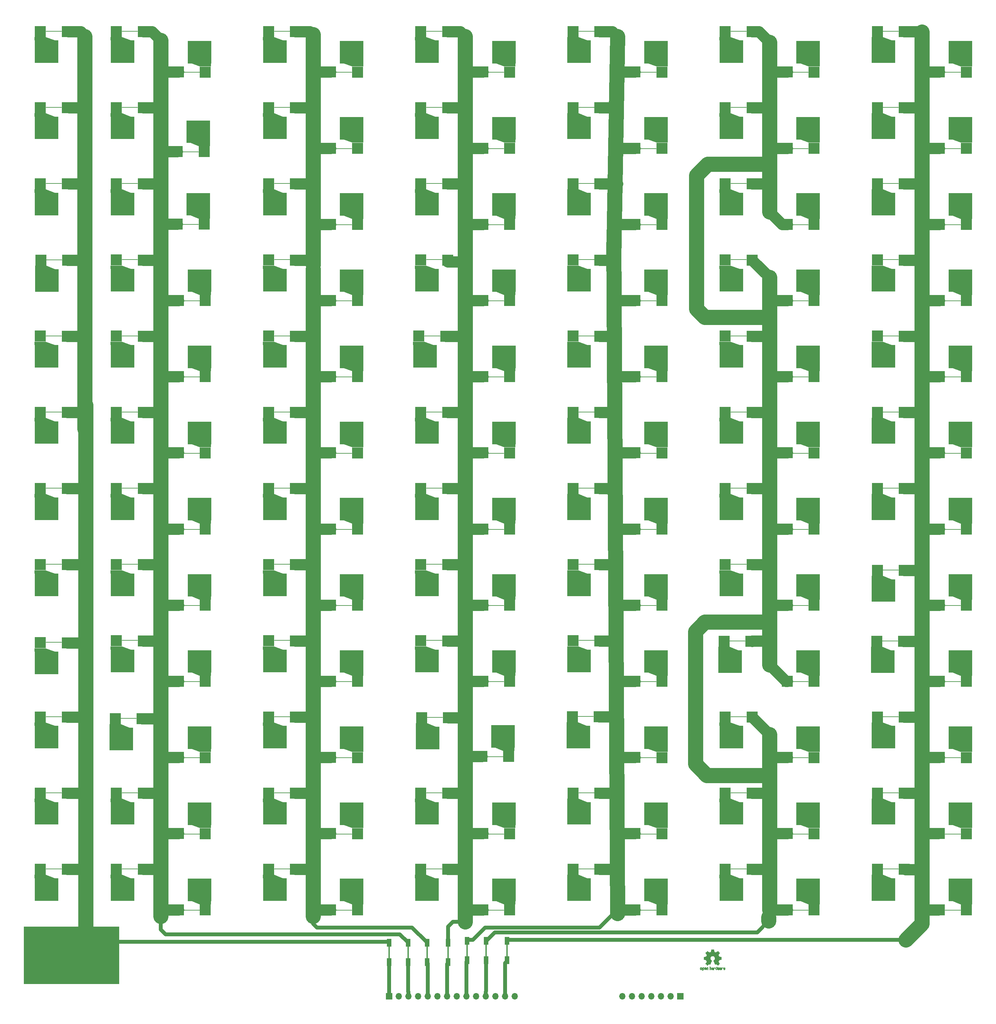
<source format=gbr>
G04 #@! TF.GenerationSoftware,KiCad,Pcbnew,(5.1.5-0-10_14)*
G04 #@! TF.CreationDate,2020-03-21T16:44:53+01:00*
G04 #@! TF.ProjectId,easypowerwall,65617379-706f-4776-9572-77616c6c2e6b,rev?*
G04 #@! TF.SameCoordinates,Original*
G04 #@! TF.FileFunction,Copper,L1,Top*
G04 #@! TF.FilePolarity,Positive*
%FSLAX46Y46*%
G04 Gerber Fmt 4.6, Leading zero omitted, Abs format (unit mm)*
G04 Created by KiCad (PCBNEW (5.1.5-0-10_14)) date 2020-03-21 16:44:53*
%MOMM*%
%LPD*%
G04 APERTURE LIST*
%ADD10C,0.100000*%
%ADD11C,0.010000*%
%ADD12C,0.304800*%
%ADD13C,0.203200*%
%ADD14C,0.900000*%
%ADD15C,10.600000*%
%ADD16R,1.250000X2.000000*%
%ADD17R,3.000000X3.000000*%
%ADD18R,1.524000X1.524000*%
%ADD19O,1.700000X1.700000*%
%ADD20R,1.700000X1.700000*%
%ADD21C,0.800000*%
%ADD22C,0.250000*%
%ADD23C,1.000000*%
%ADD24C,4.000000*%
%ADD25C,3.000000*%
G04 APERTURE END LIST*
D10*
G36*
X42000000Y-267750000D02*
G01*
X17000000Y-267750000D01*
X17000000Y-252750000D01*
X42000000Y-252750000D01*
X42000000Y-267750000D01*
G37*
X42000000Y-267750000D02*
X17000000Y-267750000D01*
X17000000Y-252750000D01*
X42000000Y-252750000D01*
X42000000Y-267750000D01*
D11*
G36*
X198103910Y-258742348D02*
G01*
X198182454Y-258742778D01*
X198239298Y-258743942D01*
X198278105Y-258746207D01*
X198302538Y-258749940D01*
X198316262Y-258755506D01*
X198322940Y-258763273D01*
X198326236Y-258773605D01*
X198326556Y-258774943D01*
X198331562Y-258799079D01*
X198340829Y-258846701D01*
X198353392Y-258912741D01*
X198368287Y-258992128D01*
X198384551Y-259079796D01*
X198385119Y-259082875D01*
X198401410Y-259168789D01*
X198416652Y-259244696D01*
X198429861Y-259306045D01*
X198440054Y-259348282D01*
X198446248Y-259366855D01*
X198446543Y-259367184D01*
X198464788Y-259376253D01*
X198502405Y-259391367D01*
X198551271Y-259409262D01*
X198551543Y-259409358D01*
X198613093Y-259432493D01*
X198685657Y-259461965D01*
X198754057Y-259491597D01*
X198757294Y-259493062D01*
X198868702Y-259543626D01*
X199115399Y-259375160D01*
X199191077Y-259323803D01*
X199259631Y-259277889D01*
X199317088Y-259240030D01*
X199359476Y-259212837D01*
X199382825Y-259198921D01*
X199385042Y-259197889D01*
X199402010Y-259202484D01*
X199433701Y-259224655D01*
X199481352Y-259265447D01*
X199546198Y-259325905D01*
X199612397Y-259390227D01*
X199676214Y-259453612D01*
X199733329Y-259511451D01*
X199780305Y-259560175D01*
X199813703Y-259596210D01*
X199830085Y-259615984D01*
X199830694Y-259617002D01*
X199832505Y-259630572D01*
X199825683Y-259652733D01*
X199808540Y-259686478D01*
X199779393Y-259734800D01*
X199736555Y-259800692D01*
X199679448Y-259885517D01*
X199628766Y-259960177D01*
X199583461Y-260027140D01*
X199546150Y-260082516D01*
X199519452Y-260122420D01*
X199505985Y-260142962D01*
X199505137Y-260144356D01*
X199506781Y-260164038D01*
X199519245Y-260202293D01*
X199540048Y-260251889D01*
X199547462Y-260267728D01*
X199579814Y-260338290D01*
X199614328Y-260418353D01*
X199642365Y-260487629D01*
X199662568Y-260539045D01*
X199678615Y-260578119D01*
X199687888Y-260598541D01*
X199689041Y-260600114D01*
X199706096Y-260602721D01*
X199746298Y-260609863D01*
X199804302Y-260620523D01*
X199874763Y-260633685D01*
X199952335Y-260648333D01*
X200031672Y-260663449D01*
X200107431Y-260678018D01*
X200174264Y-260691022D01*
X200226828Y-260701445D01*
X200259776Y-260708270D01*
X200267857Y-260710199D01*
X200276205Y-260714962D01*
X200282506Y-260725718D01*
X200287045Y-260746098D01*
X200290104Y-260779734D01*
X200291967Y-260830255D01*
X200292918Y-260901292D01*
X200293240Y-260996476D01*
X200293257Y-261035492D01*
X200293257Y-261352799D01*
X200217057Y-261367839D01*
X200174663Y-261375995D01*
X200111400Y-261387899D01*
X200034962Y-261402116D01*
X199953043Y-261417210D01*
X199930400Y-261421355D01*
X199854806Y-261436053D01*
X199788953Y-261450505D01*
X199738366Y-261463375D01*
X199708574Y-261473322D01*
X199703612Y-261476287D01*
X199691426Y-261497283D01*
X199673953Y-261537967D01*
X199654577Y-261590322D01*
X199650734Y-261601600D01*
X199625339Y-261671523D01*
X199593817Y-261750418D01*
X199562969Y-261821266D01*
X199562817Y-261821595D01*
X199511447Y-261932733D01*
X199680399Y-262181253D01*
X199849352Y-262429772D01*
X199632429Y-262647058D01*
X199566819Y-262711726D01*
X199506979Y-262768733D01*
X199456267Y-262815033D01*
X199418046Y-262847584D01*
X199395675Y-262863343D01*
X199392466Y-262864343D01*
X199373626Y-262856469D01*
X199335180Y-262834578D01*
X199281330Y-262801267D01*
X199216276Y-262759131D01*
X199145940Y-262711943D01*
X199074555Y-262663810D01*
X199010908Y-262621928D01*
X198959041Y-262588871D01*
X198922995Y-262567218D01*
X198906867Y-262559543D01*
X198887189Y-262566037D01*
X198849875Y-262583150D01*
X198802621Y-262607326D01*
X198797612Y-262610013D01*
X198733977Y-262641927D01*
X198690341Y-262657579D01*
X198663202Y-262657745D01*
X198649057Y-262643204D01*
X198648975Y-262643000D01*
X198641905Y-262625779D01*
X198625042Y-262584899D01*
X198599695Y-262523525D01*
X198567171Y-262444819D01*
X198528778Y-262351947D01*
X198485822Y-262248072D01*
X198444222Y-262147502D01*
X198398504Y-262036516D01*
X198356526Y-261933703D01*
X198319548Y-261842215D01*
X198288827Y-261765201D01*
X198265622Y-261705815D01*
X198251190Y-261667209D01*
X198246743Y-261652800D01*
X198257896Y-261636272D01*
X198287069Y-261609930D01*
X198325971Y-261580887D01*
X198436757Y-261489039D01*
X198523351Y-261383759D01*
X198584716Y-261267266D01*
X198619815Y-261141776D01*
X198627608Y-261009507D01*
X198621943Y-260948457D01*
X198591078Y-260821795D01*
X198537920Y-260709941D01*
X198465767Y-260614001D01*
X198377917Y-260535076D01*
X198277665Y-260474270D01*
X198168310Y-260432687D01*
X198053147Y-260411428D01*
X197935475Y-260411599D01*
X197818590Y-260434301D01*
X197705789Y-260480638D01*
X197600369Y-260551713D01*
X197556368Y-260591911D01*
X197471979Y-260695129D01*
X197413222Y-260807925D01*
X197379704Y-260927010D01*
X197371035Y-261049095D01*
X197386823Y-261170893D01*
X197426678Y-261289116D01*
X197490207Y-261400475D01*
X197577021Y-261501684D01*
X197674029Y-261580887D01*
X197714437Y-261611162D01*
X197742982Y-261637219D01*
X197753257Y-261652825D01*
X197747877Y-261669843D01*
X197732575Y-261710500D01*
X197708612Y-261771642D01*
X197677244Y-261850119D01*
X197639732Y-261942780D01*
X197597333Y-262046472D01*
X197555663Y-262147526D01*
X197509690Y-262258607D01*
X197467107Y-262361541D01*
X197429221Y-262453165D01*
X197397340Y-262530316D01*
X197372771Y-262589831D01*
X197356820Y-262628544D01*
X197350910Y-262643000D01*
X197336948Y-262657685D01*
X197309940Y-262657642D01*
X197266413Y-262642099D01*
X197202890Y-262610284D01*
X197202388Y-262610013D01*
X197154560Y-262585323D01*
X197115897Y-262567338D01*
X197094095Y-262559614D01*
X197093133Y-262559543D01*
X197076721Y-262567378D01*
X197040487Y-262589165D01*
X196988474Y-262622328D01*
X196924725Y-262664291D01*
X196854060Y-262711943D01*
X196782116Y-262760191D01*
X196717274Y-262802151D01*
X196663735Y-262835227D01*
X196625697Y-262856821D01*
X196607533Y-262864343D01*
X196590808Y-262854457D01*
X196557180Y-262826826D01*
X196510010Y-262784495D01*
X196452658Y-262730505D01*
X196388484Y-262667899D01*
X196367497Y-262646983D01*
X196150499Y-262429623D01*
X196315668Y-262187220D01*
X196365864Y-262112781D01*
X196409919Y-262045972D01*
X196445362Y-261990665D01*
X196469719Y-261950729D01*
X196480522Y-261930036D01*
X196480838Y-261928563D01*
X196475143Y-261909058D01*
X196459826Y-261869822D01*
X196437537Y-261817430D01*
X196421893Y-261782355D01*
X196392641Y-261715201D01*
X196365094Y-261647358D01*
X196343737Y-261590034D01*
X196337935Y-261572572D01*
X196321452Y-261525938D01*
X196305340Y-261489905D01*
X196296490Y-261476287D01*
X196276960Y-261467952D01*
X196234334Y-261456137D01*
X196174145Y-261442181D01*
X196101922Y-261427422D01*
X196069600Y-261421355D01*
X195987522Y-261406273D01*
X195908795Y-261391669D01*
X195841109Y-261378980D01*
X195792160Y-261369642D01*
X195782943Y-261367839D01*
X195706743Y-261352799D01*
X195706743Y-261035492D01*
X195706914Y-260931154D01*
X195707616Y-260852213D01*
X195709134Y-260795038D01*
X195711749Y-260755999D01*
X195715746Y-260731465D01*
X195721409Y-260717805D01*
X195729020Y-260711389D01*
X195732143Y-260710199D01*
X195750978Y-260705980D01*
X195792588Y-260697562D01*
X195851630Y-260685961D01*
X195922757Y-260672195D01*
X196000625Y-260657280D01*
X196079887Y-260642232D01*
X196155198Y-260628069D01*
X196221213Y-260615806D01*
X196272587Y-260606461D01*
X196303975Y-260601050D01*
X196310959Y-260600114D01*
X196317285Y-260587596D01*
X196331290Y-260554246D01*
X196350355Y-260506377D01*
X196357634Y-260487629D01*
X196386996Y-260415195D01*
X196421571Y-260335170D01*
X196452537Y-260267728D01*
X196475323Y-260216159D01*
X196490482Y-260173785D01*
X196495542Y-260147834D01*
X196494736Y-260144356D01*
X196484041Y-260127936D01*
X196459620Y-260091417D01*
X196424095Y-260038687D01*
X196380087Y-259973635D01*
X196330217Y-259900151D01*
X196320356Y-259885645D01*
X196262492Y-259799704D01*
X196219956Y-259734261D01*
X196191054Y-259686304D01*
X196174090Y-259652820D01*
X196167367Y-259630795D01*
X196169190Y-259617217D01*
X196169236Y-259617131D01*
X196183586Y-259599297D01*
X196215323Y-259564817D01*
X196261010Y-259517268D01*
X196317204Y-259460222D01*
X196380468Y-259397255D01*
X196387602Y-259390227D01*
X196467330Y-259313020D01*
X196528857Y-259256330D01*
X196573421Y-259219110D01*
X196602257Y-259200315D01*
X196614958Y-259197889D01*
X196633494Y-259208471D01*
X196671961Y-259232916D01*
X196726386Y-259268612D01*
X196792798Y-259312947D01*
X196867225Y-259363311D01*
X196884601Y-259375160D01*
X197131297Y-259543626D01*
X197242706Y-259493062D01*
X197310457Y-259463595D01*
X197383183Y-259433959D01*
X197445703Y-259410330D01*
X197448457Y-259409358D01*
X197497360Y-259391457D01*
X197535057Y-259376320D01*
X197553425Y-259367210D01*
X197553456Y-259367184D01*
X197559285Y-259350717D01*
X197569192Y-259310219D01*
X197582195Y-259250242D01*
X197597309Y-259175340D01*
X197613552Y-259090064D01*
X197614881Y-259082875D01*
X197631175Y-258995014D01*
X197646133Y-258915260D01*
X197658791Y-258848681D01*
X197668186Y-258800347D01*
X197673354Y-258775325D01*
X197673444Y-258774943D01*
X197676589Y-258764299D01*
X197682704Y-258756262D01*
X197695453Y-258750467D01*
X197718500Y-258746547D01*
X197755509Y-258744135D01*
X197810144Y-258742865D01*
X197886067Y-258742371D01*
X197986944Y-258742286D01*
X198000000Y-258742286D01*
X198103910Y-258742348D01*
G37*
X198103910Y-258742348D02*
X198182454Y-258742778D01*
X198239298Y-258743942D01*
X198278105Y-258746207D01*
X198302538Y-258749940D01*
X198316262Y-258755506D01*
X198322940Y-258763273D01*
X198326236Y-258773605D01*
X198326556Y-258774943D01*
X198331562Y-258799079D01*
X198340829Y-258846701D01*
X198353392Y-258912741D01*
X198368287Y-258992128D01*
X198384551Y-259079796D01*
X198385119Y-259082875D01*
X198401410Y-259168789D01*
X198416652Y-259244696D01*
X198429861Y-259306045D01*
X198440054Y-259348282D01*
X198446248Y-259366855D01*
X198446543Y-259367184D01*
X198464788Y-259376253D01*
X198502405Y-259391367D01*
X198551271Y-259409262D01*
X198551543Y-259409358D01*
X198613093Y-259432493D01*
X198685657Y-259461965D01*
X198754057Y-259491597D01*
X198757294Y-259493062D01*
X198868702Y-259543626D01*
X199115399Y-259375160D01*
X199191077Y-259323803D01*
X199259631Y-259277889D01*
X199317088Y-259240030D01*
X199359476Y-259212837D01*
X199382825Y-259198921D01*
X199385042Y-259197889D01*
X199402010Y-259202484D01*
X199433701Y-259224655D01*
X199481352Y-259265447D01*
X199546198Y-259325905D01*
X199612397Y-259390227D01*
X199676214Y-259453612D01*
X199733329Y-259511451D01*
X199780305Y-259560175D01*
X199813703Y-259596210D01*
X199830085Y-259615984D01*
X199830694Y-259617002D01*
X199832505Y-259630572D01*
X199825683Y-259652733D01*
X199808540Y-259686478D01*
X199779393Y-259734800D01*
X199736555Y-259800692D01*
X199679448Y-259885517D01*
X199628766Y-259960177D01*
X199583461Y-260027140D01*
X199546150Y-260082516D01*
X199519452Y-260122420D01*
X199505985Y-260142962D01*
X199505137Y-260144356D01*
X199506781Y-260164038D01*
X199519245Y-260202293D01*
X199540048Y-260251889D01*
X199547462Y-260267728D01*
X199579814Y-260338290D01*
X199614328Y-260418353D01*
X199642365Y-260487629D01*
X199662568Y-260539045D01*
X199678615Y-260578119D01*
X199687888Y-260598541D01*
X199689041Y-260600114D01*
X199706096Y-260602721D01*
X199746298Y-260609863D01*
X199804302Y-260620523D01*
X199874763Y-260633685D01*
X199952335Y-260648333D01*
X200031672Y-260663449D01*
X200107431Y-260678018D01*
X200174264Y-260691022D01*
X200226828Y-260701445D01*
X200259776Y-260708270D01*
X200267857Y-260710199D01*
X200276205Y-260714962D01*
X200282506Y-260725718D01*
X200287045Y-260746098D01*
X200290104Y-260779734D01*
X200291967Y-260830255D01*
X200292918Y-260901292D01*
X200293240Y-260996476D01*
X200293257Y-261035492D01*
X200293257Y-261352799D01*
X200217057Y-261367839D01*
X200174663Y-261375995D01*
X200111400Y-261387899D01*
X200034962Y-261402116D01*
X199953043Y-261417210D01*
X199930400Y-261421355D01*
X199854806Y-261436053D01*
X199788953Y-261450505D01*
X199738366Y-261463375D01*
X199708574Y-261473322D01*
X199703612Y-261476287D01*
X199691426Y-261497283D01*
X199673953Y-261537967D01*
X199654577Y-261590322D01*
X199650734Y-261601600D01*
X199625339Y-261671523D01*
X199593817Y-261750418D01*
X199562969Y-261821266D01*
X199562817Y-261821595D01*
X199511447Y-261932733D01*
X199680399Y-262181253D01*
X199849352Y-262429772D01*
X199632429Y-262647058D01*
X199566819Y-262711726D01*
X199506979Y-262768733D01*
X199456267Y-262815033D01*
X199418046Y-262847584D01*
X199395675Y-262863343D01*
X199392466Y-262864343D01*
X199373626Y-262856469D01*
X199335180Y-262834578D01*
X199281330Y-262801267D01*
X199216276Y-262759131D01*
X199145940Y-262711943D01*
X199074555Y-262663810D01*
X199010908Y-262621928D01*
X198959041Y-262588871D01*
X198922995Y-262567218D01*
X198906867Y-262559543D01*
X198887189Y-262566037D01*
X198849875Y-262583150D01*
X198802621Y-262607326D01*
X198797612Y-262610013D01*
X198733977Y-262641927D01*
X198690341Y-262657579D01*
X198663202Y-262657745D01*
X198649057Y-262643204D01*
X198648975Y-262643000D01*
X198641905Y-262625779D01*
X198625042Y-262584899D01*
X198599695Y-262523525D01*
X198567171Y-262444819D01*
X198528778Y-262351947D01*
X198485822Y-262248072D01*
X198444222Y-262147502D01*
X198398504Y-262036516D01*
X198356526Y-261933703D01*
X198319548Y-261842215D01*
X198288827Y-261765201D01*
X198265622Y-261705815D01*
X198251190Y-261667209D01*
X198246743Y-261652800D01*
X198257896Y-261636272D01*
X198287069Y-261609930D01*
X198325971Y-261580887D01*
X198436757Y-261489039D01*
X198523351Y-261383759D01*
X198584716Y-261267266D01*
X198619815Y-261141776D01*
X198627608Y-261009507D01*
X198621943Y-260948457D01*
X198591078Y-260821795D01*
X198537920Y-260709941D01*
X198465767Y-260614001D01*
X198377917Y-260535076D01*
X198277665Y-260474270D01*
X198168310Y-260432687D01*
X198053147Y-260411428D01*
X197935475Y-260411599D01*
X197818590Y-260434301D01*
X197705789Y-260480638D01*
X197600369Y-260551713D01*
X197556368Y-260591911D01*
X197471979Y-260695129D01*
X197413222Y-260807925D01*
X197379704Y-260927010D01*
X197371035Y-261049095D01*
X197386823Y-261170893D01*
X197426678Y-261289116D01*
X197490207Y-261400475D01*
X197577021Y-261501684D01*
X197674029Y-261580887D01*
X197714437Y-261611162D01*
X197742982Y-261637219D01*
X197753257Y-261652825D01*
X197747877Y-261669843D01*
X197732575Y-261710500D01*
X197708612Y-261771642D01*
X197677244Y-261850119D01*
X197639732Y-261942780D01*
X197597333Y-262046472D01*
X197555663Y-262147526D01*
X197509690Y-262258607D01*
X197467107Y-262361541D01*
X197429221Y-262453165D01*
X197397340Y-262530316D01*
X197372771Y-262589831D01*
X197356820Y-262628544D01*
X197350910Y-262643000D01*
X197336948Y-262657685D01*
X197309940Y-262657642D01*
X197266413Y-262642099D01*
X197202890Y-262610284D01*
X197202388Y-262610013D01*
X197154560Y-262585323D01*
X197115897Y-262567338D01*
X197094095Y-262559614D01*
X197093133Y-262559543D01*
X197076721Y-262567378D01*
X197040487Y-262589165D01*
X196988474Y-262622328D01*
X196924725Y-262664291D01*
X196854060Y-262711943D01*
X196782116Y-262760191D01*
X196717274Y-262802151D01*
X196663735Y-262835227D01*
X196625697Y-262856821D01*
X196607533Y-262864343D01*
X196590808Y-262854457D01*
X196557180Y-262826826D01*
X196510010Y-262784495D01*
X196452658Y-262730505D01*
X196388484Y-262667899D01*
X196367497Y-262646983D01*
X196150499Y-262429623D01*
X196315668Y-262187220D01*
X196365864Y-262112781D01*
X196409919Y-262045972D01*
X196445362Y-261990665D01*
X196469719Y-261950729D01*
X196480522Y-261930036D01*
X196480838Y-261928563D01*
X196475143Y-261909058D01*
X196459826Y-261869822D01*
X196437537Y-261817430D01*
X196421893Y-261782355D01*
X196392641Y-261715201D01*
X196365094Y-261647358D01*
X196343737Y-261590034D01*
X196337935Y-261572572D01*
X196321452Y-261525938D01*
X196305340Y-261489905D01*
X196296490Y-261476287D01*
X196276960Y-261467952D01*
X196234334Y-261456137D01*
X196174145Y-261442181D01*
X196101922Y-261427422D01*
X196069600Y-261421355D01*
X195987522Y-261406273D01*
X195908795Y-261391669D01*
X195841109Y-261378980D01*
X195792160Y-261369642D01*
X195782943Y-261367839D01*
X195706743Y-261352799D01*
X195706743Y-261035492D01*
X195706914Y-260931154D01*
X195707616Y-260852213D01*
X195709134Y-260795038D01*
X195711749Y-260755999D01*
X195715746Y-260731465D01*
X195721409Y-260717805D01*
X195729020Y-260711389D01*
X195732143Y-260710199D01*
X195750978Y-260705980D01*
X195792588Y-260697562D01*
X195851630Y-260685961D01*
X195922757Y-260672195D01*
X196000625Y-260657280D01*
X196079887Y-260642232D01*
X196155198Y-260628069D01*
X196221213Y-260615806D01*
X196272587Y-260606461D01*
X196303975Y-260601050D01*
X196310959Y-260600114D01*
X196317285Y-260587596D01*
X196331290Y-260554246D01*
X196350355Y-260506377D01*
X196357634Y-260487629D01*
X196386996Y-260415195D01*
X196421571Y-260335170D01*
X196452537Y-260267728D01*
X196475323Y-260216159D01*
X196490482Y-260173785D01*
X196495542Y-260147834D01*
X196494736Y-260144356D01*
X196484041Y-260127936D01*
X196459620Y-260091417D01*
X196424095Y-260038687D01*
X196380087Y-259973635D01*
X196330217Y-259900151D01*
X196320356Y-259885645D01*
X196262492Y-259799704D01*
X196219956Y-259734261D01*
X196191054Y-259686304D01*
X196174090Y-259652820D01*
X196167367Y-259630795D01*
X196169190Y-259617217D01*
X196169236Y-259617131D01*
X196183586Y-259599297D01*
X196215323Y-259564817D01*
X196261010Y-259517268D01*
X196317204Y-259460222D01*
X196380468Y-259397255D01*
X196387602Y-259390227D01*
X196467330Y-259313020D01*
X196528857Y-259256330D01*
X196573421Y-259219110D01*
X196602257Y-259200315D01*
X196614958Y-259197889D01*
X196633494Y-259208471D01*
X196671961Y-259232916D01*
X196726386Y-259268612D01*
X196792798Y-259312947D01*
X196867225Y-259363311D01*
X196884601Y-259375160D01*
X197131297Y-259543626D01*
X197242706Y-259493062D01*
X197310457Y-259463595D01*
X197383183Y-259433959D01*
X197445703Y-259410330D01*
X197448457Y-259409358D01*
X197497360Y-259391457D01*
X197535057Y-259376320D01*
X197553425Y-259367210D01*
X197553456Y-259367184D01*
X197559285Y-259350717D01*
X197569192Y-259310219D01*
X197582195Y-259250242D01*
X197597309Y-259175340D01*
X197613552Y-259090064D01*
X197614881Y-259082875D01*
X197631175Y-258995014D01*
X197646133Y-258915260D01*
X197658791Y-258848681D01*
X197668186Y-258800347D01*
X197673354Y-258775325D01*
X197673444Y-258774943D01*
X197676589Y-258764299D01*
X197682704Y-258756262D01*
X197695453Y-258750467D01*
X197718500Y-258746547D01*
X197755509Y-258744135D01*
X197810144Y-258742865D01*
X197886067Y-258742371D01*
X197986944Y-258742286D01*
X198000000Y-258742286D01*
X198103910Y-258742348D01*
G36*
X201153595Y-263466966D02*
G01*
X201211021Y-263504497D01*
X201238719Y-263538096D01*
X201260662Y-263599064D01*
X201262405Y-263647308D01*
X201258457Y-263711816D01*
X201109686Y-263776934D01*
X201037349Y-263810202D01*
X200990084Y-263836964D01*
X200965507Y-263860144D01*
X200961237Y-263882667D01*
X200974889Y-263907455D01*
X200989943Y-263923886D01*
X201033746Y-263950235D01*
X201081389Y-263952081D01*
X201125145Y-263931546D01*
X201157289Y-263890752D01*
X201163038Y-263876347D01*
X201190576Y-263831356D01*
X201222258Y-263812182D01*
X201265714Y-263795779D01*
X201265714Y-263857966D01*
X201261872Y-263900283D01*
X201246823Y-263935969D01*
X201215280Y-263976943D01*
X201210592Y-263982267D01*
X201175506Y-264018720D01*
X201145347Y-264038283D01*
X201107615Y-264047283D01*
X201076335Y-264050230D01*
X201020385Y-264050965D01*
X200980555Y-264041660D01*
X200955708Y-264027846D01*
X200916656Y-263997467D01*
X200889625Y-263964613D01*
X200872517Y-263923294D01*
X200863238Y-263867521D01*
X200859693Y-263791305D01*
X200859410Y-263752622D01*
X200860372Y-263706247D01*
X200948007Y-263706247D01*
X200949023Y-263731126D01*
X200951556Y-263735200D01*
X200968274Y-263729665D01*
X201004249Y-263715017D01*
X201052331Y-263694190D01*
X201062386Y-263689714D01*
X201123152Y-263658814D01*
X201156632Y-263631657D01*
X201163990Y-263606220D01*
X201146391Y-263580481D01*
X201131856Y-263569109D01*
X201079410Y-263546364D01*
X201030322Y-263550122D01*
X200989227Y-263577884D01*
X200960758Y-263627152D01*
X200951631Y-263666257D01*
X200948007Y-263706247D01*
X200860372Y-263706247D01*
X200861285Y-263662249D01*
X200868196Y-263595384D01*
X200881884Y-263546695D01*
X200904096Y-263510849D01*
X200936574Y-263482513D01*
X200950733Y-263473355D01*
X201015053Y-263449507D01*
X201085473Y-263448006D01*
X201153595Y-263466966D01*
G37*
X201153595Y-263466966D02*
X201211021Y-263504497D01*
X201238719Y-263538096D01*
X201260662Y-263599064D01*
X201262405Y-263647308D01*
X201258457Y-263711816D01*
X201109686Y-263776934D01*
X201037349Y-263810202D01*
X200990084Y-263836964D01*
X200965507Y-263860144D01*
X200961237Y-263882667D01*
X200974889Y-263907455D01*
X200989943Y-263923886D01*
X201033746Y-263950235D01*
X201081389Y-263952081D01*
X201125145Y-263931546D01*
X201157289Y-263890752D01*
X201163038Y-263876347D01*
X201190576Y-263831356D01*
X201222258Y-263812182D01*
X201265714Y-263795779D01*
X201265714Y-263857966D01*
X201261872Y-263900283D01*
X201246823Y-263935969D01*
X201215280Y-263976943D01*
X201210592Y-263982267D01*
X201175506Y-264018720D01*
X201145347Y-264038283D01*
X201107615Y-264047283D01*
X201076335Y-264050230D01*
X201020385Y-264050965D01*
X200980555Y-264041660D01*
X200955708Y-264027846D01*
X200916656Y-263997467D01*
X200889625Y-263964613D01*
X200872517Y-263923294D01*
X200863238Y-263867521D01*
X200859693Y-263791305D01*
X200859410Y-263752622D01*
X200860372Y-263706247D01*
X200948007Y-263706247D01*
X200949023Y-263731126D01*
X200951556Y-263735200D01*
X200968274Y-263729665D01*
X201004249Y-263715017D01*
X201052331Y-263694190D01*
X201062386Y-263689714D01*
X201123152Y-263658814D01*
X201156632Y-263631657D01*
X201163990Y-263606220D01*
X201146391Y-263580481D01*
X201131856Y-263569109D01*
X201079410Y-263546364D01*
X201030322Y-263550122D01*
X200989227Y-263577884D01*
X200960758Y-263627152D01*
X200951631Y-263666257D01*
X200948007Y-263706247D01*
X200860372Y-263706247D01*
X200861285Y-263662249D01*
X200868196Y-263595384D01*
X200881884Y-263546695D01*
X200904096Y-263510849D01*
X200936574Y-263482513D01*
X200950733Y-263473355D01*
X201015053Y-263449507D01*
X201085473Y-263448006D01*
X201153595Y-263466966D01*
G36*
X200652600Y-263458752D02*
G01*
X200669948Y-263466334D01*
X200711356Y-263499128D01*
X200746765Y-263546547D01*
X200768664Y-263597151D01*
X200772229Y-263622098D01*
X200760279Y-263656927D01*
X200734067Y-263675357D01*
X200705964Y-263686516D01*
X200693095Y-263688572D01*
X200686829Y-263673649D01*
X200674456Y-263641175D01*
X200669028Y-263626502D01*
X200638590Y-263575744D01*
X200594520Y-263550427D01*
X200538010Y-263551206D01*
X200533825Y-263552203D01*
X200503655Y-263566507D01*
X200481476Y-263594393D01*
X200466327Y-263639287D01*
X200457250Y-263704615D01*
X200453286Y-263793804D01*
X200452914Y-263841261D01*
X200452730Y-263916071D01*
X200451522Y-263967069D01*
X200448309Y-263999471D01*
X200442109Y-264018495D01*
X200431940Y-264029356D01*
X200416819Y-264037272D01*
X200415946Y-264037670D01*
X200386828Y-264049981D01*
X200372403Y-264054514D01*
X200370186Y-264040809D01*
X200368289Y-264002925D01*
X200366847Y-263945715D01*
X200365998Y-263874027D01*
X200365829Y-263821565D01*
X200366692Y-263720047D01*
X200370070Y-263643032D01*
X200377142Y-263586023D01*
X200389088Y-263544526D01*
X200407090Y-263514043D01*
X200432327Y-263490080D01*
X200457247Y-263473355D01*
X200517171Y-263451097D01*
X200586911Y-263446076D01*
X200652600Y-263458752D01*
G37*
X200652600Y-263458752D02*
X200669948Y-263466334D01*
X200711356Y-263499128D01*
X200746765Y-263546547D01*
X200768664Y-263597151D01*
X200772229Y-263622098D01*
X200760279Y-263656927D01*
X200734067Y-263675357D01*
X200705964Y-263686516D01*
X200693095Y-263688572D01*
X200686829Y-263673649D01*
X200674456Y-263641175D01*
X200669028Y-263626502D01*
X200638590Y-263575744D01*
X200594520Y-263550427D01*
X200538010Y-263551206D01*
X200533825Y-263552203D01*
X200503655Y-263566507D01*
X200481476Y-263594393D01*
X200466327Y-263639287D01*
X200457250Y-263704615D01*
X200453286Y-263793804D01*
X200452914Y-263841261D01*
X200452730Y-263916071D01*
X200451522Y-263967069D01*
X200448309Y-263999471D01*
X200442109Y-264018495D01*
X200431940Y-264029356D01*
X200416819Y-264037272D01*
X200415946Y-264037670D01*
X200386828Y-264049981D01*
X200372403Y-264054514D01*
X200370186Y-264040809D01*
X200368289Y-264002925D01*
X200366847Y-263945715D01*
X200365998Y-263874027D01*
X200365829Y-263821565D01*
X200366692Y-263720047D01*
X200370070Y-263643032D01*
X200377142Y-263586023D01*
X200389088Y-263544526D01*
X200407090Y-263514043D01*
X200432327Y-263490080D01*
X200457247Y-263473355D01*
X200517171Y-263451097D01*
X200586911Y-263446076D01*
X200652600Y-263458752D01*
G36*
X200144876Y-263456335D02*
G01*
X200186667Y-263475344D01*
X200219469Y-263498378D01*
X200243503Y-263524133D01*
X200260097Y-263557358D01*
X200270577Y-263602800D01*
X200276271Y-263665207D01*
X200278507Y-263749327D01*
X200278743Y-263804721D01*
X200278743Y-264020826D01*
X200241774Y-264037670D01*
X200212656Y-264049981D01*
X200198231Y-264054514D01*
X200195472Y-264041025D01*
X200193282Y-264004653D01*
X200191942Y-263951542D01*
X200191657Y-263909372D01*
X200190434Y-263848447D01*
X200187136Y-263800115D01*
X200182321Y-263770518D01*
X200178496Y-263764229D01*
X200152783Y-263770652D01*
X200112418Y-263787125D01*
X200065679Y-263809458D01*
X200020845Y-263833457D01*
X199986193Y-263854930D01*
X199970002Y-263869685D01*
X199969938Y-263869845D01*
X199971330Y-263897152D01*
X199983818Y-263923219D01*
X200005743Y-263944392D01*
X200037743Y-263951474D01*
X200065092Y-263950649D01*
X200103826Y-263950042D01*
X200124158Y-263959116D01*
X200136369Y-263983092D01*
X200137909Y-263987613D01*
X200143203Y-264021806D01*
X200129047Y-264042568D01*
X200092148Y-264052462D01*
X200052289Y-264054292D01*
X199980562Y-264040727D01*
X199943432Y-264021355D01*
X199897576Y-263975845D01*
X199873256Y-263919983D01*
X199871073Y-263860957D01*
X199891629Y-263805953D01*
X199922549Y-263771486D01*
X199953420Y-263752189D01*
X200001942Y-263727759D01*
X200058485Y-263702985D01*
X200067910Y-263699199D01*
X200130019Y-263671791D01*
X200165822Y-263647634D01*
X200177337Y-263623619D01*
X200166580Y-263596635D01*
X200148114Y-263575543D01*
X200104469Y-263549572D01*
X200056446Y-263547624D01*
X200012406Y-263567637D01*
X199980709Y-263607551D01*
X199976549Y-263617848D01*
X199952327Y-263655724D01*
X199916965Y-263683842D01*
X199872343Y-263706917D01*
X199872343Y-263641485D01*
X199874969Y-263601506D01*
X199886230Y-263569997D01*
X199911199Y-263536378D01*
X199935169Y-263510484D01*
X199972441Y-263473817D01*
X200001401Y-263454121D01*
X200032505Y-263446220D01*
X200067713Y-263444914D01*
X200144876Y-263456335D01*
G37*
X200144876Y-263456335D02*
X200186667Y-263475344D01*
X200219469Y-263498378D01*
X200243503Y-263524133D01*
X200260097Y-263557358D01*
X200270577Y-263602800D01*
X200276271Y-263665207D01*
X200278507Y-263749327D01*
X200278743Y-263804721D01*
X200278743Y-264020826D01*
X200241774Y-264037670D01*
X200212656Y-264049981D01*
X200198231Y-264054514D01*
X200195472Y-264041025D01*
X200193282Y-264004653D01*
X200191942Y-263951542D01*
X200191657Y-263909372D01*
X200190434Y-263848447D01*
X200187136Y-263800115D01*
X200182321Y-263770518D01*
X200178496Y-263764229D01*
X200152783Y-263770652D01*
X200112418Y-263787125D01*
X200065679Y-263809458D01*
X200020845Y-263833457D01*
X199986193Y-263854930D01*
X199970002Y-263869685D01*
X199969938Y-263869845D01*
X199971330Y-263897152D01*
X199983818Y-263923219D01*
X200005743Y-263944392D01*
X200037743Y-263951474D01*
X200065092Y-263950649D01*
X200103826Y-263950042D01*
X200124158Y-263959116D01*
X200136369Y-263983092D01*
X200137909Y-263987613D01*
X200143203Y-264021806D01*
X200129047Y-264042568D01*
X200092148Y-264052462D01*
X200052289Y-264054292D01*
X199980562Y-264040727D01*
X199943432Y-264021355D01*
X199897576Y-263975845D01*
X199873256Y-263919983D01*
X199871073Y-263860957D01*
X199891629Y-263805953D01*
X199922549Y-263771486D01*
X199953420Y-263752189D01*
X200001942Y-263727759D01*
X200058485Y-263702985D01*
X200067910Y-263699199D01*
X200130019Y-263671791D01*
X200165822Y-263647634D01*
X200177337Y-263623619D01*
X200166580Y-263596635D01*
X200148114Y-263575543D01*
X200104469Y-263549572D01*
X200056446Y-263547624D01*
X200012406Y-263567637D01*
X199980709Y-263607551D01*
X199976549Y-263617848D01*
X199952327Y-263655724D01*
X199916965Y-263683842D01*
X199872343Y-263706917D01*
X199872343Y-263641485D01*
X199874969Y-263601506D01*
X199886230Y-263569997D01*
X199911199Y-263536378D01*
X199935169Y-263510484D01*
X199972441Y-263473817D01*
X200001401Y-263454121D01*
X200032505Y-263446220D01*
X200067713Y-263444914D01*
X200144876Y-263456335D01*
G36*
X199779833Y-263458663D02*
G01*
X199782048Y-263496850D01*
X199783784Y-263554886D01*
X199784899Y-263628180D01*
X199785257Y-263705055D01*
X199785257Y-263965196D01*
X199739326Y-264011127D01*
X199707675Y-264039429D01*
X199679890Y-264050893D01*
X199641915Y-264050168D01*
X199626840Y-264048321D01*
X199579726Y-264042948D01*
X199540756Y-264039869D01*
X199531257Y-264039585D01*
X199499233Y-264041445D01*
X199453432Y-264046114D01*
X199435674Y-264048321D01*
X199392057Y-264051735D01*
X199362745Y-264044320D01*
X199333680Y-264021427D01*
X199323188Y-264011127D01*
X199277257Y-263965196D01*
X199277257Y-263478602D01*
X199314226Y-263461758D01*
X199346059Y-263449282D01*
X199364683Y-263444914D01*
X199369458Y-263458718D01*
X199373921Y-263497286D01*
X199377775Y-263556356D01*
X199380722Y-263631663D01*
X199382143Y-263695286D01*
X199386114Y-263945657D01*
X199420759Y-263950556D01*
X199452268Y-263947131D01*
X199467708Y-263936041D01*
X199472023Y-263915308D01*
X199475708Y-263871145D01*
X199478469Y-263809146D01*
X199480012Y-263734909D01*
X199480235Y-263696706D01*
X199480457Y-263476783D01*
X199526166Y-263460849D01*
X199558518Y-263450015D01*
X199576115Y-263444962D01*
X199576623Y-263444914D01*
X199578388Y-263458648D01*
X199580329Y-263496730D01*
X199582282Y-263554482D01*
X199584084Y-263627227D01*
X199585343Y-263695286D01*
X199589314Y-263945657D01*
X199676400Y-263945657D01*
X199680396Y-263717240D01*
X199684392Y-263488822D01*
X199726847Y-263466868D01*
X199758192Y-263451793D01*
X199776744Y-263444951D01*
X199777279Y-263444914D01*
X199779833Y-263458663D01*
G37*
X199779833Y-263458663D02*
X199782048Y-263496850D01*
X199783784Y-263554886D01*
X199784899Y-263628180D01*
X199785257Y-263705055D01*
X199785257Y-263965196D01*
X199739326Y-264011127D01*
X199707675Y-264039429D01*
X199679890Y-264050893D01*
X199641915Y-264050168D01*
X199626840Y-264048321D01*
X199579726Y-264042948D01*
X199540756Y-264039869D01*
X199531257Y-264039585D01*
X199499233Y-264041445D01*
X199453432Y-264046114D01*
X199435674Y-264048321D01*
X199392057Y-264051735D01*
X199362745Y-264044320D01*
X199333680Y-264021427D01*
X199323188Y-264011127D01*
X199277257Y-263965196D01*
X199277257Y-263478602D01*
X199314226Y-263461758D01*
X199346059Y-263449282D01*
X199364683Y-263444914D01*
X199369458Y-263458718D01*
X199373921Y-263497286D01*
X199377775Y-263556356D01*
X199380722Y-263631663D01*
X199382143Y-263695286D01*
X199386114Y-263945657D01*
X199420759Y-263950556D01*
X199452268Y-263947131D01*
X199467708Y-263936041D01*
X199472023Y-263915308D01*
X199475708Y-263871145D01*
X199478469Y-263809146D01*
X199480012Y-263734909D01*
X199480235Y-263696706D01*
X199480457Y-263476783D01*
X199526166Y-263460849D01*
X199558518Y-263450015D01*
X199576115Y-263444962D01*
X199576623Y-263444914D01*
X199578388Y-263458648D01*
X199580329Y-263496730D01*
X199582282Y-263554482D01*
X199584084Y-263627227D01*
X199585343Y-263695286D01*
X199589314Y-263945657D01*
X199676400Y-263945657D01*
X199680396Y-263717240D01*
X199684392Y-263488822D01*
X199726847Y-263466868D01*
X199758192Y-263451793D01*
X199776744Y-263444951D01*
X199777279Y-263444914D01*
X199779833Y-263458663D01*
G36*
X199190117Y-263565358D02*
G01*
X199189933Y-263673837D01*
X199189219Y-263757287D01*
X199187675Y-263819704D01*
X199185001Y-263865085D01*
X199180894Y-263897429D01*
X199175055Y-263920733D01*
X199167182Y-263938995D01*
X199161221Y-263949418D01*
X199111855Y-264005945D01*
X199049264Y-264041377D01*
X198980013Y-264054090D01*
X198910668Y-264042463D01*
X198869375Y-264021568D01*
X198826025Y-263985422D01*
X198796481Y-263941276D01*
X198778655Y-263883462D01*
X198770463Y-263806313D01*
X198769302Y-263749714D01*
X198769458Y-263745647D01*
X198870857Y-263745647D01*
X198871476Y-263810550D01*
X198874314Y-263853514D01*
X198880840Y-263881622D01*
X198892523Y-263901953D01*
X198906483Y-263917288D01*
X198953365Y-263946890D01*
X199003701Y-263949419D01*
X199051276Y-263924705D01*
X199054979Y-263921356D01*
X199070783Y-263903935D01*
X199080693Y-263883209D01*
X199086058Y-263852362D01*
X199088228Y-263804577D01*
X199088571Y-263751748D01*
X199087827Y-263685381D01*
X199084748Y-263641106D01*
X199078061Y-263612009D01*
X199066496Y-263591173D01*
X199057013Y-263580107D01*
X199012960Y-263552198D01*
X198962224Y-263548843D01*
X198913796Y-263570159D01*
X198904450Y-263578073D01*
X198888540Y-263595647D01*
X198878610Y-263616587D01*
X198873278Y-263647782D01*
X198871163Y-263696122D01*
X198870857Y-263745647D01*
X198769458Y-263745647D01*
X198772810Y-263658568D01*
X198784726Y-263590086D01*
X198807135Y-263538600D01*
X198842124Y-263498443D01*
X198869375Y-263477861D01*
X198918907Y-263455625D01*
X198976316Y-263445304D01*
X199029682Y-263448067D01*
X199059543Y-263459212D01*
X199071261Y-263462383D01*
X199079037Y-263450557D01*
X199084465Y-263418866D01*
X199088571Y-263370593D01*
X199093067Y-263316829D01*
X199099313Y-263284482D01*
X199110676Y-263265985D01*
X199130528Y-263253770D01*
X199143000Y-263248362D01*
X199190171Y-263228601D01*
X199190117Y-263565358D01*
G37*
X199190117Y-263565358D02*
X199189933Y-263673837D01*
X199189219Y-263757287D01*
X199187675Y-263819704D01*
X199185001Y-263865085D01*
X199180894Y-263897429D01*
X199175055Y-263920733D01*
X199167182Y-263938995D01*
X199161221Y-263949418D01*
X199111855Y-264005945D01*
X199049264Y-264041377D01*
X198980013Y-264054090D01*
X198910668Y-264042463D01*
X198869375Y-264021568D01*
X198826025Y-263985422D01*
X198796481Y-263941276D01*
X198778655Y-263883462D01*
X198770463Y-263806313D01*
X198769302Y-263749714D01*
X198769458Y-263745647D01*
X198870857Y-263745647D01*
X198871476Y-263810550D01*
X198874314Y-263853514D01*
X198880840Y-263881622D01*
X198892523Y-263901953D01*
X198906483Y-263917288D01*
X198953365Y-263946890D01*
X199003701Y-263949419D01*
X199051276Y-263924705D01*
X199054979Y-263921356D01*
X199070783Y-263903935D01*
X199080693Y-263883209D01*
X199086058Y-263852362D01*
X199088228Y-263804577D01*
X199088571Y-263751748D01*
X199087827Y-263685381D01*
X199084748Y-263641106D01*
X199078061Y-263612009D01*
X199066496Y-263591173D01*
X199057013Y-263580107D01*
X199012960Y-263552198D01*
X198962224Y-263548843D01*
X198913796Y-263570159D01*
X198904450Y-263578073D01*
X198888540Y-263595647D01*
X198878610Y-263616587D01*
X198873278Y-263647782D01*
X198871163Y-263696122D01*
X198870857Y-263745647D01*
X198769458Y-263745647D01*
X198772810Y-263658568D01*
X198784726Y-263590086D01*
X198807135Y-263538600D01*
X198842124Y-263498443D01*
X198869375Y-263477861D01*
X198918907Y-263455625D01*
X198976316Y-263445304D01*
X199029682Y-263448067D01*
X199059543Y-263459212D01*
X199071261Y-263462383D01*
X199079037Y-263450557D01*
X199084465Y-263418866D01*
X199088571Y-263370593D01*
X199093067Y-263316829D01*
X199099313Y-263284482D01*
X199110676Y-263265985D01*
X199130528Y-263253770D01*
X199143000Y-263248362D01*
X199190171Y-263228601D01*
X199190117Y-263565358D01*
G36*
X198529926Y-263449755D02*
G01*
X198595858Y-263474084D01*
X198649273Y-263517117D01*
X198670164Y-263547409D01*
X198692939Y-263602994D01*
X198692466Y-263643186D01*
X198668562Y-263670217D01*
X198659717Y-263674813D01*
X198621530Y-263689144D01*
X198602028Y-263685472D01*
X198595422Y-263661407D01*
X198595086Y-263648114D01*
X198582992Y-263599210D01*
X198551471Y-263564999D01*
X198507659Y-263548476D01*
X198458695Y-263552634D01*
X198418894Y-263574227D01*
X198405450Y-263586544D01*
X198395921Y-263601487D01*
X198389485Y-263624075D01*
X198385317Y-263659328D01*
X198382597Y-263712266D01*
X198380502Y-263787907D01*
X198379960Y-263811857D01*
X198377981Y-263893790D01*
X198375731Y-263951455D01*
X198372357Y-263989608D01*
X198367006Y-264013004D01*
X198358824Y-264026398D01*
X198346959Y-264034545D01*
X198339362Y-264038144D01*
X198307102Y-264050452D01*
X198288111Y-264054514D01*
X198281836Y-264040948D01*
X198278006Y-263999934D01*
X198276600Y-263930999D01*
X198277598Y-263833669D01*
X198277908Y-263818657D01*
X198280101Y-263729859D01*
X198282693Y-263665019D01*
X198286382Y-263619067D01*
X198291864Y-263586935D01*
X198299835Y-263563553D01*
X198310993Y-263543852D01*
X198316830Y-263535410D01*
X198350296Y-263498057D01*
X198387727Y-263469003D01*
X198392309Y-263466467D01*
X198459426Y-263446443D01*
X198529926Y-263449755D01*
G37*
X198529926Y-263449755D02*
X198595858Y-263474084D01*
X198649273Y-263517117D01*
X198670164Y-263547409D01*
X198692939Y-263602994D01*
X198692466Y-263643186D01*
X198668562Y-263670217D01*
X198659717Y-263674813D01*
X198621530Y-263689144D01*
X198602028Y-263685472D01*
X198595422Y-263661407D01*
X198595086Y-263648114D01*
X198582992Y-263599210D01*
X198551471Y-263564999D01*
X198507659Y-263548476D01*
X198458695Y-263552634D01*
X198418894Y-263574227D01*
X198405450Y-263586544D01*
X198395921Y-263601487D01*
X198389485Y-263624075D01*
X198385317Y-263659328D01*
X198382597Y-263712266D01*
X198380502Y-263787907D01*
X198379960Y-263811857D01*
X198377981Y-263893790D01*
X198375731Y-263951455D01*
X198372357Y-263989608D01*
X198367006Y-264013004D01*
X198358824Y-264026398D01*
X198346959Y-264034545D01*
X198339362Y-264038144D01*
X198307102Y-264050452D01*
X198288111Y-264054514D01*
X198281836Y-264040948D01*
X198278006Y-263999934D01*
X198276600Y-263930999D01*
X198277598Y-263833669D01*
X198277908Y-263818657D01*
X198280101Y-263729859D01*
X198282693Y-263665019D01*
X198286382Y-263619067D01*
X198291864Y-263586935D01*
X198299835Y-263563553D01*
X198310993Y-263543852D01*
X198316830Y-263535410D01*
X198350296Y-263498057D01*
X198387727Y-263469003D01*
X198392309Y-263466467D01*
X198459426Y-263446443D01*
X198529926Y-263449755D01*
G36*
X198039744Y-263450968D02*
G01*
X198096616Y-263472087D01*
X198097267Y-263472493D01*
X198132440Y-263498380D01*
X198158407Y-263528633D01*
X198176670Y-263568058D01*
X198188732Y-263621462D01*
X198196096Y-263693651D01*
X198200264Y-263789432D01*
X198200629Y-263803078D01*
X198205876Y-264008842D01*
X198161716Y-264031678D01*
X198129763Y-264047110D01*
X198110470Y-264054423D01*
X198109578Y-264054514D01*
X198106239Y-264041022D01*
X198103587Y-264004626D01*
X198101956Y-263951452D01*
X198101600Y-263908393D01*
X198101592Y-263838641D01*
X198098403Y-263794837D01*
X198087288Y-263773944D01*
X198063501Y-263772925D01*
X198022296Y-263788741D01*
X197960086Y-263817815D01*
X197914341Y-263841963D01*
X197890813Y-263862913D01*
X197883896Y-263885747D01*
X197883886Y-263886877D01*
X197895299Y-263926212D01*
X197929092Y-263947462D01*
X197980809Y-263950539D01*
X198018061Y-263950006D01*
X198037703Y-263960735D01*
X198049952Y-263986505D01*
X198057002Y-264019337D01*
X198046842Y-264037966D01*
X198043017Y-264040632D01*
X198007001Y-264051340D01*
X197956566Y-264052856D01*
X197904626Y-264045759D01*
X197867822Y-264032788D01*
X197816938Y-263989585D01*
X197788014Y-263929446D01*
X197782286Y-263882462D01*
X197786657Y-263840082D01*
X197802475Y-263805488D01*
X197833797Y-263774763D01*
X197884678Y-263743990D01*
X197959176Y-263709252D01*
X197963714Y-263707288D01*
X198030821Y-263676287D01*
X198072232Y-263650862D01*
X198089981Y-263628014D01*
X198086107Y-263604745D01*
X198062643Y-263578056D01*
X198055627Y-263571914D01*
X198008630Y-263548100D01*
X197959933Y-263549103D01*
X197917522Y-263572451D01*
X197889384Y-263615675D01*
X197886769Y-263624160D01*
X197861308Y-263665308D01*
X197829001Y-263685128D01*
X197782286Y-263704770D01*
X197782286Y-263653950D01*
X197796496Y-263580082D01*
X197838675Y-263512327D01*
X197860624Y-263489661D01*
X197910517Y-263460569D01*
X197973967Y-263447400D01*
X198039744Y-263450968D01*
G37*
X198039744Y-263450968D02*
X198096616Y-263472087D01*
X198097267Y-263472493D01*
X198132440Y-263498380D01*
X198158407Y-263528633D01*
X198176670Y-263568058D01*
X198188732Y-263621462D01*
X198196096Y-263693651D01*
X198200264Y-263789432D01*
X198200629Y-263803078D01*
X198205876Y-264008842D01*
X198161716Y-264031678D01*
X198129763Y-264047110D01*
X198110470Y-264054423D01*
X198109578Y-264054514D01*
X198106239Y-264041022D01*
X198103587Y-264004626D01*
X198101956Y-263951452D01*
X198101600Y-263908393D01*
X198101592Y-263838641D01*
X198098403Y-263794837D01*
X198087288Y-263773944D01*
X198063501Y-263772925D01*
X198022296Y-263788741D01*
X197960086Y-263817815D01*
X197914341Y-263841963D01*
X197890813Y-263862913D01*
X197883896Y-263885747D01*
X197883886Y-263886877D01*
X197895299Y-263926212D01*
X197929092Y-263947462D01*
X197980809Y-263950539D01*
X198018061Y-263950006D01*
X198037703Y-263960735D01*
X198049952Y-263986505D01*
X198057002Y-264019337D01*
X198046842Y-264037966D01*
X198043017Y-264040632D01*
X198007001Y-264051340D01*
X197956566Y-264052856D01*
X197904626Y-264045759D01*
X197867822Y-264032788D01*
X197816938Y-263989585D01*
X197788014Y-263929446D01*
X197782286Y-263882462D01*
X197786657Y-263840082D01*
X197802475Y-263805488D01*
X197833797Y-263774763D01*
X197884678Y-263743990D01*
X197959176Y-263709252D01*
X197963714Y-263707288D01*
X198030821Y-263676287D01*
X198072232Y-263650862D01*
X198089981Y-263628014D01*
X198086107Y-263604745D01*
X198062643Y-263578056D01*
X198055627Y-263571914D01*
X198008630Y-263548100D01*
X197959933Y-263549103D01*
X197917522Y-263572451D01*
X197889384Y-263615675D01*
X197886769Y-263624160D01*
X197861308Y-263665308D01*
X197829001Y-263685128D01*
X197782286Y-263704770D01*
X197782286Y-263653950D01*
X197796496Y-263580082D01*
X197838675Y-263512327D01*
X197860624Y-263489661D01*
X197910517Y-263460569D01*
X197973967Y-263447400D01*
X198039744Y-263450968D01*
G36*
X197375886Y-263351289D02*
G01*
X197380139Y-263410613D01*
X197385025Y-263445572D01*
X197391795Y-263460820D01*
X197401702Y-263461015D01*
X197404914Y-263459195D01*
X197447644Y-263446015D01*
X197503227Y-263446785D01*
X197559737Y-263460333D01*
X197595082Y-263477861D01*
X197631321Y-263505861D01*
X197657813Y-263537549D01*
X197675999Y-263577813D01*
X197687322Y-263631543D01*
X197693222Y-263703626D01*
X197695143Y-263798951D01*
X197695177Y-263817237D01*
X197695200Y-264022646D01*
X197649491Y-264038580D01*
X197617027Y-264049420D01*
X197599215Y-264054468D01*
X197598691Y-264054514D01*
X197596937Y-264040828D01*
X197595444Y-264003076D01*
X197594326Y-263946224D01*
X197593697Y-263875234D01*
X197593600Y-263832073D01*
X197593398Y-263746973D01*
X197592358Y-263685981D01*
X197589831Y-263644177D01*
X197585164Y-263616642D01*
X197577707Y-263598456D01*
X197566811Y-263584698D01*
X197560007Y-263578073D01*
X197513272Y-263551375D01*
X197462272Y-263549375D01*
X197416001Y-263571955D01*
X197407444Y-263580107D01*
X197394893Y-263595436D01*
X197386188Y-263613618D01*
X197380631Y-263639909D01*
X197377526Y-263679562D01*
X197376176Y-263737832D01*
X197375886Y-263818173D01*
X197375886Y-264022646D01*
X197330177Y-264038580D01*
X197297713Y-264049420D01*
X197279901Y-264054468D01*
X197279377Y-264054514D01*
X197278037Y-264040623D01*
X197276828Y-264001439D01*
X197275801Y-263940700D01*
X197275002Y-263862141D01*
X197274481Y-263769498D01*
X197274286Y-263666509D01*
X197274286Y-263269342D01*
X197321457Y-263249444D01*
X197368629Y-263229547D01*
X197375886Y-263351289D01*
G37*
X197375886Y-263351289D02*
X197380139Y-263410613D01*
X197385025Y-263445572D01*
X197391795Y-263460820D01*
X197401702Y-263461015D01*
X197404914Y-263459195D01*
X197447644Y-263446015D01*
X197503227Y-263446785D01*
X197559737Y-263460333D01*
X197595082Y-263477861D01*
X197631321Y-263505861D01*
X197657813Y-263537549D01*
X197675999Y-263577813D01*
X197687322Y-263631543D01*
X197693222Y-263703626D01*
X197695143Y-263798951D01*
X197695177Y-263817237D01*
X197695200Y-264022646D01*
X197649491Y-264038580D01*
X197617027Y-264049420D01*
X197599215Y-264054468D01*
X197598691Y-264054514D01*
X197596937Y-264040828D01*
X197595444Y-264003076D01*
X197594326Y-263946224D01*
X197593697Y-263875234D01*
X197593600Y-263832073D01*
X197593398Y-263746973D01*
X197592358Y-263685981D01*
X197589831Y-263644177D01*
X197585164Y-263616642D01*
X197577707Y-263598456D01*
X197566811Y-263584698D01*
X197560007Y-263578073D01*
X197513272Y-263551375D01*
X197462272Y-263549375D01*
X197416001Y-263571955D01*
X197407444Y-263580107D01*
X197394893Y-263595436D01*
X197386188Y-263613618D01*
X197380631Y-263639909D01*
X197377526Y-263679562D01*
X197376176Y-263737832D01*
X197375886Y-263818173D01*
X197375886Y-264022646D01*
X197330177Y-264038580D01*
X197297713Y-264049420D01*
X197279901Y-264054468D01*
X197279377Y-264054514D01*
X197278037Y-264040623D01*
X197276828Y-264001439D01*
X197275801Y-263940700D01*
X197275002Y-263862141D01*
X197274481Y-263769498D01*
X197274286Y-263666509D01*
X197274286Y-263269342D01*
X197321457Y-263249444D01*
X197368629Y-263229547D01*
X197375886Y-263351289D01*
G36*
X196168303Y-263431239D02*
G01*
X196225527Y-263469735D01*
X196269749Y-263525335D01*
X196296167Y-263596086D01*
X196301510Y-263648162D01*
X196300903Y-263669893D01*
X196295822Y-263686531D01*
X196281855Y-263701437D01*
X196254589Y-263717973D01*
X196209612Y-263739498D01*
X196142511Y-263769374D01*
X196142171Y-263769524D01*
X196080407Y-263797813D01*
X196029759Y-263822933D01*
X195995404Y-263842179D01*
X195982518Y-263852848D01*
X195982514Y-263852934D01*
X195993872Y-263876166D01*
X196020431Y-263901774D01*
X196050923Y-263920221D01*
X196066370Y-263923886D01*
X196108515Y-263911212D01*
X196144808Y-263879471D01*
X196162517Y-263844572D01*
X196179552Y-263818845D01*
X196212922Y-263789546D01*
X196252149Y-263764235D01*
X196286756Y-263750471D01*
X196293993Y-263749714D01*
X196302139Y-263762160D01*
X196302630Y-263793972D01*
X196296643Y-263836866D01*
X196285357Y-263882558D01*
X196269950Y-263922761D01*
X196269171Y-263924322D01*
X196222804Y-263989062D01*
X196162711Y-264033097D01*
X196094465Y-264054711D01*
X196023638Y-264052185D01*
X195955804Y-264023804D01*
X195952788Y-264021808D01*
X195899427Y-263973448D01*
X195864340Y-263910352D01*
X195844922Y-263827387D01*
X195842316Y-263804078D01*
X195837701Y-263694055D01*
X195843233Y-263642748D01*
X195982514Y-263642748D01*
X195984324Y-263674753D01*
X195994222Y-263684093D01*
X196018898Y-263677105D01*
X196057795Y-263660587D01*
X196101275Y-263639881D01*
X196102356Y-263639333D01*
X196139209Y-263619949D01*
X196154000Y-263607013D01*
X196150353Y-263593451D01*
X196134995Y-263575632D01*
X196095923Y-263549845D01*
X196053846Y-263547950D01*
X196016103Y-263566717D01*
X195990034Y-263602915D01*
X195982514Y-263642748D01*
X195843233Y-263642748D01*
X195847194Y-263606027D01*
X195871550Y-263536212D01*
X195905456Y-263487302D01*
X195966653Y-263437878D01*
X196034063Y-263413359D01*
X196102880Y-263411797D01*
X196168303Y-263431239D01*
G37*
X196168303Y-263431239D02*
X196225527Y-263469735D01*
X196269749Y-263525335D01*
X196296167Y-263596086D01*
X196301510Y-263648162D01*
X196300903Y-263669893D01*
X196295822Y-263686531D01*
X196281855Y-263701437D01*
X196254589Y-263717973D01*
X196209612Y-263739498D01*
X196142511Y-263769374D01*
X196142171Y-263769524D01*
X196080407Y-263797813D01*
X196029759Y-263822933D01*
X195995404Y-263842179D01*
X195982518Y-263852848D01*
X195982514Y-263852934D01*
X195993872Y-263876166D01*
X196020431Y-263901774D01*
X196050923Y-263920221D01*
X196066370Y-263923886D01*
X196108515Y-263911212D01*
X196144808Y-263879471D01*
X196162517Y-263844572D01*
X196179552Y-263818845D01*
X196212922Y-263789546D01*
X196252149Y-263764235D01*
X196286756Y-263750471D01*
X196293993Y-263749714D01*
X196302139Y-263762160D01*
X196302630Y-263793972D01*
X196296643Y-263836866D01*
X196285357Y-263882558D01*
X196269950Y-263922761D01*
X196269171Y-263924322D01*
X196222804Y-263989062D01*
X196162711Y-264033097D01*
X196094465Y-264054711D01*
X196023638Y-264052185D01*
X195955804Y-264023804D01*
X195952788Y-264021808D01*
X195899427Y-263973448D01*
X195864340Y-263910352D01*
X195844922Y-263827387D01*
X195842316Y-263804078D01*
X195837701Y-263694055D01*
X195843233Y-263642748D01*
X195982514Y-263642748D01*
X195984324Y-263674753D01*
X195994222Y-263684093D01*
X196018898Y-263677105D01*
X196057795Y-263660587D01*
X196101275Y-263639881D01*
X196102356Y-263639333D01*
X196139209Y-263619949D01*
X196154000Y-263607013D01*
X196150353Y-263593451D01*
X196134995Y-263575632D01*
X196095923Y-263549845D01*
X196053846Y-263547950D01*
X196016103Y-263566717D01*
X195990034Y-263602915D01*
X195982514Y-263642748D01*
X195843233Y-263642748D01*
X195847194Y-263606027D01*
X195871550Y-263536212D01*
X195905456Y-263487302D01*
X195966653Y-263437878D01*
X196034063Y-263413359D01*
X196102880Y-263411797D01*
X196168303Y-263431239D01*
G36*
X195041115Y-263421962D02*
G01*
X195109145Y-263457733D01*
X195159351Y-263515301D01*
X195177185Y-263552312D01*
X195191063Y-263607882D01*
X195198167Y-263678096D01*
X195198840Y-263754727D01*
X195193427Y-263829552D01*
X195182270Y-263894342D01*
X195165714Y-263940873D01*
X195160626Y-263948887D01*
X195100355Y-264008707D01*
X195028769Y-264044535D01*
X194951092Y-264055020D01*
X194872548Y-264038810D01*
X194850689Y-264029092D01*
X194808122Y-263999143D01*
X194770763Y-263959433D01*
X194767232Y-263954397D01*
X194752881Y-263930124D01*
X194743394Y-263904178D01*
X194737790Y-263870022D01*
X194735086Y-263821119D01*
X194734299Y-263750935D01*
X194734286Y-263735200D01*
X194734322Y-263730192D01*
X194879429Y-263730192D01*
X194880273Y-263796430D01*
X194883596Y-263840386D01*
X194890583Y-263868779D01*
X194902416Y-263888325D01*
X194908457Y-263894857D01*
X194943186Y-263919680D01*
X194976903Y-263918548D01*
X195010995Y-263897016D01*
X195031329Y-263874029D01*
X195043371Y-263840478D01*
X195050134Y-263787569D01*
X195050598Y-263781399D01*
X195051752Y-263685513D01*
X195039688Y-263614299D01*
X195014570Y-263568194D01*
X194976560Y-263547635D01*
X194962992Y-263546514D01*
X194927364Y-263552152D01*
X194902994Y-263571686D01*
X194888093Y-263609042D01*
X194880875Y-263668150D01*
X194879429Y-263730192D01*
X194734322Y-263730192D01*
X194734826Y-263660413D01*
X194737096Y-263608159D01*
X194742068Y-263571949D01*
X194750713Y-263545299D01*
X194764005Y-263521722D01*
X194766943Y-263517338D01*
X194816313Y-263458249D01*
X194870109Y-263423947D01*
X194935602Y-263410331D01*
X194957842Y-263409665D01*
X195041115Y-263421962D01*
G37*
X195041115Y-263421962D02*
X195109145Y-263457733D01*
X195159351Y-263515301D01*
X195177185Y-263552312D01*
X195191063Y-263607882D01*
X195198167Y-263678096D01*
X195198840Y-263754727D01*
X195193427Y-263829552D01*
X195182270Y-263894342D01*
X195165714Y-263940873D01*
X195160626Y-263948887D01*
X195100355Y-264008707D01*
X195028769Y-264044535D01*
X194951092Y-264055020D01*
X194872548Y-264038810D01*
X194850689Y-264029092D01*
X194808122Y-263999143D01*
X194770763Y-263959433D01*
X194767232Y-263954397D01*
X194752881Y-263930124D01*
X194743394Y-263904178D01*
X194737790Y-263870022D01*
X194735086Y-263821119D01*
X194734299Y-263750935D01*
X194734286Y-263735200D01*
X194734322Y-263730192D01*
X194879429Y-263730192D01*
X194880273Y-263796430D01*
X194883596Y-263840386D01*
X194890583Y-263868779D01*
X194902416Y-263888325D01*
X194908457Y-263894857D01*
X194943186Y-263919680D01*
X194976903Y-263918548D01*
X195010995Y-263897016D01*
X195031329Y-263874029D01*
X195043371Y-263840478D01*
X195050134Y-263787569D01*
X195050598Y-263781399D01*
X195051752Y-263685513D01*
X195039688Y-263614299D01*
X195014570Y-263568194D01*
X194976560Y-263547635D01*
X194962992Y-263546514D01*
X194927364Y-263552152D01*
X194902994Y-263571686D01*
X194888093Y-263609042D01*
X194880875Y-263668150D01*
X194879429Y-263730192D01*
X194734322Y-263730192D01*
X194734826Y-263660413D01*
X194737096Y-263608159D01*
X194742068Y-263571949D01*
X194750713Y-263545299D01*
X194764005Y-263521722D01*
X194766943Y-263517338D01*
X194816313Y-263458249D01*
X194870109Y-263423947D01*
X194935602Y-263410331D01*
X194957842Y-263409665D01*
X195041115Y-263421962D01*
G36*
X196716093Y-263427780D02*
G01*
X196762672Y-263454723D01*
X196795057Y-263481466D01*
X196818742Y-263509484D01*
X196835059Y-263543748D01*
X196845339Y-263589227D01*
X196850914Y-263650892D01*
X196853116Y-263733711D01*
X196853371Y-263793246D01*
X196853371Y-264012391D01*
X196791686Y-264040044D01*
X196730000Y-264067697D01*
X196722743Y-263827670D01*
X196719744Y-263738028D01*
X196716598Y-263672962D01*
X196712701Y-263628026D01*
X196707447Y-263598770D01*
X196700231Y-263580748D01*
X196690450Y-263569511D01*
X196687312Y-263567079D01*
X196639761Y-263548083D01*
X196591697Y-263555600D01*
X196563086Y-263575543D01*
X196551447Y-263589675D01*
X196543391Y-263608220D01*
X196538271Y-263636334D01*
X196535441Y-263679173D01*
X196534256Y-263741895D01*
X196534057Y-263807261D01*
X196534018Y-263889268D01*
X196532614Y-263947316D01*
X196527914Y-263986465D01*
X196517987Y-264011780D01*
X196500903Y-264028323D01*
X196474732Y-264041156D01*
X196439775Y-264054491D01*
X196401596Y-264069007D01*
X196406141Y-263811389D01*
X196407971Y-263718519D01*
X196410112Y-263649889D01*
X196413181Y-263600711D01*
X196417794Y-263566198D01*
X196424568Y-263541562D01*
X196434119Y-263522016D01*
X196445634Y-263504770D01*
X196501190Y-263449680D01*
X196568980Y-263417822D01*
X196642713Y-263410191D01*
X196716093Y-263427780D01*
G37*
X196716093Y-263427780D02*
X196762672Y-263454723D01*
X196795057Y-263481466D01*
X196818742Y-263509484D01*
X196835059Y-263543748D01*
X196845339Y-263589227D01*
X196850914Y-263650892D01*
X196853116Y-263733711D01*
X196853371Y-263793246D01*
X196853371Y-264012391D01*
X196791686Y-264040044D01*
X196730000Y-264067697D01*
X196722743Y-263827670D01*
X196719744Y-263738028D01*
X196716598Y-263672962D01*
X196712701Y-263628026D01*
X196707447Y-263598770D01*
X196700231Y-263580748D01*
X196690450Y-263569511D01*
X196687312Y-263567079D01*
X196639761Y-263548083D01*
X196591697Y-263555600D01*
X196563086Y-263575543D01*
X196551447Y-263589675D01*
X196543391Y-263608220D01*
X196538271Y-263636334D01*
X196535441Y-263679173D01*
X196534256Y-263741895D01*
X196534057Y-263807261D01*
X196534018Y-263889268D01*
X196532614Y-263947316D01*
X196527914Y-263986465D01*
X196517987Y-264011780D01*
X196500903Y-264028323D01*
X196474732Y-264041156D01*
X196439775Y-264054491D01*
X196401596Y-264069007D01*
X196406141Y-263811389D01*
X196407971Y-263718519D01*
X196410112Y-263649889D01*
X196413181Y-263600711D01*
X196417794Y-263566198D01*
X196424568Y-263541562D01*
X196434119Y-263522016D01*
X196445634Y-263504770D01*
X196501190Y-263449680D01*
X196568980Y-263417822D01*
X196642713Y-263410191D01*
X196716093Y-263427780D01*
G36*
X195599744Y-263419918D02*
G01*
X195655201Y-263447568D01*
X195704148Y-263498480D01*
X195717629Y-263517338D01*
X195732314Y-263542015D01*
X195741842Y-263568816D01*
X195747293Y-263604587D01*
X195749747Y-263656169D01*
X195750286Y-263724267D01*
X195747852Y-263817588D01*
X195739394Y-263887657D01*
X195723174Y-263939931D01*
X195697454Y-263979869D01*
X195660497Y-264012929D01*
X195657782Y-264014886D01*
X195621360Y-264034908D01*
X195577502Y-264044815D01*
X195521724Y-264047257D01*
X195431048Y-264047257D01*
X195431010Y-264135283D01*
X195430166Y-264184308D01*
X195425024Y-264213065D01*
X195411587Y-264230311D01*
X195385858Y-264244808D01*
X195379679Y-264247769D01*
X195350764Y-264261648D01*
X195328376Y-264270414D01*
X195311729Y-264271171D01*
X195300036Y-264261023D01*
X195292510Y-264237073D01*
X195288366Y-264196426D01*
X195286815Y-264136186D01*
X195287071Y-264053455D01*
X195288349Y-263945339D01*
X195288748Y-263913000D01*
X195290185Y-263801524D01*
X195291472Y-263728603D01*
X195430971Y-263728603D01*
X195431755Y-263790499D01*
X195435240Y-263830997D01*
X195443124Y-263857708D01*
X195457105Y-263878244D01*
X195466597Y-263888260D01*
X195505404Y-263917567D01*
X195539763Y-263919952D01*
X195575216Y-263895750D01*
X195576114Y-263894857D01*
X195590539Y-263876153D01*
X195599313Y-263850732D01*
X195603739Y-263811584D01*
X195605118Y-263751697D01*
X195605143Y-263738430D01*
X195601812Y-263655901D01*
X195590969Y-263598691D01*
X195571340Y-263563766D01*
X195541650Y-263548094D01*
X195524491Y-263546514D01*
X195483766Y-263553926D01*
X195455832Y-263578330D01*
X195439017Y-263622980D01*
X195431650Y-263691130D01*
X195430971Y-263728603D01*
X195291472Y-263728603D01*
X195291708Y-263715245D01*
X195293677Y-263650333D01*
X195296450Y-263602958D01*
X195300388Y-263569290D01*
X195305849Y-263545498D01*
X195313192Y-263527753D01*
X195322777Y-263512224D01*
X195326887Y-263506381D01*
X195381405Y-263451185D01*
X195450336Y-263419890D01*
X195530072Y-263411165D01*
X195599744Y-263419918D01*
G37*
X195599744Y-263419918D02*
X195655201Y-263447568D01*
X195704148Y-263498480D01*
X195717629Y-263517338D01*
X195732314Y-263542015D01*
X195741842Y-263568816D01*
X195747293Y-263604587D01*
X195749747Y-263656169D01*
X195750286Y-263724267D01*
X195747852Y-263817588D01*
X195739394Y-263887657D01*
X195723174Y-263939931D01*
X195697454Y-263979869D01*
X195660497Y-264012929D01*
X195657782Y-264014886D01*
X195621360Y-264034908D01*
X195577502Y-264044815D01*
X195521724Y-264047257D01*
X195431048Y-264047257D01*
X195431010Y-264135283D01*
X195430166Y-264184308D01*
X195425024Y-264213065D01*
X195411587Y-264230311D01*
X195385858Y-264244808D01*
X195379679Y-264247769D01*
X195350764Y-264261648D01*
X195328376Y-264270414D01*
X195311729Y-264271171D01*
X195300036Y-264261023D01*
X195292510Y-264237073D01*
X195288366Y-264196426D01*
X195286815Y-264136186D01*
X195287071Y-264053455D01*
X195288349Y-263945339D01*
X195288748Y-263913000D01*
X195290185Y-263801524D01*
X195291472Y-263728603D01*
X195430971Y-263728603D01*
X195431755Y-263790499D01*
X195435240Y-263830997D01*
X195443124Y-263857708D01*
X195457105Y-263878244D01*
X195466597Y-263888260D01*
X195505404Y-263917567D01*
X195539763Y-263919952D01*
X195575216Y-263895750D01*
X195576114Y-263894857D01*
X195590539Y-263876153D01*
X195599313Y-263850732D01*
X195603739Y-263811584D01*
X195605118Y-263751697D01*
X195605143Y-263738430D01*
X195601812Y-263655901D01*
X195590969Y-263598691D01*
X195571340Y-263563766D01*
X195541650Y-263548094D01*
X195524491Y-263546514D01*
X195483766Y-263553926D01*
X195455832Y-263578330D01*
X195439017Y-263622980D01*
X195431650Y-263691130D01*
X195430971Y-263728603D01*
X195291472Y-263728603D01*
X195291708Y-263715245D01*
X195293677Y-263650333D01*
X195296450Y-263602958D01*
X195300388Y-263569290D01*
X195305849Y-263545498D01*
X195313192Y-263527753D01*
X195322777Y-263512224D01*
X195326887Y-263506381D01*
X195381405Y-263451185D01*
X195450336Y-263419890D01*
X195530072Y-263411165D01*
X195599744Y-263419918D01*
D12*
X144000000Y-260524000D02*
X144000000Y-257450600D01*
X138500000Y-260564000D02*
X138500000Y-257490600D01*
X133500000Y-260524000D02*
X133500000Y-257450600D01*
X128500000Y-261024000D02*
X128500000Y-257950600D01*
X123000000Y-261024000D02*
X123000000Y-257950600D01*
X118000000Y-261024000D02*
X118000000Y-257950600D01*
X113000000Y-261024000D02*
X113000000Y-257950600D01*
D13*
X22822200Y-17589800D02*
X26886200Y-17589800D01*
D10*
G36*
X25082800Y-20028200D02*
G01*
X19799600Y-20028200D01*
X19799600Y-19139200D01*
X22771400Y-19139200D01*
X25082800Y-20028200D01*
G37*
G36*
X25946400Y-25844800D02*
G01*
X19850400Y-25844800D01*
X19850400Y-20028200D01*
X25946400Y-20028200D01*
X25946400Y-25844800D01*
G37*
X25946400Y-25844800D02*
X19850400Y-25844800D01*
X19850400Y-20028200D01*
X25946400Y-20028200D01*
X25946400Y-25844800D01*
D13*
X263177800Y-248410200D02*
X259113800Y-248410200D01*
D10*
G36*
X260917200Y-245971800D02*
G01*
X266200400Y-245971800D01*
X266200400Y-246860800D01*
X263228600Y-246860800D01*
X260917200Y-245971800D01*
G37*
G36*
X260053600Y-240155200D02*
G01*
X266149600Y-240155200D01*
X266149600Y-245971800D01*
X260053600Y-245971800D01*
X260053600Y-240155200D01*
G37*
X260053600Y-240155200D02*
X266149600Y-240155200D01*
X266149600Y-245971800D01*
X260053600Y-245971800D01*
X260053600Y-240155200D01*
D13*
X242822200Y-237589800D02*
X246886200Y-237589800D01*
D10*
G36*
X245082800Y-240028200D02*
G01*
X239799600Y-240028200D01*
X239799600Y-239139200D01*
X242771400Y-239139200D01*
X245082800Y-240028200D01*
G37*
G36*
X245946400Y-245844800D02*
G01*
X239850400Y-245844800D01*
X239850400Y-240028200D01*
X245946400Y-240028200D01*
X245946400Y-245844800D01*
G37*
X245946400Y-245844800D02*
X239850400Y-245844800D01*
X239850400Y-240028200D01*
X245946400Y-240028200D01*
X245946400Y-245844800D01*
D13*
X223177800Y-248410200D02*
X219113800Y-248410200D01*
D10*
G36*
X220917200Y-245971800D02*
G01*
X226200400Y-245971800D01*
X226200400Y-246860800D01*
X223228600Y-246860800D01*
X220917200Y-245971800D01*
G37*
G36*
X220053600Y-240155200D02*
G01*
X226149600Y-240155200D01*
X226149600Y-245971800D01*
X220053600Y-245971800D01*
X220053600Y-240155200D01*
G37*
X220053600Y-240155200D02*
X226149600Y-240155200D01*
X226149600Y-245971800D01*
X220053600Y-245971800D01*
X220053600Y-240155200D01*
D13*
X202822200Y-237589800D02*
X206886200Y-237589800D01*
D10*
G36*
X205082800Y-240028200D02*
G01*
X199799600Y-240028200D01*
X199799600Y-239139200D01*
X202771400Y-239139200D01*
X205082800Y-240028200D01*
G37*
G36*
X205946400Y-245844800D02*
G01*
X199850400Y-245844800D01*
X199850400Y-240028200D01*
X205946400Y-240028200D01*
X205946400Y-245844800D01*
G37*
X205946400Y-245844800D02*
X199850400Y-245844800D01*
X199850400Y-240028200D01*
X205946400Y-240028200D01*
X205946400Y-245844800D01*
D13*
X183177800Y-248410200D02*
X179113800Y-248410200D01*
D10*
G36*
X180917200Y-245971800D02*
G01*
X186200400Y-245971800D01*
X186200400Y-246860800D01*
X183228600Y-246860800D01*
X180917200Y-245971800D01*
G37*
G36*
X180053600Y-240155200D02*
G01*
X186149600Y-240155200D01*
X186149600Y-245971800D01*
X180053600Y-245971800D01*
X180053600Y-240155200D01*
G37*
X180053600Y-240155200D02*
X186149600Y-240155200D01*
X186149600Y-245971800D01*
X180053600Y-245971800D01*
X180053600Y-240155200D01*
D13*
X162822200Y-237589800D02*
X166886200Y-237589800D01*
D10*
G36*
X165082800Y-240028200D02*
G01*
X159799600Y-240028200D01*
X159799600Y-239139200D01*
X162771400Y-239139200D01*
X165082800Y-240028200D01*
G37*
G36*
X165946400Y-245844800D02*
G01*
X159850400Y-245844800D01*
X159850400Y-240028200D01*
X165946400Y-240028200D01*
X165946400Y-245844800D01*
G37*
X165946400Y-245844800D02*
X159850400Y-245844800D01*
X159850400Y-240028200D01*
X165946400Y-240028200D01*
X165946400Y-245844800D01*
D13*
X143177800Y-248410200D02*
X139113800Y-248410200D01*
D10*
G36*
X140917200Y-245971800D02*
G01*
X146200400Y-245971800D01*
X146200400Y-246860800D01*
X143228600Y-246860800D01*
X140917200Y-245971800D01*
G37*
G36*
X140053600Y-240155200D02*
G01*
X146149600Y-240155200D01*
X146149600Y-245971800D01*
X140053600Y-245971800D01*
X140053600Y-240155200D01*
G37*
X140053600Y-240155200D02*
X146149600Y-240155200D01*
X146149600Y-245971800D01*
X140053600Y-245971800D01*
X140053600Y-240155200D01*
D13*
X122822200Y-237589800D02*
X126886200Y-237589800D01*
D10*
G36*
X125082800Y-240028200D02*
G01*
X119799600Y-240028200D01*
X119799600Y-239139200D01*
X122771400Y-239139200D01*
X125082800Y-240028200D01*
G37*
G36*
X125946400Y-245844800D02*
G01*
X119850400Y-245844800D01*
X119850400Y-240028200D01*
X125946400Y-240028200D01*
X125946400Y-245844800D01*
G37*
X125946400Y-245844800D02*
X119850400Y-245844800D01*
X119850400Y-240028200D01*
X125946400Y-240028200D01*
X125946400Y-245844800D01*
D13*
X103177800Y-248410200D02*
X99113800Y-248410200D01*
D10*
G36*
X100917200Y-245971800D02*
G01*
X106200400Y-245971800D01*
X106200400Y-246860800D01*
X103228600Y-246860800D01*
X100917200Y-245971800D01*
G37*
G36*
X100053600Y-240155200D02*
G01*
X106149600Y-240155200D01*
X106149600Y-245971800D01*
X100053600Y-245971800D01*
X100053600Y-240155200D01*
G37*
X100053600Y-240155200D02*
X106149600Y-240155200D01*
X106149600Y-245971800D01*
X100053600Y-245971800D01*
X100053600Y-240155200D01*
D13*
X82822200Y-237589800D02*
X86886200Y-237589800D01*
D10*
G36*
X85082800Y-240028200D02*
G01*
X79799600Y-240028200D01*
X79799600Y-239139200D01*
X82771400Y-239139200D01*
X85082800Y-240028200D01*
G37*
G36*
X85946400Y-245844800D02*
G01*
X79850400Y-245844800D01*
X79850400Y-240028200D01*
X85946400Y-240028200D01*
X85946400Y-245844800D01*
G37*
X85946400Y-245844800D02*
X79850400Y-245844800D01*
X79850400Y-240028200D01*
X85946400Y-240028200D01*
X85946400Y-245844800D01*
D13*
X63177800Y-248410200D02*
X59113800Y-248410200D01*
D10*
G36*
X60917200Y-245971800D02*
G01*
X66200400Y-245971800D01*
X66200400Y-246860800D01*
X63228600Y-246860800D01*
X60917200Y-245971800D01*
G37*
G36*
X60053600Y-240155200D02*
G01*
X66149600Y-240155200D01*
X66149600Y-245971800D01*
X60053600Y-245971800D01*
X60053600Y-240155200D01*
G37*
X60053600Y-240155200D02*
X66149600Y-240155200D01*
X66149600Y-245971800D01*
X60053600Y-245971800D01*
X60053600Y-240155200D01*
D13*
X42822200Y-237589800D02*
X46886200Y-237589800D01*
D10*
G36*
X45082800Y-240028200D02*
G01*
X39799600Y-240028200D01*
X39799600Y-239139200D01*
X42771400Y-239139200D01*
X45082800Y-240028200D01*
G37*
G36*
X45946400Y-245844800D02*
G01*
X39850400Y-245844800D01*
X39850400Y-240028200D01*
X45946400Y-240028200D01*
X45946400Y-245844800D01*
G37*
X45946400Y-245844800D02*
X39850400Y-245844800D01*
X39850400Y-240028200D01*
X45946400Y-240028200D01*
X45946400Y-245844800D01*
D13*
X22822200Y-237589800D02*
X26886200Y-237589800D01*
D10*
G36*
X25082800Y-240028200D02*
G01*
X19799600Y-240028200D01*
X19799600Y-239139200D01*
X22771400Y-239139200D01*
X25082800Y-240028200D01*
G37*
G36*
X25946400Y-245844800D02*
G01*
X19850400Y-245844800D01*
X19850400Y-240028200D01*
X25946400Y-240028200D01*
X25946400Y-245844800D01*
G37*
X25946400Y-245844800D02*
X19850400Y-245844800D01*
X19850400Y-240028200D01*
X25946400Y-240028200D01*
X25946400Y-245844800D01*
D13*
X263177800Y-228410200D02*
X259113800Y-228410200D01*
D10*
G36*
X260917200Y-225971800D02*
G01*
X266200400Y-225971800D01*
X266200400Y-226860800D01*
X263228600Y-226860800D01*
X260917200Y-225971800D01*
G37*
G36*
X260053600Y-220155200D02*
G01*
X266149600Y-220155200D01*
X266149600Y-225971800D01*
X260053600Y-225971800D01*
X260053600Y-220155200D01*
G37*
X260053600Y-220155200D02*
X266149600Y-220155200D01*
X266149600Y-225971800D01*
X260053600Y-225971800D01*
X260053600Y-220155200D01*
D13*
X242822200Y-217589800D02*
X246886200Y-217589800D01*
D10*
G36*
X245082800Y-220028200D02*
G01*
X239799600Y-220028200D01*
X239799600Y-219139200D01*
X242771400Y-219139200D01*
X245082800Y-220028200D01*
G37*
G36*
X245946400Y-225844800D02*
G01*
X239850400Y-225844800D01*
X239850400Y-220028200D01*
X245946400Y-220028200D01*
X245946400Y-225844800D01*
G37*
X245946400Y-225844800D02*
X239850400Y-225844800D01*
X239850400Y-220028200D01*
X245946400Y-220028200D01*
X245946400Y-225844800D01*
D13*
X223177800Y-228410200D02*
X219113800Y-228410200D01*
D10*
G36*
X220917200Y-225971800D02*
G01*
X226200400Y-225971800D01*
X226200400Y-226860800D01*
X223228600Y-226860800D01*
X220917200Y-225971800D01*
G37*
G36*
X220053600Y-220155200D02*
G01*
X226149600Y-220155200D01*
X226149600Y-225971800D01*
X220053600Y-225971800D01*
X220053600Y-220155200D01*
G37*
X220053600Y-220155200D02*
X226149600Y-220155200D01*
X226149600Y-225971800D01*
X220053600Y-225971800D01*
X220053600Y-220155200D01*
D13*
X202822200Y-217589800D02*
X206886200Y-217589800D01*
D10*
G36*
X205082800Y-220028200D02*
G01*
X199799600Y-220028200D01*
X199799600Y-219139200D01*
X202771400Y-219139200D01*
X205082800Y-220028200D01*
G37*
G36*
X205946400Y-225844800D02*
G01*
X199850400Y-225844800D01*
X199850400Y-220028200D01*
X205946400Y-220028200D01*
X205946400Y-225844800D01*
G37*
X205946400Y-225844800D02*
X199850400Y-225844800D01*
X199850400Y-220028200D01*
X205946400Y-220028200D01*
X205946400Y-225844800D01*
D13*
X183177800Y-228410200D02*
X179113800Y-228410200D01*
D10*
G36*
X180917200Y-225971800D02*
G01*
X186200400Y-225971800D01*
X186200400Y-226860800D01*
X183228600Y-226860800D01*
X180917200Y-225971800D01*
G37*
G36*
X180053600Y-220155200D02*
G01*
X186149600Y-220155200D01*
X186149600Y-225971800D01*
X180053600Y-225971800D01*
X180053600Y-220155200D01*
G37*
X180053600Y-220155200D02*
X186149600Y-220155200D01*
X186149600Y-225971800D01*
X180053600Y-225971800D01*
X180053600Y-220155200D01*
D13*
X162822200Y-217589800D02*
X166886200Y-217589800D01*
D10*
G36*
X165082800Y-220028200D02*
G01*
X159799600Y-220028200D01*
X159799600Y-219139200D01*
X162771400Y-219139200D01*
X165082800Y-220028200D01*
G37*
G36*
X165946400Y-225844800D02*
G01*
X159850400Y-225844800D01*
X159850400Y-220028200D01*
X165946400Y-220028200D01*
X165946400Y-225844800D01*
G37*
X165946400Y-225844800D02*
X159850400Y-225844800D01*
X159850400Y-220028200D01*
X165946400Y-220028200D01*
X165946400Y-225844800D01*
D13*
X143177800Y-228410200D02*
X139113800Y-228410200D01*
D10*
G36*
X140917200Y-225971800D02*
G01*
X146200400Y-225971800D01*
X146200400Y-226860800D01*
X143228600Y-226860800D01*
X140917200Y-225971800D01*
G37*
G36*
X140053600Y-220155200D02*
G01*
X146149600Y-220155200D01*
X146149600Y-225971800D01*
X140053600Y-225971800D01*
X140053600Y-220155200D01*
G37*
X140053600Y-220155200D02*
X146149600Y-220155200D01*
X146149600Y-225971800D01*
X140053600Y-225971800D01*
X140053600Y-220155200D01*
D13*
X122822200Y-217589800D02*
X126886200Y-217589800D01*
D10*
G36*
X125082800Y-220028200D02*
G01*
X119799600Y-220028200D01*
X119799600Y-219139200D01*
X122771400Y-219139200D01*
X125082800Y-220028200D01*
G37*
G36*
X125946400Y-225844800D02*
G01*
X119850400Y-225844800D01*
X119850400Y-220028200D01*
X125946400Y-220028200D01*
X125946400Y-225844800D01*
G37*
X125946400Y-225844800D02*
X119850400Y-225844800D01*
X119850400Y-220028200D01*
X125946400Y-220028200D01*
X125946400Y-225844800D01*
D13*
X103177800Y-228410200D02*
X99113800Y-228410200D01*
D10*
G36*
X100917200Y-225971800D02*
G01*
X106200400Y-225971800D01*
X106200400Y-226860800D01*
X103228600Y-226860800D01*
X100917200Y-225971800D01*
G37*
G36*
X100053600Y-220155200D02*
G01*
X106149600Y-220155200D01*
X106149600Y-225971800D01*
X100053600Y-225971800D01*
X100053600Y-220155200D01*
G37*
X100053600Y-220155200D02*
X106149600Y-220155200D01*
X106149600Y-225971800D01*
X100053600Y-225971800D01*
X100053600Y-220155200D01*
D13*
X82822200Y-217589800D02*
X86886200Y-217589800D01*
D10*
G36*
X85082800Y-220028200D02*
G01*
X79799600Y-220028200D01*
X79799600Y-219139200D01*
X82771400Y-219139200D01*
X85082800Y-220028200D01*
G37*
G36*
X85946400Y-225844800D02*
G01*
X79850400Y-225844800D01*
X79850400Y-220028200D01*
X85946400Y-220028200D01*
X85946400Y-225844800D01*
G37*
X85946400Y-225844800D02*
X79850400Y-225844800D01*
X79850400Y-220028200D01*
X85946400Y-220028200D01*
X85946400Y-225844800D01*
D13*
X63177800Y-228410200D02*
X59113800Y-228410200D01*
D10*
G36*
X60917200Y-225971800D02*
G01*
X66200400Y-225971800D01*
X66200400Y-226860800D01*
X63228600Y-226860800D01*
X60917200Y-225971800D01*
G37*
G36*
X60053600Y-220155200D02*
G01*
X66149600Y-220155200D01*
X66149600Y-225971800D01*
X60053600Y-225971800D01*
X60053600Y-220155200D01*
G37*
X60053600Y-220155200D02*
X66149600Y-220155200D01*
X66149600Y-225971800D01*
X60053600Y-225971800D01*
X60053600Y-220155200D01*
D13*
X42822200Y-217589800D02*
X46886200Y-217589800D01*
D10*
G36*
X45082800Y-220028200D02*
G01*
X39799600Y-220028200D01*
X39799600Y-219139200D01*
X42771400Y-219139200D01*
X45082800Y-220028200D01*
G37*
G36*
X45946400Y-225844800D02*
G01*
X39850400Y-225844800D01*
X39850400Y-220028200D01*
X45946400Y-220028200D01*
X45946400Y-225844800D01*
G37*
X45946400Y-225844800D02*
X39850400Y-225844800D01*
X39850400Y-220028200D01*
X45946400Y-220028200D01*
X45946400Y-225844800D01*
D13*
X22822200Y-217589800D02*
X26886200Y-217589800D01*
D10*
G36*
X25082800Y-220028200D02*
G01*
X19799600Y-220028200D01*
X19799600Y-219139200D01*
X22771400Y-219139200D01*
X25082800Y-220028200D01*
G37*
G36*
X25946400Y-225844800D02*
G01*
X19850400Y-225844800D01*
X19850400Y-220028200D01*
X25946400Y-220028200D01*
X25946400Y-225844800D01*
G37*
X25946400Y-225844800D02*
X19850400Y-225844800D01*
X19850400Y-220028200D01*
X25946400Y-220028200D01*
X25946400Y-225844800D01*
D13*
X263177800Y-208410200D02*
X259113800Y-208410200D01*
D10*
G36*
X260917200Y-205971800D02*
G01*
X266200400Y-205971800D01*
X266200400Y-206860800D01*
X263228600Y-206860800D01*
X260917200Y-205971800D01*
G37*
G36*
X260053600Y-200155200D02*
G01*
X266149600Y-200155200D01*
X266149600Y-205971800D01*
X260053600Y-205971800D01*
X260053600Y-200155200D01*
G37*
X260053600Y-200155200D02*
X266149600Y-200155200D01*
X266149600Y-205971800D01*
X260053600Y-205971800D01*
X260053600Y-200155200D01*
D13*
X242822200Y-197589800D02*
X246886200Y-197589800D01*
D10*
G36*
X245082800Y-200028200D02*
G01*
X239799600Y-200028200D01*
X239799600Y-199139200D01*
X242771400Y-199139200D01*
X245082800Y-200028200D01*
G37*
G36*
X245946400Y-205844800D02*
G01*
X239850400Y-205844800D01*
X239850400Y-200028200D01*
X245946400Y-200028200D01*
X245946400Y-205844800D01*
G37*
X245946400Y-205844800D02*
X239850400Y-205844800D01*
X239850400Y-200028200D01*
X245946400Y-200028200D01*
X245946400Y-205844800D01*
D13*
X223177800Y-208410200D02*
X219113800Y-208410200D01*
D10*
G36*
X220917200Y-205971800D02*
G01*
X226200400Y-205971800D01*
X226200400Y-206860800D01*
X223228600Y-206860800D01*
X220917200Y-205971800D01*
G37*
G36*
X220053600Y-200155200D02*
G01*
X226149600Y-200155200D01*
X226149600Y-205971800D01*
X220053600Y-205971800D01*
X220053600Y-200155200D01*
G37*
X220053600Y-200155200D02*
X226149600Y-200155200D01*
X226149600Y-205971800D01*
X220053600Y-205971800D01*
X220053600Y-200155200D01*
D13*
X202822200Y-197589800D02*
X206886200Y-197589800D01*
D10*
G36*
X205082800Y-200028200D02*
G01*
X199799600Y-200028200D01*
X199799600Y-199139200D01*
X202771400Y-199139200D01*
X205082800Y-200028200D01*
G37*
G36*
X205946400Y-205844800D02*
G01*
X199850400Y-205844800D01*
X199850400Y-200028200D01*
X205946400Y-200028200D01*
X205946400Y-205844800D01*
G37*
X205946400Y-205844800D02*
X199850400Y-205844800D01*
X199850400Y-200028200D01*
X205946400Y-200028200D01*
X205946400Y-205844800D01*
D13*
X183177800Y-208410200D02*
X179113800Y-208410200D01*
D10*
G36*
X180917200Y-205971800D02*
G01*
X186200400Y-205971800D01*
X186200400Y-206860800D01*
X183228600Y-206860800D01*
X180917200Y-205971800D01*
G37*
G36*
X180053600Y-200155200D02*
G01*
X186149600Y-200155200D01*
X186149600Y-205971800D01*
X180053600Y-205971800D01*
X180053600Y-200155200D01*
G37*
X180053600Y-200155200D02*
X186149600Y-200155200D01*
X186149600Y-205971800D01*
X180053600Y-205971800D01*
X180053600Y-200155200D01*
D13*
X162636200Y-197535800D02*
X166700200Y-197535800D01*
D10*
G36*
X164896800Y-199974200D02*
G01*
X159613600Y-199974200D01*
X159613600Y-199085200D01*
X162585400Y-199085200D01*
X164896800Y-199974200D01*
G37*
G36*
X165760400Y-205790800D02*
G01*
X159664400Y-205790800D01*
X159664400Y-199974200D01*
X165760400Y-199974200D01*
X165760400Y-205790800D01*
G37*
X165760400Y-205790800D02*
X159664400Y-205790800D01*
X159664400Y-199974200D01*
X165760400Y-199974200D01*
X165760400Y-205790800D01*
D13*
X142925800Y-208102200D02*
X138861800Y-208102200D01*
D10*
G36*
X140665200Y-205663800D02*
G01*
X145948400Y-205663800D01*
X145948400Y-206552800D01*
X142976600Y-206552800D01*
X140665200Y-205663800D01*
G37*
G36*
X139801600Y-199847200D02*
G01*
X145897600Y-199847200D01*
X145897600Y-205663800D01*
X139801600Y-205663800D01*
X139801600Y-199847200D01*
G37*
X139801600Y-199847200D02*
X145897600Y-199847200D01*
X145897600Y-205663800D01*
X139801600Y-205663800D01*
X139801600Y-199847200D01*
D13*
X123012200Y-197789800D02*
X127076200Y-197789800D01*
D10*
G36*
X125272800Y-200228200D02*
G01*
X119989600Y-200228200D01*
X119989600Y-199339200D01*
X122961400Y-199339200D01*
X125272800Y-200228200D01*
G37*
G36*
X126136400Y-206044800D02*
G01*
X120040400Y-206044800D01*
X120040400Y-200228200D01*
X126136400Y-200228200D01*
X126136400Y-206044800D01*
G37*
X126136400Y-206044800D02*
X120040400Y-206044800D01*
X120040400Y-200228200D01*
X126136400Y-200228200D01*
X126136400Y-206044800D01*
D13*
X103177800Y-208410200D02*
X99113800Y-208410200D01*
D10*
G36*
X100917200Y-205971800D02*
G01*
X106200400Y-205971800D01*
X106200400Y-206860800D01*
X103228600Y-206860800D01*
X100917200Y-205971800D01*
G37*
G36*
X100053600Y-200155200D02*
G01*
X106149600Y-200155200D01*
X106149600Y-205971800D01*
X100053600Y-205971800D01*
X100053600Y-200155200D01*
G37*
X100053600Y-200155200D02*
X106149600Y-200155200D01*
X106149600Y-205971800D01*
X100053600Y-205971800D01*
X100053600Y-200155200D01*
D13*
X82822200Y-197589800D02*
X86886200Y-197589800D01*
D10*
G36*
X85082800Y-200028200D02*
G01*
X79799600Y-200028200D01*
X79799600Y-199139200D01*
X82771400Y-199139200D01*
X85082800Y-200028200D01*
G37*
G36*
X85946400Y-205844800D02*
G01*
X79850400Y-205844800D01*
X79850400Y-200028200D01*
X85946400Y-200028200D01*
X85946400Y-205844800D01*
G37*
X85946400Y-205844800D02*
X79850400Y-205844800D01*
X79850400Y-200028200D01*
X85946400Y-200028200D01*
X85946400Y-205844800D01*
D13*
X63177800Y-208410200D02*
X59113800Y-208410200D01*
D10*
G36*
X60917200Y-205971800D02*
G01*
X66200400Y-205971800D01*
X66200400Y-206860800D01*
X63228600Y-206860800D01*
X60917200Y-205971800D01*
G37*
G36*
X60053600Y-200155200D02*
G01*
X66149600Y-200155200D01*
X66149600Y-205971800D01*
X60053600Y-205971800D01*
X60053600Y-200155200D01*
G37*
X60053600Y-200155200D02*
X66149600Y-200155200D01*
X66149600Y-205971800D01*
X60053600Y-205971800D01*
X60053600Y-200155200D01*
D13*
X42494200Y-198043800D02*
X46558200Y-198043800D01*
D10*
G36*
X44754800Y-200482200D02*
G01*
X39471600Y-200482200D01*
X39471600Y-199593200D01*
X42443400Y-199593200D01*
X44754800Y-200482200D01*
G37*
G36*
X45618400Y-206298800D02*
G01*
X39522400Y-206298800D01*
X39522400Y-200482200D01*
X45618400Y-200482200D01*
X45618400Y-206298800D01*
G37*
X45618400Y-206298800D02*
X39522400Y-206298800D01*
X39522400Y-200482200D01*
X45618400Y-200482200D01*
X45618400Y-206298800D01*
D13*
X22822200Y-197589800D02*
X26886200Y-197589800D01*
D10*
G36*
X25082800Y-200028200D02*
G01*
X19799600Y-200028200D01*
X19799600Y-199139200D01*
X22771400Y-199139200D01*
X25082800Y-200028200D01*
G37*
G36*
X25946400Y-205844800D02*
G01*
X19850400Y-205844800D01*
X19850400Y-200028200D01*
X25946400Y-200028200D01*
X25946400Y-205844800D01*
G37*
X25946400Y-205844800D02*
X19850400Y-205844800D01*
X19850400Y-200028200D01*
X25946400Y-200028200D01*
X25946400Y-205844800D01*
D13*
X263177800Y-188410200D02*
X259113800Y-188410200D01*
D10*
G36*
X260917200Y-185971800D02*
G01*
X266200400Y-185971800D01*
X266200400Y-186860800D01*
X263228600Y-186860800D01*
X260917200Y-185971800D01*
G37*
G36*
X260053600Y-180155200D02*
G01*
X266149600Y-180155200D01*
X266149600Y-185971800D01*
X260053600Y-185971800D01*
X260053600Y-180155200D01*
G37*
X260053600Y-180155200D02*
X266149600Y-180155200D01*
X266149600Y-185971800D01*
X260053600Y-185971800D01*
X260053600Y-180155200D01*
D13*
X242646200Y-177723800D02*
X246710200Y-177723800D01*
D10*
G36*
X244906800Y-180162200D02*
G01*
X239623600Y-180162200D01*
X239623600Y-179273200D01*
X242595400Y-179273200D01*
X244906800Y-180162200D01*
G37*
G36*
X245770400Y-185978800D02*
G01*
X239674400Y-185978800D01*
X239674400Y-180162200D01*
X245770400Y-180162200D01*
X245770400Y-185978800D01*
G37*
X245770400Y-185978800D02*
X239674400Y-185978800D01*
X239674400Y-180162200D01*
X245770400Y-180162200D01*
X245770400Y-185978800D01*
D13*
X223177800Y-188410200D02*
X219113800Y-188410200D01*
D10*
G36*
X220917200Y-185971800D02*
G01*
X226200400Y-185971800D01*
X226200400Y-186860800D01*
X223228600Y-186860800D01*
X220917200Y-185971800D01*
G37*
G36*
X220053600Y-180155200D02*
G01*
X226149600Y-180155200D01*
X226149600Y-185971800D01*
X220053600Y-185971800D01*
X220053600Y-180155200D01*
G37*
X220053600Y-180155200D02*
X226149600Y-180155200D01*
X226149600Y-185971800D01*
X220053600Y-185971800D01*
X220053600Y-180155200D01*
D13*
X202514200Y-177723800D02*
X206578200Y-177723800D01*
D10*
G36*
X204774800Y-180162200D02*
G01*
X199491600Y-180162200D01*
X199491600Y-179273200D01*
X202463400Y-179273200D01*
X204774800Y-180162200D01*
G37*
G36*
X205638400Y-185978800D02*
G01*
X199542400Y-185978800D01*
X199542400Y-180162200D01*
X205638400Y-180162200D01*
X205638400Y-185978800D01*
G37*
X205638400Y-185978800D02*
X199542400Y-185978800D01*
X199542400Y-180162200D01*
X205638400Y-180162200D01*
X205638400Y-185978800D01*
D13*
X183177800Y-188410200D02*
X179113800Y-188410200D01*
D10*
G36*
X180917200Y-185971800D02*
G01*
X186200400Y-185971800D01*
X186200400Y-186860800D01*
X183228600Y-186860800D01*
X180917200Y-185971800D01*
G37*
G36*
X180053600Y-180155200D02*
G01*
X186149600Y-180155200D01*
X186149600Y-185971800D01*
X180053600Y-185971800D01*
X180053600Y-180155200D01*
G37*
X180053600Y-180155200D02*
X186149600Y-180155200D01*
X186149600Y-185971800D01*
X180053600Y-185971800D01*
X180053600Y-180155200D01*
D13*
X162822200Y-177589800D02*
X166886200Y-177589800D01*
D10*
G36*
X165082800Y-180028200D02*
G01*
X159799600Y-180028200D01*
X159799600Y-179139200D01*
X162771400Y-179139200D01*
X165082800Y-180028200D01*
G37*
G36*
X165946400Y-185844800D02*
G01*
X159850400Y-185844800D01*
X159850400Y-180028200D01*
X165946400Y-180028200D01*
X165946400Y-185844800D01*
G37*
X165946400Y-185844800D02*
X159850400Y-185844800D01*
X159850400Y-180028200D01*
X165946400Y-180028200D01*
X165946400Y-185844800D01*
D13*
X143177800Y-188410200D02*
X139113800Y-188410200D01*
D10*
G36*
X140917200Y-185971800D02*
G01*
X146200400Y-185971800D01*
X146200400Y-186860800D01*
X143228600Y-186860800D01*
X140917200Y-185971800D01*
G37*
G36*
X140053600Y-180155200D02*
G01*
X146149600Y-180155200D01*
X146149600Y-185971800D01*
X140053600Y-185971800D01*
X140053600Y-180155200D01*
G37*
X140053600Y-180155200D02*
X146149600Y-180155200D01*
X146149600Y-185971800D01*
X140053600Y-185971800D01*
X140053600Y-180155200D01*
D13*
X122822200Y-177589800D02*
X126886200Y-177589800D01*
D10*
G36*
X125082800Y-180028200D02*
G01*
X119799600Y-180028200D01*
X119799600Y-179139200D01*
X122771400Y-179139200D01*
X125082800Y-180028200D01*
G37*
G36*
X125946400Y-185844800D02*
G01*
X119850400Y-185844800D01*
X119850400Y-180028200D01*
X125946400Y-180028200D01*
X125946400Y-185844800D01*
G37*
X125946400Y-185844800D02*
X119850400Y-185844800D01*
X119850400Y-180028200D01*
X125946400Y-180028200D01*
X125946400Y-185844800D01*
D13*
X103177800Y-188410200D02*
X99113800Y-188410200D01*
D10*
G36*
X100917200Y-185971800D02*
G01*
X106200400Y-185971800D01*
X106200400Y-186860800D01*
X103228600Y-186860800D01*
X100917200Y-185971800D01*
G37*
G36*
X100053600Y-180155200D02*
G01*
X106149600Y-180155200D01*
X106149600Y-185971800D01*
X100053600Y-185971800D01*
X100053600Y-180155200D01*
G37*
X100053600Y-180155200D02*
X106149600Y-180155200D01*
X106149600Y-185971800D01*
X100053600Y-185971800D01*
X100053600Y-180155200D01*
D13*
X82822200Y-177589800D02*
X86886200Y-177589800D01*
D10*
G36*
X85082800Y-180028200D02*
G01*
X79799600Y-180028200D01*
X79799600Y-179139200D01*
X82771400Y-179139200D01*
X85082800Y-180028200D01*
G37*
G36*
X85946400Y-185844800D02*
G01*
X79850400Y-185844800D01*
X79850400Y-180028200D01*
X85946400Y-180028200D01*
X85946400Y-185844800D01*
G37*
X85946400Y-185844800D02*
X79850400Y-185844800D01*
X79850400Y-180028200D01*
X85946400Y-180028200D01*
X85946400Y-185844800D01*
D13*
X63177800Y-188410200D02*
X59113800Y-188410200D01*
D10*
G36*
X60917200Y-185971800D02*
G01*
X66200400Y-185971800D01*
X66200400Y-186860800D01*
X63228600Y-186860800D01*
X60917200Y-185971800D01*
G37*
G36*
X60053600Y-180155200D02*
G01*
X66149600Y-180155200D01*
X66149600Y-185971800D01*
X60053600Y-185971800D01*
X60053600Y-180155200D01*
G37*
X60053600Y-180155200D02*
X66149600Y-180155200D01*
X66149600Y-185971800D01*
X60053600Y-185971800D01*
X60053600Y-180155200D01*
D13*
X42822200Y-177589800D02*
X46886200Y-177589800D01*
D10*
G36*
X45082800Y-180028200D02*
G01*
X39799600Y-180028200D01*
X39799600Y-179139200D01*
X42771400Y-179139200D01*
X45082800Y-180028200D01*
G37*
G36*
X45946400Y-185844800D02*
G01*
X39850400Y-185844800D01*
X39850400Y-180028200D01*
X45946400Y-180028200D01*
X45946400Y-185844800D01*
G37*
X45946400Y-185844800D02*
X39850400Y-185844800D01*
X39850400Y-180028200D01*
X45946400Y-180028200D01*
X45946400Y-185844800D01*
D13*
X22822200Y-178089800D02*
X26886200Y-178089800D01*
D10*
G36*
X25082800Y-180528200D02*
G01*
X19799600Y-180528200D01*
X19799600Y-179639200D01*
X22771400Y-179639200D01*
X25082800Y-180528200D01*
G37*
G36*
X25946400Y-186344800D02*
G01*
X19850400Y-186344800D01*
X19850400Y-180528200D01*
X25946400Y-180528200D01*
X25946400Y-186344800D01*
G37*
X25946400Y-186344800D02*
X19850400Y-186344800D01*
X19850400Y-180528200D01*
X25946400Y-180528200D01*
X25946400Y-186344800D01*
D13*
X263177800Y-168410200D02*
X259113800Y-168410200D01*
D10*
G36*
X260917200Y-165971800D02*
G01*
X266200400Y-165971800D01*
X266200400Y-166860800D01*
X263228600Y-166860800D01*
X260917200Y-165971800D01*
G37*
G36*
X260053600Y-160155200D02*
G01*
X266149600Y-160155200D01*
X266149600Y-165971800D01*
X260053600Y-165971800D01*
X260053600Y-160155200D01*
G37*
X260053600Y-160155200D02*
X266149600Y-160155200D01*
X266149600Y-165971800D01*
X260053600Y-165971800D01*
X260053600Y-160155200D01*
D13*
X242822200Y-159089800D02*
X246886200Y-159089800D01*
D10*
G36*
X245082800Y-161528200D02*
G01*
X239799600Y-161528200D01*
X239799600Y-160639200D01*
X242771400Y-160639200D01*
X245082800Y-161528200D01*
G37*
G36*
X245946400Y-167344800D02*
G01*
X239850400Y-167344800D01*
X239850400Y-161528200D01*
X245946400Y-161528200D01*
X245946400Y-167344800D01*
G37*
X245946400Y-167344800D02*
X239850400Y-167344800D01*
X239850400Y-161528200D01*
X245946400Y-161528200D01*
X245946400Y-167344800D01*
D13*
X223177800Y-168410200D02*
X219113800Y-168410200D01*
D10*
G36*
X220917200Y-165971800D02*
G01*
X226200400Y-165971800D01*
X226200400Y-166860800D01*
X223228600Y-166860800D01*
X220917200Y-165971800D01*
G37*
G36*
X220053600Y-160155200D02*
G01*
X226149600Y-160155200D01*
X226149600Y-165971800D01*
X220053600Y-165971800D01*
X220053600Y-160155200D01*
G37*
X220053600Y-160155200D02*
X226149600Y-160155200D01*
X226149600Y-165971800D01*
X220053600Y-165971800D01*
X220053600Y-160155200D01*
D13*
X202822200Y-157589800D02*
X206886200Y-157589800D01*
D10*
G36*
X205082800Y-160028200D02*
G01*
X199799600Y-160028200D01*
X199799600Y-159139200D01*
X202771400Y-159139200D01*
X205082800Y-160028200D01*
G37*
G36*
X205946400Y-165844800D02*
G01*
X199850400Y-165844800D01*
X199850400Y-160028200D01*
X205946400Y-160028200D01*
X205946400Y-165844800D01*
G37*
X205946400Y-165844800D02*
X199850400Y-165844800D01*
X199850400Y-160028200D01*
X205946400Y-160028200D01*
X205946400Y-165844800D01*
D13*
X183177800Y-168410200D02*
X179113800Y-168410200D01*
D10*
G36*
X180917200Y-165971800D02*
G01*
X186200400Y-165971800D01*
X186200400Y-166860800D01*
X183228600Y-166860800D01*
X180917200Y-165971800D01*
G37*
G36*
X180053600Y-160155200D02*
G01*
X186149600Y-160155200D01*
X186149600Y-165971800D01*
X180053600Y-165971800D01*
X180053600Y-160155200D01*
G37*
X180053600Y-160155200D02*
X186149600Y-160155200D01*
X186149600Y-165971800D01*
X180053600Y-165971800D01*
X180053600Y-160155200D01*
D13*
X162822200Y-157589800D02*
X166886200Y-157589800D01*
D10*
G36*
X165082800Y-160028200D02*
G01*
X159799600Y-160028200D01*
X159799600Y-159139200D01*
X162771400Y-159139200D01*
X165082800Y-160028200D01*
G37*
G36*
X165946400Y-165844800D02*
G01*
X159850400Y-165844800D01*
X159850400Y-160028200D01*
X165946400Y-160028200D01*
X165946400Y-165844800D01*
G37*
X165946400Y-165844800D02*
X159850400Y-165844800D01*
X159850400Y-160028200D01*
X165946400Y-160028200D01*
X165946400Y-165844800D01*
D13*
X143177800Y-168410200D02*
X139113800Y-168410200D01*
D10*
G36*
X140917200Y-165971800D02*
G01*
X146200400Y-165971800D01*
X146200400Y-166860800D01*
X143228600Y-166860800D01*
X140917200Y-165971800D01*
G37*
G36*
X140053600Y-160155200D02*
G01*
X146149600Y-160155200D01*
X146149600Y-165971800D01*
X140053600Y-165971800D01*
X140053600Y-160155200D01*
G37*
X140053600Y-160155200D02*
X146149600Y-160155200D01*
X146149600Y-165971800D01*
X140053600Y-165971800D01*
X140053600Y-160155200D01*
D13*
X122822200Y-157589800D02*
X126886200Y-157589800D01*
D10*
G36*
X125082800Y-160028200D02*
G01*
X119799600Y-160028200D01*
X119799600Y-159139200D01*
X122771400Y-159139200D01*
X125082800Y-160028200D01*
G37*
G36*
X125946400Y-165844800D02*
G01*
X119850400Y-165844800D01*
X119850400Y-160028200D01*
X125946400Y-160028200D01*
X125946400Y-165844800D01*
G37*
X125946400Y-165844800D02*
X119850400Y-165844800D01*
X119850400Y-160028200D01*
X125946400Y-160028200D01*
X125946400Y-165844800D01*
D13*
X103177800Y-168410200D02*
X99113800Y-168410200D01*
D10*
G36*
X100917200Y-165971800D02*
G01*
X106200400Y-165971800D01*
X106200400Y-166860800D01*
X103228600Y-166860800D01*
X100917200Y-165971800D01*
G37*
G36*
X100053600Y-160155200D02*
G01*
X106149600Y-160155200D01*
X106149600Y-165971800D01*
X100053600Y-165971800D01*
X100053600Y-160155200D01*
G37*
X100053600Y-160155200D02*
X106149600Y-160155200D01*
X106149600Y-165971800D01*
X100053600Y-165971800D01*
X100053600Y-160155200D01*
D13*
X82822200Y-157589800D02*
X86886200Y-157589800D01*
D10*
G36*
X85082800Y-160028200D02*
G01*
X79799600Y-160028200D01*
X79799600Y-159139200D01*
X82771400Y-159139200D01*
X85082800Y-160028200D01*
G37*
G36*
X85946400Y-165844800D02*
G01*
X79850400Y-165844800D01*
X79850400Y-160028200D01*
X85946400Y-160028200D01*
X85946400Y-165844800D01*
G37*
X85946400Y-165844800D02*
X79850400Y-165844800D01*
X79850400Y-160028200D01*
X85946400Y-160028200D01*
X85946400Y-165844800D01*
D13*
X63177800Y-168410200D02*
X59113800Y-168410200D01*
D10*
G36*
X60917200Y-165971800D02*
G01*
X66200400Y-165971800D01*
X66200400Y-166860800D01*
X63228600Y-166860800D01*
X60917200Y-165971800D01*
G37*
G36*
X60053600Y-160155200D02*
G01*
X66149600Y-160155200D01*
X66149600Y-165971800D01*
X60053600Y-165971800D01*
X60053600Y-160155200D01*
G37*
X60053600Y-160155200D02*
X66149600Y-160155200D01*
X66149600Y-165971800D01*
X60053600Y-165971800D01*
X60053600Y-160155200D01*
D13*
X42822200Y-157589800D02*
X46886200Y-157589800D01*
D10*
G36*
X45082800Y-160028200D02*
G01*
X39799600Y-160028200D01*
X39799600Y-159139200D01*
X42771400Y-159139200D01*
X45082800Y-160028200D01*
G37*
G36*
X45946400Y-165844800D02*
G01*
X39850400Y-165844800D01*
X39850400Y-160028200D01*
X45946400Y-160028200D01*
X45946400Y-165844800D01*
G37*
X45946400Y-165844800D02*
X39850400Y-165844800D01*
X39850400Y-160028200D01*
X45946400Y-160028200D01*
X45946400Y-165844800D01*
D13*
X22822200Y-157589800D02*
X26886200Y-157589800D01*
D10*
G36*
X25082800Y-160028200D02*
G01*
X19799600Y-160028200D01*
X19799600Y-159139200D01*
X22771400Y-159139200D01*
X25082800Y-160028200D01*
G37*
G36*
X25946400Y-165844800D02*
G01*
X19850400Y-165844800D01*
X19850400Y-160028200D01*
X25946400Y-160028200D01*
X25946400Y-165844800D01*
G37*
X25946400Y-165844800D02*
X19850400Y-165844800D01*
X19850400Y-160028200D01*
X25946400Y-160028200D01*
X25946400Y-165844800D01*
D13*
X263177800Y-148410200D02*
X259113800Y-148410200D01*
D10*
G36*
X260917200Y-145971800D02*
G01*
X266200400Y-145971800D01*
X266200400Y-146860800D01*
X263228600Y-146860800D01*
X260917200Y-145971800D01*
G37*
G36*
X260053600Y-140155200D02*
G01*
X266149600Y-140155200D01*
X266149600Y-145971800D01*
X260053600Y-145971800D01*
X260053600Y-140155200D01*
G37*
X260053600Y-140155200D02*
X266149600Y-140155200D01*
X266149600Y-145971800D01*
X260053600Y-145971800D01*
X260053600Y-140155200D01*
D13*
X242822200Y-137589800D02*
X246886200Y-137589800D01*
D10*
G36*
X245082800Y-140028200D02*
G01*
X239799600Y-140028200D01*
X239799600Y-139139200D01*
X242771400Y-139139200D01*
X245082800Y-140028200D01*
G37*
G36*
X245946400Y-145844800D02*
G01*
X239850400Y-145844800D01*
X239850400Y-140028200D01*
X245946400Y-140028200D01*
X245946400Y-145844800D01*
G37*
X245946400Y-145844800D02*
X239850400Y-145844800D01*
X239850400Y-140028200D01*
X245946400Y-140028200D01*
X245946400Y-145844800D01*
D13*
X223177800Y-148410200D02*
X219113800Y-148410200D01*
D10*
G36*
X220917200Y-145971800D02*
G01*
X226200400Y-145971800D01*
X226200400Y-146860800D01*
X223228600Y-146860800D01*
X220917200Y-145971800D01*
G37*
G36*
X220053600Y-140155200D02*
G01*
X226149600Y-140155200D01*
X226149600Y-145971800D01*
X220053600Y-145971800D01*
X220053600Y-140155200D01*
G37*
X220053600Y-140155200D02*
X226149600Y-140155200D01*
X226149600Y-145971800D01*
X220053600Y-145971800D01*
X220053600Y-140155200D01*
D13*
X202822200Y-137589800D02*
X206886200Y-137589800D01*
D10*
G36*
X205082800Y-140028200D02*
G01*
X199799600Y-140028200D01*
X199799600Y-139139200D01*
X202771400Y-139139200D01*
X205082800Y-140028200D01*
G37*
G36*
X205946400Y-145844800D02*
G01*
X199850400Y-145844800D01*
X199850400Y-140028200D01*
X205946400Y-140028200D01*
X205946400Y-145844800D01*
G37*
X205946400Y-145844800D02*
X199850400Y-145844800D01*
X199850400Y-140028200D01*
X205946400Y-140028200D01*
X205946400Y-145844800D01*
D13*
X183177800Y-148410200D02*
X179113800Y-148410200D01*
D10*
G36*
X180917200Y-145971800D02*
G01*
X186200400Y-145971800D01*
X186200400Y-146860800D01*
X183228600Y-146860800D01*
X180917200Y-145971800D01*
G37*
G36*
X180053600Y-140155200D02*
G01*
X186149600Y-140155200D01*
X186149600Y-145971800D01*
X180053600Y-145971800D01*
X180053600Y-140155200D01*
G37*
X180053600Y-140155200D02*
X186149600Y-140155200D01*
X186149600Y-145971800D01*
X180053600Y-145971800D01*
X180053600Y-140155200D01*
D13*
X162822200Y-137589800D02*
X166886200Y-137589800D01*
D10*
G36*
X165082800Y-140028200D02*
G01*
X159799600Y-140028200D01*
X159799600Y-139139200D01*
X162771400Y-139139200D01*
X165082800Y-140028200D01*
G37*
G36*
X165946400Y-145844800D02*
G01*
X159850400Y-145844800D01*
X159850400Y-140028200D01*
X165946400Y-140028200D01*
X165946400Y-145844800D01*
G37*
X165946400Y-145844800D02*
X159850400Y-145844800D01*
X159850400Y-140028200D01*
X165946400Y-140028200D01*
X165946400Y-145844800D01*
D13*
X143177800Y-148410200D02*
X139113800Y-148410200D01*
D10*
G36*
X140917200Y-145971800D02*
G01*
X146200400Y-145971800D01*
X146200400Y-146860800D01*
X143228600Y-146860800D01*
X140917200Y-145971800D01*
G37*
G36*
X140053600Y-140155200D02*
G01*
X146149600Y-140155200D01*
X146149600Y-145971800D01*
X140053600Y-145971800D01*
X140053600Y-140155200D01*
G37*
X140053600Y-140155200D02*
X146149600Y-140155200D01*
X146149600Y-145971800D01*
X140053600Y-145971800D01*
X140053600Y-140155200D01*
D13*
X122822200Y-137589800D02*
X126886200Y-137589800D01*
D10*
G36*
X125082800Y-140028200D02*
G01*
X119799600Y-140028200D01*
X119799600Y-139139200D01*
X122771400Y-139139200D01*
X125082800Y-140028200D01*
G37*
G36*
X125946400Y-145844800D02*
G01*
X119850400Y-145844800D01*
X119850400Y-140028200D01*
X125946400Y-140028200D01*
X125946400Y-145844800D01*
G37*
X125946400Y-145844800D02*
X119850400Y-145844800D01*
X119850400Y-140028200D01*
X125946400Y-140028200D01*
X125946400Y-145844800D01*
D13*
X103177800Y-148410200D02*
X99113800Y-148410200D01*
D10*
G36*
X100917200Y-145971800D02*
G01*
X106200400Y-145971800D01*
X106200400Y-146860800D01*
X103228600Y-146860800D01*
X100917200Y-145971800D01*
G37*
G36*
X100053600Y-140155200D02*
G01*
X106149600Y-140155200D01*
X106149600Y-145971800D01*
X100053600Y-145971800D01*
X100053600Y-140155200D01*
G37*
X100053600Y-140155200D02*
X106149600Y-140155200D01*
X106149600Y-145971800D01*
X100053600Y-145971800D01*
X100053600Y-140155200D01*
D13*
X82822200Y-137589800D02*
X86886200Y-137589800D01*
D10*
G36*
X85082800Y-140028200D02*
G01*
X79799600Y-140028200D01*
X79799600Y-139139200D01*
X82771400Y-139139200D01*
X85082800Y-140028200D01*
G37*
G36*
X85946400Y-145844800D02*
G01*
X79850400Y-145844800D01*
X79850400Y-140028200D01*
X85946400Y-140028200D01*
X85946400Y-145844800D01*
G37*
X85946400Y-145844800D02*
X79850400Y-145844800D01*
X79850400Y-140028200D01*
X85946400Y-140028200D01*
X85946400Y-145844800D01*
D13*
X63177800Y-148410200D02*
X59113800Y-148410200D01*
D10*
G36*
X60917200Y-145971800D02*
G01*
X66200400Y-145971800D01*
X66200400Y-146860800D01*
X63228600Y-146860800D01*
X60917200Y-145971800D01*
G37*
G36*
X60053600Y-140155200D02*
G01*
X66149600Y-140155200D01*
X66149600Y-145971800D01*
X60053600Y-145971800D01*
X60053600Y-140155200D01*
G37*
X60053600Y-140155200D02*
X66149600Y-140155200D01*
X66149600Y-145971800D01*
X60053600Y-145971800D01*
X60053600Y-140155200D01*
D13*
X42822200Y-137589800D02*
X46886200Y-137589800D01*
D10*
G36*
X45082800Y-140028200D02*
G01*
X39799600Y-140028200D01*
X39799600Y-139139200D01*
X42771400Y-139139200D01*
X45082800Y-140028200D01*
G37*
G36*
X45946400Y-145844800D02*
G01*
X39850400Y-145844800D01*
X39850400Y-140028200D01*
X45946400Y-140028200D01*
X45946400Y-145844800D01*
G37*
X45946400Y-145844800D02*
X39850400Y-145844800D01*
X39850400Y-140028200D01*
X45946400Y-140028200D01*
X45946400Y-145844800D01*
D13*
X22822200Y-137589800D02*
X26886200Y-137589800D01*
D10*
G36*
X25082800Y-140028200D02*
G01*
X19799600Y-140028200D01*
X19799600Y-139139200D01*
X22771400Y-139139200D01*
X25082800Y-140028200D01*
G37*
G36*
X25946400Y-145844800D02*
G01*
X19850400Y-145844800D01*
X19850400Y-140028200D01*
X25946400Y-140028200D01*
X25946400Y-145844800D01*
G37*
X25946400Y-145844800D02*
X19850400Y-145844800D01*
X19850400Y-140028200D01*
X25946400Y-140028200D01*
X25946400Y-145844800D01*
D13*
X263177800Y-128410200D02*
X259113800Y-128410200D01*
D10*
G36*
X260917200Y-125971800D02*
G01*
X266200400Y-125971800D01*
X266200400Y-126860800D01*
X263228600Y-126860800D01*
X260917200Y-125971800D01*
G37*
G36*
X260053600Y-120155200D02*
G01*
X266149600Y-120155200D01*
X266149600Y-125971800D01*
X260053600Y-125971800D01*
X260053600Y-120155200D01*
G37*
X260053600Y-120155200D02*
X266149600Y-120155200D01*
X266149600Y-125971800D01*
X260053600Y-125971800D01*
X260053600Y-120155200D01*
D13*
X242822200Y-117589800D02*
X246886200Y-117589800D01*
D10*
G36*
X245082800Y-120028200D02*
G01*
X239799600Y-120028200D01*
X239799600Y-119139200D01*
X242771400Y-119139200D01*
X245082800Y-120028200D01*
G37*
G36*
X245946400Y-125844800D02*
G01*
X239850400Y-125844800D01*
X239850400Y-120028200D01*
X245946400Y-120028200D01*
X245946400Y-125844800D01*
G37*
X245946400Y-125844800D02*
X239850400Y-125844800D01*
X239850400Y-120028200D01*
X245946400Y-120028200D01*
X245946400Y-125844800D01*
D13*
X223177800Y-128410200D02*
X219113800Y-128410200D01*
D10*
G36*
X220917200Y-125971800D02*
G01*
X226200400Y-125971800D01*
X226200400Y-126860800D01*
X223228600Y-126860800D01*
X220917200Y-125971800D01*
G37*
G36*
X220053600Y-120155200D02*
G01*
X226149600Y-120155200D01*
X226149600Y-125971800D01*
X220053600Y-125971800D01*
X220053600Y-120155200D01*
G37*
X220053600Y-120155200D02*
X226149600Y-120155200D01*
X226149600Y-125971800D01*
X220053600Y-125971800D01*
X220053600Y-120155200D01*
D13*
X202822200Y-117589800D02*
X206886200Y-117589800D01*
D10*
G36*
X205082800Y-120028200D02*
G01*
X199799600Y-120028200D01*
X199799600Y-119139200D01*
X202771400Y-119139200D01*
X205082800Y-120028200D01*
G37*
G36*
X205946400Y-125844800D02*
G01*
X199850400Y-125844800D01*
X199850400Y-120028200D01*
X205946400Y-120028200D01*
X205946400Y-125844800D01*
G37*
X205946400Y-125844800D02*
X199850400Y-125844800D01*
X199850400Y-120028200D01*
X205946400Y-120028200D01*
X205946400Y-125844800D01*
D13*
X183177800Y-128410200D02*
X179113800Y-128410200D01*
D10*
G36*
X180917200Y-125971800D02*
G01*
X186200400Y-125971800D01*
X186200400Y-126860800D01*
X183228600Y-126860800D01*
X180917200Y-125971800D01*
G37*
G36*
X180053600Y-120155200D02*
G01*
X186149600Y-120155200D01*
X186149600Y-125971800D01*
X180053600Y-125971800D01*
X180053600Y-120155200D01*
G37*
X180053600Y-120155200D02*
X186149600Y-120155200D01*
X186149600Y-125971800D01*
X180053600Y-125971800D01*
X180053600Y-120155200D01*
D13*
X162822200Y-117589800D02*
X166886200Y-117589800D01*
D10*
G36*
X165082800Y-120028200D02*
G01*
X159799600Y-120028200D01*
X159799600Y-119139200D01*
X162771400Y-119139200D01*
X165082800Y-120028200D01*
G37*
G36*
X165946400Y-125844800D02*
G01*
X159850400Y-125844800D01*
X159850400Y-120028200D01*
X165946400Y-120028200D01*
X165946400Y-125844800D01*
G37*
X165946400Y-125844800D02*
X159850400Y-125844800D01*
X159850400Y-120028200D01*
X165946400Y-120028200D01*
X165946400Y-125844800D01*
D13*
X143177800Y-128410200D02*
X139113800Y-128410200D01*
D10*
G36*
X140917200Y-125971800D02*
G01*
X146200400Y-125971800D01*
X146200400Y-126860800D01*
X143228600Y-126860800D01*
X140917200Y-125971800D01*
G37*
G36*
X140053600Y-120155200D02*
G01*
X146149600Y-120155200D01*
X146149600Y-125971800D01*
X140053600Y-125971800D01*
X140053600Y-120155200D01*
G37*
X140053600Y-120155200D02*
X146149600Y-120155200D01*
X146149600Y-125971800D01*
X140053600Y-125971800D01*
X140053600Y-120155200D01*
D13*
X122822200Y-117589800D02*
X126886200Y-117589800D01*
D10*
G36*
X125082800Y-120028200D02*
G01*
X119799600Y-120028200D01*
X119799600Y-119139200D01*
X122771400Y-119139200D01*
X125082800Y-120028200D01*
G37*
G36*
X125946400Y-125844800D02*
G01*
X119850400Y-125844800D01*
X119850400Y-120028200D01*
X125946400Y-120028200D01*
X125946400Y-125844800D01*
G37*
X125946400Y-125844800D02*
X119850400Y-125844800D01*
X119850400Y-120028200D01*
X125946400Y-120028200D01*
X125946400Y-125844800D01*
D13*
X103177800Y-128410200D02*
X99113800Y-128410200D01*
D10*
G36*
X100917200Y-125971800D02*
G01*
X106200400Y-125971800D01*
X106200400Y-126860800D01*
X103228600Y-126860800D01*
X100917200Y-125971800D01*
G37*
G36*
X100053600Y-120155200D02*
G01*
X106149600Y-120155200D01*
X106149600Y-125971800D01*
X100053600Y-125971800D01*
X100053600Y-120155200D01*
G37*
X100053600Y-120155200D02*
X106149600Y-120155200D01*
X106149600Y-125971800D01*
X100053600Y-125971800D01*
X100053600Y-120155200D01*
D13*
X82822200Y-117589800D02*
X86886200Y-117589800D01*
D10*
G36*
X85082800Y-120028200D02*
G01*
X79799600Y-120028200D01*
X79799600Y-119139200D01*
X82771400Y-119139200D01*
X85082800Y-120028200D01*
G37*
G36*
X85946400Y-125844800D02*
G01*
X79850400Y-125844800D01*
X79850400Y-120028200D01*
X85946400Y-120028200D01*
X85946400Y-125844800D01*
G37*
X85946400Y-125844800D02*
X79850400Y-125844800D01*
X79850400Y-120028200D01*
X85946400Y-120028200D01*
X85946400Y-125844800D01*
D13*
X63177800Y-128410200D02*
X59113800Y-128410200D01*
D10*
G36*
X60917200Y-125971800D02*
G01*
X66200400Y-125971800D01*
X66200400Y-126860800D01*
X63228600Y-126860800D01*
X60917200Y-125971800D01*
G37*
G36*
X60053600Y-120155200D02*
G01*
X66149600Y-120155200D01*
X66149600Y-125971800D01*
X60053600Y-125971800D01*
X60053600Y-120155200D01*
G37*
X60053600Y-120155200D02*
X66149600Y-120155200D01*
X66149600Y-125971800D01*
X60053600Y-125971800D01*
X60053600Y-120155200D01*
D13*
X42822200Y-117589800D02*
X46886200Y-117589800D01*
D10*
G36*
X45082800Y-120028200D02*
G01*
X39799600Y-120028200D01*
X39799600Y-119139200D01*
X42771400Y-119139200D01*
X45082800Y-120028200D01*
G37*
G36*
X45946400Y-125844800D02*
G01*
X39850400Y-125844800D01*
X39850400Y-120028200D01*
X45946400Y-120028200D01*
X45946400Y-125844800D01*
G37*
X45946400Y-125844800D02*
X39850400Y-125844800D01*
X39850400Y-120028200D01*
X45946400Y-120028200D01*
X45946400Y-125844800D01*
D13*
X22822200Y-117589800D02*
X26886200Y-117589800D01*
D10*
G36*
X25082800Y-120028200D02*
G01*
X19799600Y-120028200D01*
X19799600Y-119139200D01*
X22771400Y-119139200D01*
X25082800Y-120028200D01*
G37*
G36*
X25946400Y-125844800D02*
G01*
X19850400Y-125844800D01*
X19850400Y-120028200D01*
X25946400Y-120028200D01*
X25946400Y-125844800D01*
G37*
X25946400Y-125844800D02*
X19850400Y-125844800D01*
X19850400Y-120028200D01*
X25946400Y-120028200D01*
X25946400Y-125844800D01*
D13*
X263177800Y-108410200D02*
X259113800Y-108410200D01*
D10*
G36*
X260917200Y-105971800D02*
G01*
X266200400Y-105971800D01*
X266200400Y-106860800D01*
X263228600Y-106860800D01*
X260917200Y-105971800D01*
G37*
G36*
X260053600Y-100155200D02*
G01*
X266149600Y-100155200D01*
X266149600Y-105971800D01*
X260053600Y-105971800D01*
X260053600Y-100155200D01*
G37*
X260053600Y-100155200D02*
X266149600Y-100155200D01*
X266149600Y-105971800D01*
X260053600Y-105971800D01*
X260053600Y-100155200D01*
D13*
X242822200Y-97589800D02*
X246886200Y-97589800D01*
D10*
G36*
X245082800Y-100028200D02*
G01*
X239799600Y-100028200D01*
X239799600Y-99139200D01*
X242771400Y-99139200D01*
X245082800Y-100028200D01*
G37*
G36*
X245946400Y-105844800D02*
G01*
X239850400Y-105844800D01*
X239850400Y-100028200D01*
X245946400Y-100028200D01*
X245946400Y-105844800D01*
G37*
X245946400Y-105844800D02*
X239850400Y-105844800D01*
X239850400Y-100028200D01*
X245946400Y-100028200D01*
X245946400Y-105844800D01*
D13*
X223177800Y-108410200D02*
X219113800Y-108410200D01*
D10*
G36*
X220917200Y-105971800D02*
G01*
X226200400Y-105971800D01*
X226200400Y-106860800D01*
X223228600Y-106860800D01*
X220917200Y-105971800D01*
G37*
G36*
X220053600Y-100155200D02*
G01*
X226149600Y-100155200D01*
X226149600Y-105971800D01*
X220053600Y-105971800D01*
X220053600Y-100155200D01*
G37*
X220053600Y-100155200D02*
X226149600Y-100155200D01*
X226149600Y-105971800D01*
X220053600Y-105971800D01*
X220053600Y-100155200D01*
D13*
X202822200Y-97589800D02*
X206886200Y-97589800D01*
D10*
G36*
X205082800Y-100028200D02*
G01*
X199799600Y-100028200D01*
X199799600Y-99139200D01*
X202771400Y-99139200D01*
X205082800Y-100028200D01*
G37*
G36*
X205946400Y-105844800D02*
G01*
X199850400Y-105844800D01*
X199850400Y-100028200D01*
X205946400Y-100028200D01*
X205946400Y-105844800D01*
G37*
X205946400Y-105844800D02*
X199850400Y-105844800D01*
X199850400Y-100028200D01*
X205946400Y-100028200D01*
X205946400Y-105844800D01*
D13*
X183177800Y-108410200D02*
X179113800Y-108410200D01*
D10*
G36*
X180917200Y-105971800D02*
G01*
X186200400Y-105971800D01*
X186200400Y-106860800D01*
X183228600Y-106860800D01*
X180917200Y-105971800D01*
G37*
G36*
X180053600Y-100155200D02*
G01*
X186149600Y-100155200D01*
X186149600Y-105971800D01*
X180053600Y-105971800D01*
X180053600Y-100155200D01*
G37*
X180053600Y-100155200D02*
X186149600Y-100155200D01*
X186149600Y-105971800D01*
X180053600Y-105971800D01*
X180053600Y-100155200D01*
D13*
X162822200Y-97589800D02*
X166886200Y-97589800D01*
D10*
G36*
X165082800Y-100028200D02*
G01*
X159799600Y-100028200D01*
X159799600Y-99139200D01*
X162771400Y-99139200D01*
X165082800Y-100028200D01*
G37*
G36*
X165946400Y-105844800D02*
G01*
X159850400Y-105844800D01*
X159850400Y-100028200D01*
X165946400Y-100028200D01*
X165946400Y-105844800D01*
G37*
X165946400Y-105844800D02*
X159850400Y-105844800D01*
X159850400Y-100028200D01*
X165946400Y-100028200D01*
X165946400Y-105844800D01*
D13*
X143177800Y-108410200D02*
X139113800Y-108410200D01*
D10*
G36*
X140917200Y-105971800D02*
G01*
X146200400Y-105971800D01*
X146200400Y-106860800D01*
X143228600Y-106860800D01*
X140917200Y-105971800D01*
G37*
G36*
X140053600Y-100155200D02*
G01*
X146149600Y-100155200D01*
X146149600Y-105971800D01*
X140053600Y-105971800D01*
X140053600Y-100155200D01*
G37*
X140053600Y-100155200D02*
X146149600Y-100155200D01*
X146149600Y-105971800D01*
X140053600Y-105971800D01*
X140053600Y-100155200D01*
D13*
X122322200Y-97589800D02*
X126386200Y-97589800D01*
D10*
G36*
X124582800Y-100028200D02*
G01*
X119299600Y-100028200D01*
X119299600Y-99139200D01*
X122271400Y-99139200D01*
X124582800Y-100028200D01*
G37*
G36*
X125446400Y-105844800D02*
G01*
X119350400Y-105844800D01*
X119350400Y-100028200D01*
X125446400Y-100028200D01*
X125446400Y-105844800D01*
G37*
X125446400Y-105844800D02*
X119350400Y-105844800D01*
X119350400Y-100028200D01*
X125446400Y-100028200D01*
X125446400Y-105844800D01*
D13*
X103177800Y-108410200D02*
X99113800Y-108410200D01*
D10*
G36*
X100917200Y-105971800D02*
G01*
X106200400Y-105971800D01*
X106200400Y-106860800D01*
X103228600Y-106860800D01*
X100917200Y-105971800D01*
G37*
G36*
X100053600Y-100155200D02*
G01*
X106149600Y-100155200D01*
X106149600Y-105971800D01*
X100053600Y-105971800D01*
X100053600Y-100155200D01*
G37*
X100053600Y-100155200D02*
X106149600Y-100155200D01*
X106149600Y-105971800D01*
X100053600Y-105971800D01*
X100053600Y-100155200D01*
D13*
X82822200Y-97589800D02*
X86886200Y-97589800D01*
D10*
G36*
X85082800Y-100028200D02*
G01*
X79799600Y-100028200D01*
X79799600Y-99139200D01*
X82771400Y-99139200D01*
X85082800Y-100028200D01*
G37*
G36*
X85946400Y-105844800D02*
G01*
X79850400Y-105844800D01*
X79850400Y-100028200D01*
X85946400Y-100028200D01*
X85946400Y-105844800D01*
G37*
X85946400Y-105844800D02*
X79850400Y-105844800D01*
X79850400Y-100028200D01*
X85946400Y-100028200D01*
X85946400Y-105844800D01*
D13*
X63177800Y-108410200D02*
X59113800Y-108410200D01*
D10*
G36*
X60917200Y-105971800D02*
G01*
X66200400Y-105971800D01*
X66200400Y-106860800D01*
X63228600Y-106860800D01*
X60917200Y-105971800D01*
G37*
G36*
X60053600Y-100155200D02*
G01*
X66149600Y-100155200D01*
X66149600Y-105971800D01*
X60053600Y-105971800D01*
X60053600Y-100155200D01*
G37*
X60053600Y-100155200D02*
X66149600Y-100155200D01*
X66149600Y-105971800D01*
X60053600Y-105971800D01*
X60053600Y-100155200D01*
D13*
X42822200Y-97589800D02*
X46886200Y-97589800D01*
D10*
G36*
X45082800Y-100028200D02*
G01*
X39799600Y-100028200D01*
X39799600Y-99139200D01*
X42771400Y-99139200D01*
X45082800Y-100028200D01*
G37*
G36*
X45946400Y-105844800D02*
G01*
X39850400Y-105844800D01*
X39850400Y-100028200D01*
X45946400Y-100028200D01*
X45946400Y-105844800D01*
G37*
X45946400Y-105844800D02*
X39850400Y-105844800D01*
X39850400Y-100028200D01*
X45946400Y-100028200D01*
X45946400Y-105844800D01*
D13*
X22822200Y-97589800D02*
X26886200Y-97589800D01*
D10*
G36*
X25082800Y-100028200D02*
G01*
X19799600Y-100028200D01*
X19799600Y-99139200D01*
X22771400Y-99139200D01*
X25082800Y-100028200D01*
G37*
G36*
X25946400Y-105844800D02*
G01*
X19850400Y-105844800D01*
X19850400Y-100028200D01*
X25946400Y-100028200D01*
X25946400Y-105844800D01*
G37*
X25946400Y-105844800D02*
X19850400Y-105844800D01*
X19850400Y-100028200D01*
X25946400Y-100028200D01*
X25946400Y-105844800D01*
D13*
X263177800Y-88410200D02*
X259113800Y-88410200D01*
D10*
G36*
X260917200Y-85971800D02*
G01*
X266200400Y-85971800D01*
X266200400Y-86860800D01*
X263228600Y-86860800D01*
X260917200Y-85971800D01*
G37*
G36*
X260053600Y-80155200D02*
G01*
X266149600Y-80155200D01*
X266149600Y-85971800D01*
X260053600Y-85971800D01*
X260053600Y-80155200D01*
G37*
X260053600Y-80155200D02*
X266149600Y-80155200D01*
X266149600Y-85971800D01*
X260053600Y-85971800D01*
X260053600Y-80155200D01*
D13*
X242822200Y-77589800D02*
X246886200Y-77589800D01*
D10*
G36*
X245082800Y-80028200D02*
G01*
X239799600Y-80028200D01*
X239799600Y-79139200D01*
X242771400Y-79139200D01*
X245082800Y-80028200D01*
G37*
G36*
X245946400Y-85844800D02*
G01*
X239850400Y-85844800D01*
X239850400Y-80028200D01*
X245946400Y-80028200D01*
X245946400Y-85844800D01*
G37*
X245946400Y-85844800D02*
X239850400Y-85844800D01*
X239850400Y-80028200D01*
X245946400Y-80028200D01*
X245946400Y-85844800D01*
D13*
X223177800Y-88410200D02*
X219113800Y-88410200D01*
D10*
G36*
X220917200Y-85971800D02*
G01*
X226200400Y-85971800D01*
X226200400Y-86860800D01*
X223228600Y-86860800D01*
X220917200Y-85971800D01*
G37*
G36*
X220053600Y-80155200D02*
G01*
X226149600Y-80155200D01*
X226149600Y-85971800D01*
X220053600Y-85971800D01*
X220053600Y-80155200D01*
G37*
X220053600Y-80155200D02*
X226149600Y-80155200D01*
X226149600Y-85971800D01*
X220053600Y-85971800D01*
X220053600Y-80155200D01*
D13*
X202822200Y-77589800D02*
X206886200Y-77589800D01*
D10*
G36*
X205082800Y-80028200D02*
G01*
X199799600Y-80028200D01*
X199799600Y-79139200D01*
X202771400Y-79139200D01*
X205082800Y-80028200D01*
G37*
G36*
X205946400Y-85844800D02*
G01*
X199850400Y-85844800D01*
X199850400Y-80028200D01*
X205946400Y-80028200D01*
X205946400Y-85844800D01*
G37*
X205946400Y-85844800D02*
X199850400Y-85844800D01*
X199850400Y-80028200D01*
X205946400Y-80028200D01*
X205946400Y-85844800D01*
D13*
X183177800Y-88410200D02*
X179113800Y-88410200D01*
D10*
G36*
X180917200Y-85971800D02*
G01*
X186200400Y-85971800D01*
X186200400Y-86860800D01*
X183228600Y-86860800D01*
X180917200Y-85971800D01*
G37*
G36*
X180053600Y-80155200D02*
G01*
X186149600Y-80155200D01*
X186149600Y-85971800D01*
X180053600Y-85971800D01*
X180053600Y-80155200D01*
G37*
X180053600Y-80155200D02*
X186149600Y-80155200D01*
X186149600Y-85971800D01*
X180053600Y-85971800D01*
X180053600Y-80155200D01*
D13*
X162822200Y-77589800D02*
X166886200Y-77589800D01*
D10*
G36*
X165082800Y-80028200D02*
G01*
X159799600Y-80028200D01*
X159799600Y-79139200D01*
X162771400Y-79139200D01*
X165082800Y-80028200D01*
G37*
G36*
X165946400Y-85844800D02*
G01*
X159850400Y-85844800D01*
X159850400Y-80028200D01*
X165946400Y-80028200D01*
X165946400Y-85844800D01*
G37*
X165946400Y-85844800D02*
X159850400Y-85844800D01*
X159850400Y-80028200D01*
X165946400Y-80028200D01*
X165946400Y-85844800D01*
D13*
X143177800Y-88410200D02*
X139113800Y-88410200D01*
D10*
G36*
X140917200Y-85971800D02*
G01*
X146200400Y-85971800D01*
X146200400Y-86860800D01*
X143228600Y-86860800D01*
X140917200Y-85971800D01*
G37*
G36*
X140053600Y-80155200D02*
G01*
X146149600Y-80155200D01*
X146149600Y-85971800D01*
X140053600Y-85971800D01*
X140053600Y-80155200D01*
G37*
X140053600Y-80155200D02*
X146149600Y-80155200D01*
X146149600Y-85971800D01*
X140053600Y-85971800D01*
X140053600Y-80155200D01*
D13*
X122822200Y-77589800D02*
X126886200Y-77589800D01*
D10*
G36*
X125082800Y-80028200D02*
G01*
X119799600Y-80028200D01*
X119799600Y-79139200D01*
X122771400Y-79139200D01*
X125082800Y-80028200D01*
G37*
G36*
X125946400Y-85844800D02*
G01*
X119850400Y-85844800D01*
X119850400Y-80028200D01*
X125946400Y-80028200D01*
X125946400Y-85844800D01*
G37*
X125946400Y-85844800D02*
X119850400Y-85844800D01*
X119850400Y-80028200D01*
X125946400Y-80028200D01*
X125946400Y-85844800D01*
D13*
X103177800Y-88410200D02*
X99113800Y-88410200D01*
D10*
G36*
X100917200Y-85971800D02*
G01*
X106200400Y-85971800D01*
X106200400Y-86860800D01*
X103228600Y-86860800D01*
X100917200Y-85971800D01*
G37*
G36*
X100053600Y-80155200D02*
G01*
X106149600Y-80155200D01*
X106149600Y-85971800D01*
X100053600Y-85971800D01*
X100053600Y-80155200D01*
G37*
X100053600Y-80155200D02*
X106149600Y-80155200D01*
X106149600Y-85971800D01*
X100053600Y-85971800D01*
X100053600Y-80155200D01*
D13*
X82822200Y-77589800D02*
X86886200Y-77589800D01*
D10*
G36*
X85082800Y-80028200D02*
G01*
X79799600Y-80028200D01*
X79799600Y-79139200D01*
X82771400Y-79139200D01*
X85082800Y-80028200D01*
G37*
G36*
X85946400Y-85844800D02*
G01*
X79850400Y-85844800D01*
X79850400Y-80028200D01*
X85946400Y-80028200D01*
X85946400Y-85844800D01*
G37*
X85946400Y-85844800D02*
X79850400Y-85844800D01*
X79850400Y-80028200D01*
X85946400Y-80028200D01*
X85946400Y-85844800D01*
D13*
X63177800Y-88410200D02*
X59113800Y-88410200D01*
D10*
G36*
X60917200Y-85971800D02*
G01*
X66200400Y-85971800D01*
X66200400Y-86860800D01*
X63228600Y-86860800D01*
X60917200Y-85971800D01*
G37*
G36*
X60053600Y-80155200D02*
G01*
X66149600Y-80155200D01*
X66149600Y-85971800D01*
X60053600Y-85971800D01*
X60053600Y-80155200D01*
G37*
X60053600Y-80155200D02*
X66149600Y-80155200D01*
X66149600Y-85971800D01*
X60053600Y-85971800D01*
X60053600Y-80155200D01*
D13*
X42822200Y-77589800D02*
X46886200Y-77589800D01*
D10*
G36*
X45082800Y-80028200D02*
G01*
X39799600Y-80028200D01*
X39799600Y-79139200D01*
X42771400Y-79139200D01*
X45082800Y-80028200D01*
G37*
G36*
X45946400Y-85844800D02*
G01*
X39850400Y-85844800D01*
X39850400Y-80028200D01*
X45946400Y-80028200D01*
X45946400Y-85844800D01*
G37*
X45946400Y-85844800D02*
X39850400Y-85844800D01*
X39850400Y-80028200D01*
X45946400Y-80028200D01*
X45946400Y-85844800D01*
D13*
X22936200Y-77647800D02*
X27000200Y-77647800D01*
D10*
G36*
X25196800Y-80086200D02*
G01*
X19913600Y-80086200D01*
X19913600Y-79197200D01*
X22885400Y-79197200D01*
X25196800Y-80086200D01*
G37*
G36*
X26060400Y-85902800D02*
G01*
X19964400Y-85902800D01*
X19964400Y-80086200D01*
X26060400Y-80086200D01*
X26060400Y-85902800D01*
G37*
X26060400Y-85902800D02*
X19964400Y-85902800D01*
X19964400Y-80086200D01*
X26060400Y-80086200D01*
X26060400Y-85902800D01*
D13*
X263177800Y-68410200D02*
X259113800Y-68410200D01*
D10*
G36*
X260917200Y-65971800D02*
G01*
X266200400Y-65971800D01*
X266200400Y-66860800D01*
X263228600Y-66860800D01*
X260917200Y-65971800D01*
G37*
G36*
X260053600Y-60155200D02*
G01*
X266149600Y-60155200D01*
X266149600Y-65971800D01*
X260053600Y-65971800D01*
X260053600Y-60155200D01*
G37*
X260053600Y-60155200D02*
X266149600Y-60155200D01*
X266149600Y-65971800D01*
X260053600Y-65971800D01*
X260053600Y-60155200D01*
D13*
X242822200Y-57589800D02*
X246886200Y-57589800D01*
D10*
G36*
X245082800Y-60028200D02*
G01*
X239799600Y-60028200D01*
X239799600Y-59139200D01*
X242771400Y-59139200D01*
X245082800Y-60028200D01*
G37*
G36*
X245946400Y-65844800D02*
G01*
X239850400Y-65844800D01*
X239850400Y-60028200D01*
X245946400Y-60028200D01*
X245946400Y-65844800D01*
G37*
X245946400Y-65844800D02*
X239850400Y-65844800D01*
X239850400Y-60028200D01*
X245946400Y-60028200D01*
X245946400Y-65844800D01*
D13*
X223177800Y-68410200D02*
X219113800Y-68410200D01*
D10*
G36*
X220917200Y-65971800D02*
G01*
X226200400Y-65971800D01*
X226200400Y-66860800D01*
X223228600Y-66860800D01*
X220917200Y-65971800D01*
G37*
G36*
X220053600Y-60155200D02*
G01*
X226149600Y-60155200D01*
X226149600Y-65971800D01*
X220053600Y-65971800D01*
X220053600Y-60155200D01*
G37*
X220053600Y-60155200D02*
X226149600Y-60155200D01*
X226149600Y-65971800D01*
X220053600Y-65971800D01*
X220053600Y-60155200D01*
D13*
X202822200Y-57589800D02*
X206886200Y-57589800D01*
D10*
G36*
X205082800Y-60028200D02*
G01*
X199799600Y-60028200D01*
X199799600Y-59139200D01*
X202771400Y-59139200D01*
X205082800Y-60028200D01*
G37*
G36*
X205946400Y-65844800D02*
G01*
X199850400Y-65844800D01*
X199850400Y-60028200D01*
X205946400Y-60028200D01*
X205946400Y-65844800D01*
G37*
X205946400Y-65844800D02*
X199850400Y-65844800D01*
X199850400Y-60028200D01*
X205946400Y-60028200D01*
X205946400Y-65844800D01*
D13*
X183177800Y-68410200D02*
X179113800Y-68410200D01*
D10*
G36*
X180917200Y-65971800D02*
G01*
X186200400Y-65971800D01*
X186200400Y-66860800D01*
X183228600Y-66860800D01*
X180917200Y-65971800D01*
G37*
G36*
X180053600Y-60155200D02*
G01*
X186149600Y-60155200D01*
X186149600Y-65971800D01*
X180053600Y-65971800D01*
X180053600Y-60155200D01*
G37*
X180053600Y-60155200D02*
X186149600Y-60155200D01*
X186149600Y-65971800D01*
X180053600Y-65971800D01*
X180053600Y-60155200D01*
D13*
X162822200Y-57589800D02*
X166886200Y-57589800D01*
D10*
G36*
X165082800Y-60028200D02*
G01*
X159799600Y-60028200D01*
X159799600Y-59139200D01*
X162771400Y-59139200D01*
X165082800Y-60028200D01*
G37*
G36*
X165946400Y-65844800D02*
G01*
X159850400Y-65844800D01*
X159850400Y-60028200D01*
X165946400Y-60028200D01*
X165946400Y-65844800D01*
G37*
X165946400Y-65844800D02*
X159850400Y-65844800D01*
X159850400Y-60028200D01*
X165946400Y-60028200D01*
X165946400Y-65844800D01*
D13*
X143177800Y-68410200D02*
X139113800Y-68410200D01*
D10*
G36*
X140917200Y-65971800D02*
G01*
X146200400Y-65971800D01*
X146200400Y-66860800D01*
X143228600Y-66860800D01*
X140917200Y-65971800D01*
G37*
G36*
X140053600Y-60155200D02*
G01*
X146149600Y-60155200D01*
X146149600Y-65971800D01*
X140053600Y-65971800D01*
X140053600Y-60155200D01*
G37*
X140053600Y-60155200D02*
X146149600Y-60155200D01*
X146149600Y-65971800D01*
X140053600Y-65971800D01*
X140053600Y-60155200D01*
D13*
X122822200Y-57589800D02*
X126886200Y-57589800D01*
D10*
G36*
X125082800Y-60028200D02*
G01*
X119799600Y-60028200D01*
X119799600Y-59139200D01*
X122771400Y-59139200D01*
X125082800Y-60028200D01*
G37*
G36*
X125946400Y-65844800D02*
G01*
X119850400Y-65844800D01*
X119850400Y-60028200D01*
X125946400Y-60028200D01*
X125946400Y-65844800D01*
G37*
X125946400Y-65844800D02*
X119850400Y-65844800D01*
X119850400Y-60028200D01*
X125946400Y-60028200D01*
X125946400Y-65844800D01*
D13*
X103177800Y-68410200D02*
X99113800Y-68410200D01*
D10*
G36*
X100917200Y-65971800D02*
G01*
X106200400Y-65971800D01*
X106200400Y-66860800D01*
X103228600Y-66860800D01*
X100917200Y-65971800D01*
G37*
G36*
X100053600Y-60155200D02*
G01*
X106149600Y-60155200D01*
X106149600Y-65971800D01*
X100053600Y-65971800D01*
X100053600Y-60155200D01*
G37*
X100053600Y-60155200D02*
X106149600Y-60155200D01*
X106149600Y-65971800D01*
X100053600Y-65971800D01*
X100053600Y-60155200D01*
D13*
X82822200Y-57589800D02*
X86886200Y-57589800D01*
D10*
G36*
X85082800Y-60028200D02*
G01*
X79799600Y-60028200D01*
X79799600Y-59139200D01*
X82771400Y-59139200D01*
X85082800Y-60028200D01*
G37*
G36*
X85946400Y-65844800D02*
G01*
X79850400Y-65844800D01*
X79850400Y-60028200D01*
X85946400Y-60028200D01*
X85946400Y-65844800D01*
G37*
X85946400Y-65844800D02*
X79850400Y-65844800D01*
X79850400Y-60028200D01*
X85946400Y-60028200D01*
X85946400Y-65844800D01*
D13*
X62857800Y-68340200D02*
X58793800Y-68340200D01*
D10*
G36*
X60597200Y-65901800D02*
G01*
X65880400Y-65901800D01*
X65880400Y-66790800D01*
X62908600Y-66790800D01*
X60597200Y-65901800D01*
G37*
G36*
X59733600Y-60085200D02*
G01*
X65829600Y-60085200D01*
X65829600Y-65901800D01*
X59733600Y-65901800D01*
X59733600Y-60085200D01*
G37*
X59733600Y-60085200D02*
X65829600Y-60085200D01*
X65829600Y-65901800D01*
X59733600Y-65901800D01*
X59733600Y-60085200D01*
D13*
X42822200Y-57589800D02*
X46886200Y-57589800D01*
D10*
G36*
X45082800Y-60028200D02*
G01*
X39799600Y-60028200D01*
X39799600Y-59139200D01*
X42771400Y-59139200D01*
X45082800Y-60028200D01*
G37*
G36*
X45946400Y-65844800D02*
G01*
X39850400Y-65844800D01*
X39850400Y-60028200D01*
X45946400Y-60028200D01*
X45946400Y-65844800D01*
G37*
X45946400Y-65844800D02*
X39850400Y-65844800D01*
X39850400Y-60028200D01*
X45946400Y-60028200D01*
X45946400Y-65844800D01*
D13*
X22822200Y-57589800D02*
X26886200Y-57589800D01*
D10*
G36*
X25082800Y-60028200D02*
G01*
X19799600Y-60028200D01*
X19799600Y-59139200D01*
X22771400Y-59139200D01*
X25082800Y-60028200D01*
G37*
G36*
X25946400Y-65844800D02*
G01*
X19850400Y-65844800D01*
X19850400Y-60028200D01*
X25946400Y-60028200D01*
X25946400Y-65844800D01*
G37*
X25946400Y-65844800D02*
X19850400Y-65844800D01*
X19850400Y-60028200D01*
X25946400Y-60028200D01*
X25946400Y-65844800D01*
D13*
X263177800Y-48410200D02*
X259113800Y-48410200D01*
D10*
G36*
X260917200Y-45971800D02*
G01*
X266200400Y-45971800D01*
X266200400Y-46860800D01*
X263228600Y-46860800D01*
X260917200Y-45971800D01*
G37*
G36*
X260053600Y-40155200D02*
G01*
X266149600Y-40155200D01*
X266149600Y-45971800D01*
X260053600Y-45971800D01*
X260053600Y-40155200D01*
G37*
X260053600Y-40155200D02*
X266149600Y-40155200D01*
X266149600Y-45971800D01*
X260053600Y-45971800D01*
X260053600Y-40155200D01*
D13*
X242822200Y-37589800D02*
X246886200Y-37589800D01*
D10*
G36*
X245082800Y-40028200D02*
G01*
X239799600Y-40028200D01*
X239799600Y-39139200D01*
X242771400Y-39139200D01*
X245082800Y-40028200D01*
G37*
G36*
X245946400Y-45844800D02*
G01*
X239850400Y-45844800D01*
X239850400Y-40028200D01*
X245946400Y-40028200D01*
X245946400Y-45844800D01*
G37*
X245946400Y-45844800D02*
X239850400Y-45844800D01*
X239850400Y-40028200D01*
X245946400Y-40028200D01*
X245946400Y-45844800D01*
D13*
X223177800Y-48410200D02*
X219113800Y-48410200D01*
D10*
G36*
X220917200Y-45971800D02*
G01*
X226200400Y-45971800D01*
X226200400Y-46860800D01*
X223228600Y-46860800D01*
X220917200Y-45971800D01*
G37*
G36*
X220053600Y-40155200D02*
G01*
X226149600Y-40155200D01*
X226149600Y-45971800D01*
X220053600Y-45971800D01*
X220053600Y-40155200D01*
G37*
X220053600Y-40155200D02*
X226149600Y-40155200D01*
X226149600Y-45971800D01*
X220053600Y-45971800D01*
X220053600Y-40155200D01*
D13*
X202822200Y-37589800D02*
X206886200Y-37589800D01*
D10*
G36*
X205082800Y-40028200D02*
G01*
X199799600Y-40028200D01*
X199799600Y-39139200D01*
X202771400Y-39139200D01*
X205082800Y-40028200D01*
G37*
G36*
X205946400Y-45844800D02*
G01*
X199850400Y-45844800D01*
X199850400Y-40028200D01*
X205946400Y-40028200D01*
X205946400Y-45844800D01*
G37*
X205946400Y-45844800D02*
X199850400Y-45844800D01*
X199850400Y-40028200D01*
X205946400Y-40028200D01*
X205946400Y-45844800D01*
D13*
X183177800Y-48410200D02*
X179113800Y-48410200D01*
D10*
G36*
X180917200Y-45971800D02*
G01*
X186200400Y-45971800D01*
X186200400Y-46860800D01*
X183228600Y-46860800D01*
X180917200Y-45971800D01*
G37*
G36*
X180053600Y-40155200D02*
G01*
X186149600Y-40155200D01*
X186149600Y-45971800D01*
X180053600Y-45971800D01*
X180053600Y-40155200D01*
G37*
X180053600Y-40155200D02*
X186149600Y-40155200D01*
X186149600Y-45971800D01*
X180053600Y-45971800D01*
X180053600Y-40155200D01*
D13*
X162822200Y-37589800D02*
X166886200Y-37589800D01*
D10*
G36*
X165082800Y-40028200D02*
G01*
X159799600Y-40028200D01*
X159799600Y-39139200D01*
X162771400Y-39139200D01*
X165082800Y-40028200D01*
G37*
G36*
X165946400Y-45844800D02*
G01*
X159850400Y-45844800D01*
X159850400Y-40028200D01*
X165946400Y-40028200D01*
X165946400Y-45844800D01*
G37*
X165946400Y-45844800D02*
X159850400Y-45844800D01*
X159850400Y-40028200D01*
X165946400Y-40028200D01*
X165946400Y-45844800D01*
D13*
X143177800Y-48410200D02*
X139113800Y-48410200D01*
D10*
G36*
X140917200Y-45971800D02*
G01*
X146200400Y-45971800D01*
X146200400Y-46860800D01*
X143228600Y-46860800D01*
X140917200Y-45971800D01*
G37*
G36*
X140053600Y-40155200D02*
G01*
X146149600Y-40155200D01*
X146149600Y-45971800D01*
X140053600Y-45971800D01*
X140053600Y-40155200D01*
G37*
X140053600Y-40155200D02*
X146149600Y-40155200D01*
X146149600Y-45971800D01*
X140053600Y-45971800D01*
X140053600Y-40155200D01*
D13*
X122822200Y-37589800D02*
X126886200Y-37589800D01*
D10*
G36*
X125082800Y-40028200D02*
G01*
X119799600Y-40028200D01*
X119799600Y-39139200D01*
X122771400Y-39139200D01*
X125082800Y-40028200D01*
G37*
G36*
X125946400Y-45844800D02*
G01*
X119850400Y-45844800D01*
X119850400Y-40028200D01*
X125946400Y-40028200D01*
X125946400Y-45844800D01*
G37*
X125946400Y-45844800D02*
X119850400Y-45844800D01*
X119850400Y-40028200D01*
X125946400Y-40028200D01*
X125946400Y-45844800D01*
D13*
X103177800Y-48410200D02*
X99113800Y-48410200D01*
D10*
G36*
X100917200Y-45971800D02*
G01*
X106200400Y-45971800D01*
X106200400Y-46860800D01*
X103228600Y-46860800D01*
X100917200Y-45971800D01*
G37*
G36*
X100053600Y-40155200D02*
G01*
X106149600Y-40155200D01*
X106149600Y-45971800D01*
X100053600Y-45971800D01*
X100053600Y-40155200D01*
G37*
X100053600Y-40155200D02*
X106149600Y-40155200D01*
X106149600Y-45971800D01*
X100053600Y-45971800D01*
X100053600Y-40155200D01*
D13*
X82822200Y-37589800D02*
X86886200Y-37589800D01*
D10*
G36*
X85082800Y-40028200D02*
G01*
X79799600Y-40028200D01*
X79799600Y-39139200D01*
X82771400Y-39139200D01*
X85082800Y-40028200D01*
G37*
G36*
X85946400Y-45844800D02*
G01*
X79850400Y-45844800D01*
X79850400Y-40028200D01*
X85946400Y-40028200D01*
X85946400Y-45844800D01*
G37*
X85946400Y-45844800D02*
X79850400Y-45844800D01*
X79850400Y-40028200D01*
X85946400Y-40028200D01*
X85946400Y-45844800D01*
D13*
X62857800Y-49290200D02*
X58793800Y-49290200D01*
D10*
G36*
X60597200Y-46851800D02*
G01*
X65880400Y-46851800D01*
X65880400Y-47740800D01*
X62908600Y-47740800D01*
X60597200Y-46851800D01*
G37*
G36*
X59733600Y-41035200D02*
G01*
X65829600Y-41035200D01*
X65829600Y-46851800D01*
X59733600Y-46851800D01*
X59733600Y-41035200D01*
G37*
X59733600Y-41035200D02*
X65829600Y-41035200D01*
X65829600Y-46851800D01*
X59733600Y-46851800D01*
X59733600Y-41035200D01*
D13*
X42822200Y-37589800D02*
X46886200Y-37589800D01*
D10*
G36*
X45082800Y-40028200D02*
G01*
X39799600Y-40028200D01*
X39799600Y-39139200D01*
X42771400Y-39139200D01*
X45082800Y-40028200D01*
G37*
G36*
X45946400Y-45844800D02*
G01*
X39850400Y-45844800D01*
X39850400Y-40028200D01*
X45946400Y-40028200D01*
X45946400Y-45844800D01*
G37*
X45946400Y-45844800D02*
X39850400Y-45844800D01*
X39850400Y-40028200D01*
X45946400Y-40028200D01*
X45946400Y-45844800D01*
D13*
X22822200Y-37589800D02*
X26886200Y-37589800D01*
D10*
G36*
X25082800Y-40028200D02*
G01*
X19799600Y-40028200D01*
X19799600Y-39139200D01*
X22771400Y-39139200D01*
X25082800Y-40028200D01*
G37*
G36*
X25946400Y-45844800D02*
G01*
X19850400Y-45844800D01*
X19850400Y-40028200D01*
X25946400Y-40028200D01*
X25946400Y-45844800D01*
G37*
X25946400Y-45844800D02*
X19850400Y-45844800D01*
X19850400Y-40028200D01*
X25946400Y-40028200D01*
X25946400Y-45844800D01*
D13*
X263177800Y-28410200D02*
X259113800Y-28410200D01*
D10*
G36*
X260917200Y-25971800D02*
G01*
X266200400Y-25971800D01*
X266200400Y-26860800D01*
X263228600Y-26860800D01*
X260917200Y-25971800D01*
G37*
G36*
X260053600Y-20155200D02*
G01*
X266149600Y-20155200D01*
X266149600Y-25971800D01*
X260053600Y-25971800D01*
X260053600Y-20155200D01*
G37*
X260053600Y-20155200D02*
X266149600Y-20155200D01*
X266149600Y-25971800D01*
X260053600Y-25971800D01*
X260053600Y-20155200D01*
D13*
X242822200Y-17589800D02*
X246886200Y-17589800D01*
D10*
G36*
X245082800Y-20028200D02*
G01*
X239799600Y-20028200D01*
X239799600Y-19139200D01*
X242771400Y-19139200D01*
X245082800Y-20028200D01*
G37*
G36*
X245946400Y-25844800D02*
G01*
X239850400Y-25844800D01*
X239850400Y-20028200D01*
X245946400Y-20028200D01*
X245946400Y-25844800D01*
G37*
X245946400Y-25844800D02*
X239850400Y-25844800D01*
X239850400Y-20028200D01*
X245946400Y-20028200D01*
X245946400Y-25844800D01*
D13*
X223177800Y-28410200D02*
X219113800Y-28410200D01*
D10*
G36*
X220917200Y-25971800D02*
G01*
X226200400Y-25971800D01*
X226200400Y-26860800D01*
X223228600Y-26860800D01*
X220917200Y-25971800D01*
G37*
G36*
X220053600Y-20155200D02*
G01*
X226149600Y-20155200D01*
X226149600Y-25971800D01*
X220053600Y-25971800D01*
X220053600Y-20155200D01*
G37*
X220053600Y-20155200D02*
X226149600Y-20155200D01*
X226149600Y-25971800D01*
X220053600Y-25971800D01*
X220053600Y-20155200D01*
D13*
X202822200Y-17589800D02*
X206886200Y-17589800D01*
D10*
G36*
X205082800Y-20028200D02*
G01*
X199799600Y-20028200D01*
X199799600Y-19139200D01*
X202771400Y-19139200D01*
X205082800Y-20028200D01*
G37*
G36*
X205946400Y-25844800D02*
G01*
X199850400Y-25844800D01*
X199850400Y-20028200D01*
X205946400Y-20028200D01*
X205946400Y-25844800D01*
G37*
X205946400Y-25844800D02*
X199850400Y-25844800D01*
X199850400Y-20028200D01*
X205946400Y-20028200D01*
X205946400Y-25844800D01*
D13*
X183177800Y-28410200D02*
X179113800Y-28410200D01*
D10*
G36*
X180917200Y-25971800D02*
G01*
X186200400Y-25971800D01*
X186200400Y-26860800D01*
X183228600Y-26860800D01*
X180917200Y-25971800D01*
G37*
G36*
X180053600Y-20155200D02*
G01*
X186149600Y-20155200D01*
X186149600Y-25971800D01*
X180053600Y-25971800D01*
X180053600Y-20155200D01*
G37*
X180053600Y-20155200D02*
X186149600Y-20155200D01*
X186149600Y-25971800D01*
X180053600Y-25971800D01*
X180053600Y-20155200D01*
D13*
X162822200Y-17589800D02*
X166886200Y-17589800D01*
D10*
G36*
X165082800Y-20028200D02*
G01*
X159799600Y-20028200D01*
X159799600Y-19139200D01*
X162771400Y-19139200D01*
X165082800Y-20028200D01*
G37*
G36*
X165946400Y-25844800D02*
G01*
X159850400Y-25844800D01*
X159850400Y-20028200D01*
X165946400Y-20028200D01*
X165946400Y-25844800D01*
G37*
X165946400Y-25844800D02*
X159850400Y-25844800D01*
X159850400Y-20028200D01*
X165946400Y-20028200D01*
X165946400Y-25844800D01*
D13*
X143177800Y-28410200D02*
X139113800Y-28410200D01*
D10*
G36*
X140917200Y-25971800D02*
G01*
X146200400Y-25971800D01*
X146200400Y-26860800D01*
X143228600Y-26860800D01*
X140917200Y-25971800D01*
G37*
G36*
X140053600Y-20155200D02*
G01*
X146149600Y-20155200D01*
X146149600Y-25971800D01*
X140053600Y-25971800D01*
X140053600Y-20155200D01*
G37*
X140053600Y-20155200D02*
X146149600Y-20155200D01*
X146149600Y-25971800D01*
X140053600Y-25971800D01*
X140053600Y-20155200D01*
D13*
X122822200Y-17589800D02*
X126886200Y-17589800D01*
D10*
G36*
X125082800Y-20028200D02*
G01*
X119799600Y-20028200D01*
X119799600Y-19139200D01*
X122771400Y-19139200D01*
X125082800Y-20028200D01*
G37*
G36*
X125946400Y-25844800D02*
G01*
X119850400Y-25844800D01*
X119850400Y-20028200D01*
X125946400Y-20028200D01*
X125946400Y-25844800D01*
G37*
X125946400Y-25844800D02*
X119850400Y-25844800D01*
X119850400Y-20028200D01*
X125946400Y-20028200D01*
X125946400Y-25844800D01*
D13*
X103177800Y-28410200D02*
X99113800Y-28410200D01*
D10*
G36*
X100917200Y-25971800D02*
G01*
X106200400Y-25971800D01*
X106200400Y-26860800D01*
X103228600Y-26860800D01*
X100917200Y-25971800D01*
G37*
G36*
X100053600Y-20155200D02*
G01*
X106149600Y-20155200D01*
X106149600Y-25971800D01*
X100053600Y-25971800D01*
X100053600Y-20155200D01*
G37*
X100053600Y-20155200D02*
X106149600Y-20155200D01*
X106149600Y-25971800D01*
X100053600Y-25971800D01*
X100053600Y-20155200D01*
D13*
X82822200Y-17589800D02*
X86886200Y-17589800D01*
D10*
G36*
X85082800Y-20028200D02*
G01*
X79799600Y-20028200D01*
X79799600Y-19139200D01*
X82771400Y-19139200D01*
X85082800Y-20028200D01*
G37*
G36*
X85946400Y-25844800D02*
G01*
X79850400Y-25844800D01*
X79850400Y-20028200D01*
X85946400Y-20028200D01*
X85946400Y-25844800D01*
G37*
X85946400Y-25844800D02*
X79850400Y-25844800D01*
X79850400Y-20028200D01*
X85946400Y-20028200D01*
X85946400Y-25844800D01*
D13*
X63177800Y-28410200D02*
X59113800Y-28410200D01*
D10*
G36*
X60917200Y-25971800D02*
G01*
X66200400Y-25971800D01*
X66200400Y-26860800D01*
X63228600Y-26860800D01*
X60917200Y-25971800D01*
G37*
G36*
X60053600Y-20155200D02*
G01*
X66149600Y-20155200D01*
X66149600Y-25971800D01*
X60053600Y-25971800D01*
X60053600Y-20155200D01*
G37*
X60053600Y-20155200D02*
X66149600Y-20155200D01*
X66149600Y-25971800D01*
X60053600Y-25971800D01*
X60053600Y-20155200D01*
D13*
X42822200Y-17589800D02*
X46886200Y-17589800D01*
D10*
G36*
X45082800Y-20028200D02*
G01*
X39799600Y-20028200D01*
X39799600Y-19139200D01*
X42771400Y-19139200D01*
X45082800Y-20028200D01*
G37*
G36*
X45946400Y-25844800D02*
G01*
X39850400Y-25844800D01*
X39850400Y-20028200D01*
X45946400Y-20028200D01*
X45946400Y-25844800D01*
G37*
X45946400Y-25844800D02*
X39850400Y-25844800D01*
X39850400Y-20028200D01*
X45946400Y-20028200D01*
X45946400Y-25844800D01*
D14*
X27060749Y-257439251D03*
X24250000Y-256275000D03*
X21439251Y-257439251D03*
X20275000Y-260250000D03*
X21439251Y-263060749D03*
X24250000Y-264225000D03*
X27060749Y-263060749D03*
X28225000Y-260250000D03*
D15*
X24250000Y-260250000D03*
D16*
X144000000Y-261540000D03*
X144000000Y-256460000D03*
X138500000Y-261580000D03*
X138500000Y-256500000D03*
X133500000Y-261540000D03*
X133500000Y-256460000D03*
X128500000Y-262040000D03*
X128500000Y-256960000D03*
X123000000Y-262040000D03*
X123000000Y-256960000D03*
X118000000Y-262040000D03*
X118000000Y-256960000D03*
X113000000Y-262040000D03*
X113000000Y-256960000D03*
D17*
X21323600Y-17666000D03*
X28384800Y-17691400D03*
D18*
X20790200Y-25032000D03*
X22974600Y-25032000D03*
X25159000Y-25057400D03*
X25184400Y-23076200D03*
X20714000Y-22974600D03*
X22974600Y-23000000D03*
X25159000Y-20917200D03*
X22974600Y-20891800D03*
X20764800Y-20891800D03*
D17*
X264676400Y-248334000D03*
X257615200Y-248308600D03*
D18*
X265209800Y-240968000D03*
X263025400Y-240968000D03*
X260841000Y-240942600D03*
X260815600Y-242923800D03*
X265286000Y-243025400D03*
X263025400Y-243000000D03*
X260841000Y-245082800D03*
X263025400Y-245108200D03*
X265235200Y-245108200D03*
D17*
X241323600Y-237666000D03*
X248384800Y-237691400D03*
D18*
X240790200Y-245032000D03*
X242974600Y-245032000D03*
X245159000Y-245057400D03*
X245184400Y-243076200D03*
X240714000Y-242974600D03*
X242974600Y-243000000D03*
X245159000Y-240917200D03*
X242974600Y-240891800D03*
X240764800Y-240891800D03*
D17*
X224676400Y-248334000D03*
X217615200Y-248308600D03*
D18*
X225209800Y-240968000D03*
X223025400Y-240968000D03*
X220841000Y-240942600D03*
X220815600Y-242923800D03*
X225286000Y-243025400D03*
X223025400Y-243000000D03*
X220841000Y-245082800D03*
X223025400Y-245108200D03*
X225235200Y-245108200D03*
D17*
X201323600Y-237666000D03*
X208384800Y-237691400D03*
D18*
X200790200Y-245032000D03*
X202974600Y-245032000D03*
X205159000Y-245057400D03*
X205184400Y-243076200D03*
X200714000Y-242974600D03*
X202974600Y-243000000D03*
X205159000Y-240917200D03*
X202974600Y-240891800D03*
X200764800Y-240891800D03*
D17*
X184676400Y-248334000D03*
X177615200Y-248308600D03*
D18*
X185209800Y-240968000D03*
X183025400Y-240968000D03*
X180841000Y-240942600D03*
X180815600Y-242923800D03*
X185286000Y-243025400D03*
X183025400Y-243000000D03*
X180841000Y-245082800D03*
X183025400Y-245108200D03*
X185235200Y-245108200D03*
D17*
X161323600Y-237666000D03*
X168384800Y-237691400D03*
D18*
X160790200Y-245032000D03*
X162974600Y-245032000D03*
X165159000Y-245057400D03*
X165184400Y-243076200D03*
X160714000Y-242974600D03*
X162974600Y-243000000D03*
X165159000Y-240917200D03*
X162974600Y-240891800D03*
X160764800Y-240891800D03*
D17*
X144676400Y-248334000D03*
X137615200Y-248308600D03*
D18*
X145209800Y-240968000D03*
X143025400Y-240968000D03*
X140841000Y-240942600D03*
X140815600Y-242923800D03*
X145286000Y-243025400D03*
X143025400Y-243000000D03*
X140841000Y-245082800D03*
X143025400Y-245108200D03*
X145235200Y-245108200D03*
D17*
X121323600Y-237666000D03*
X128384800Y-237691400D03*
D18*
X120790200Y-245032000D03*
X122974600Y-245032000D03*
X125159000Y-245057400D03*
X125184400Y-243076200D03*
X120714000Y-242974600D03*
X122974600Y-243000000D03*
X125159000Y-240917200D03*
X122974600Y-240891800D03*
X120764800Y-240891800D03*
D17*
X104676400Y-248334000D03*
X97615200Y-248308600D03*
D18*
X105209800Y-240968000D03*
X103025400Y-240968000D03*
X100841000Y-240942600D03*
X100815600Y-242923800D03*
X105286000Y-243025400D03*
X103025400Y-243000000D03*
X100841000Y-245082800D03*
X103025400Y-245108200D03*
X105235200Y-245108200D03*
D17*
X81323600Y-237666000D03*
X88384800Y-237691400D03*
D18*
X80790200Y-245032000D03*
X82974600Y-245032000D03*
X85159000Y-245057400D03*
X85184400Y-243076200D03*
X80714000Y-242974600D03*
X82974600Y-243000000D03*
X85159000Y-240917200D03*
X82974600Y-240891800D03*
X80764800Y-240891800D03*
D17*
X64676400Y-248334000D03*
X57615200Y-248308600D03*
D18*
X65209800Y-240968000D03*
X63025400Y-240968000D03*
X60841000Y-240942600D03*
X60815600Y-242923800D03*
X65286000Y-243025400D03*
X63025400Y-243000000D03*
X60841000Y-245082800D03*
X63025400Y-245108200D03*
X65235200Y-245108200D03*
D17*
X41323600Y-237666000D03*
X48384800Y-237691400D03*
D18*
X40790200Y-245032000D03*
X42974600Y-245032000D03*
X45159000Y-245057400D03*
X45184400Y-243076200D03*
X40714000Y-242974600D03*
X42974600Y-243000000D03*
X45159000Y-240917200D03*
X42974600Y-240891800D03*
X40764800Y-240891800D03*
D17*
X21323600Y-237666000D03*
X28384800Y-237691400D03*
D18*
X20790200Y-245032000D03*
X22974600Y-245032000D03*
X25159000Y-245057400D03*
X25184400Y-243076200D03*
X20714000Y-242974600D03*
X22974600Y-243000000D03*
X25159000Y-240917200D03*
X22974600Y-240891800D03*
X20764800Y-240891800D03*
D17*
X264676400Y-228334000D03*
X257615200Y-228308600D03*
D18*
X265209800Y-220968000D03*
X263025400Y-220968000D03*
X260841000Y-220942600D03*
X260815600Y-222923800D03*
X265286000Y-223025400D03*
X263025400Y-223000000D03*
X260841000Y-225082800D03*
X263025400Y-225108200D03*
X265235200Y-225108200D03*
D17*
X241323600Y-217666000D03*
X248384800Y-217691400D03*
D18*
X240790200Y-225032000D03*
X242974600Y-225032000D03*
X245159000Y-225057400D03*
X245184400Y-223076200D03*
X240714000Y-222974600D03*
X242974600Y-223000000D03*
X245159000Y-220917200D03*
X242974600Y-220891800D03*
X240764800Y-220891800D03*
D17*
X224676400Y-228334000D03*
X217615200Y-228308600D03*
D18*
X225209800Y-220968000D03*
X223025400Y-220968000D03*
X220841000Y-220942600D03*
X220815600Y-222923800D03*
X225286000Y-223025400D03*
X223025400Y-223000000D03*
X220841000Y-225082800D03*
X223025400Y-225108200D03*
X225235200Y-225108200D03*
D17*
X201323600Y-217666000D03*
X208384800Y-217691400D03*
D18*
X200790200Y-225032000D03*
X202974600Y-225032000D03*
X205159000Y-225057400D03*
X205184400Y-223076200D03*
X200714000Y-222974600D03*
X202974600Y-223000000D03*
X205159000Y-220917200D03*
X202974600Y-220891800D03*
X200764800Y-220891800D03*
D17*
X184676400Y-228334000D03*
X177615200Y-228308600D03*
D18*
X185209800Y-220968000D03*
X183025400Y-220968000D03*
X180841000Y-220942600D03*
X180815600Y-222923800D03*
X185286000Y-223025400D03*
X183025400Y-223000000D03*
X180841000Y-225082800D03*
X183025400Y-225108200D03*
X185235200Y-225108200D03*
D17*
X161323600Y-217666000D03*
X168384800Y-217691400D03*
D18*
X160790200Y-225032000D03*
X162974600Y-225032000D03*
X165159000Y-225057400D03*
X165184400Y-223076200D03*
X160714000Y-222974600D03*
X162974600Y-223000000D03*
X165159000Y-220917200D03*
X162974600Y-220891800D03*
X160764800Y-220891800D03*
D17*
X144676400Y-228334000D03*
X137615200Y-228308600D03*
D18*
X145209800Y-220968000D03*
X143025400Y-220968000D03*
X140841000Y-220942600D03*
X140815600Y-222923800D03*
X145286000Y-223025400D03*
X143025400Y-223000000D03*
X140841000Y-225082800D03*
X143025400Y-225108200D03*
X145235200Y-225108200D03*
D17*
X121323600Y-217666000D03*
X128384800Y-217691400D03*
D18*
X120790200Y-225032000D03*
X122974600Y-225032000D03*
X125159000Y-225057400D03*
X125184400Y-223076200D03*
X120714000Y-222974600D03*
X122974600Y-223000000D03*
X125159000Y-220917200D03*
X122974600Y-220891800D03*
X120764800Y-220891800D03*
D17*
X104676400Y-228334000D03*
X97615200Y-228308600D03*
D18*
X105209800Y-220968000D03*
X103025400Y-220968000D03*
X100841000Y-220942600D03*
X100815600Y-222923800D03*
X105286000Y-223025400D03*
X103025400Y-223000000D03*
X100841000Y-225082800D03*
X103025400Y-225108200D03*
X105235200Y-225108200D03*
D17*
X81323600Y-217666000D03*
X88384800Y-217691400D03*
D18*
X80790200Y-225032000D03*
X82974600Y-225032000D03*
X85159000Y-225057400D03*
X85184400Y-223076200D03*
X80714000Y-222974600D03*
X82974600Y-223000000D03*
X85159000Y-220917200D03*
X82974600Y-220891800D03*
X80764800Y-220891800D03*
D17*
X64676400Y-228334000D03*
X57615200Y-228308600D03*
D18*
X65209800Y-220968000D03*
X63025400Y-220968000D03*
X60841000Y-220942600D03*
X60815600Y-222923800D03*
X65286000Y-223025400D03*
X63025400Y-223000000D03*
X60841000Y-225082800D03*
X63025400Y-225108200D03*
X65235200Y-225108200D03*
D17*
X41323600Y-217666000D03*
X48384800Y-217691400D03*
D18*
X40790200Y-225032000D03*
X42974600Y-225032000D03*
X45159000Y-225057400D03*
X45184400Y-223076200D03*
X40714000Y-222974600D03*
X42974600Y-223000000D03*
X45159000Y-220917200D03*
X42974600Y-220891800D03*
X40764800Y-220891800D03*
D17*
X21323600Y-217666000D03*
X28384800Y-217691400D03*
D18*
X20790200Y-225032000D03*
X22974600Y-225032000D03*
X25159000Y-225057400D03*
X25184400Y-223076200D03*
X20714000Y-222974600D03*
X22974600Y-223000000D03*
X25159000Y-220917200D03*
X22974600Y-220891800D03*
X20764800Y-220891800D03*
D17*
X264676400Y-208334000D03*
X257615200Y-208308600D03*
D18*
X265209800Y-200968000D03*
X263025400Y-200968000D03*
X260841000Y-200942600D03*
X260815600Y-202923800D03*
X265286000Y-203025400D03*
X263025400Y-203000000D03*
X260841000Y-205082800D03*
X263025400Y-205108200D03*
X265235200Y-205108200D03*
D17*
X241323600Y-197666000D03*
X248384800Y-197691400D03*
D18*
X240790200Y-205032000D03*
X242974600Y-205032000D03*
X245159000Y-205057400D03*
X245184400Y-203076200D03*
X240714000Y-202974600D03*
X242974600Y-203000000D03*
X245159000Y-200917200D03*
X242974600Y-200891800D03*
X240764800Y-200891800D03*
D17*
X224676400Y-208334000D03*
X217615200Y-208308600D03*
D18*
X225209800Y-200968000D03*
X223025400Y-200968000D03*
X220841000Y-200942600D03*
X220815600Y-202923800D03*
X225286000Y-203025400D03*
X223025400Y-203000000D03*
X220841000Y-205082800D03*
X223025400Y-205108200D03*
X225235200Y-205108200D03*
D17*
X201323600Y-197666000D03*
X208384800Y-197691400D03*
D18*
X200790200Y-205032000D03*
X202974600Y-205032000D03*
X205159000Y-205057400D03*
X205184400Y-203076200D03*
X200714000Y-202974600D03*
X202974600Y-203000000D03*
X205159000Y-200917200D03*
X202974600Y-200891800D03*
X200764800Y-200891800D03*
D17*
X184676400Y-208334000D03*
X177615200Y-208308600D03*
D18*
X185209800Y-200968000D03*
X183025400Y-200968000D03*
X180841000Y-200942600D03*
X180815600Y-202923800D03*
X185286000Y-203025400D03*
X183025400Y-203000000D03*
X180841000Y-205082800D03*
X183025400Y-205108200D03*
X185235200Y-205108200D03*
D17*
X161137600Y-197612000D03*
X168198800Y-197637400D03*
D18*
X160604200Y-204978000D03*
X162788600Y-204978000D03*
X164973000Y-205003400D03*
X164998400Y-203022200D03*
X160528000Y-202920600D03*
X162788600Y-202946000D03*
X164973000Y-200863200D03*
X162788600Y-200837800D03*
X160578800Y-200837800D03*
D17*
X144424400Y-208026000D03*
X137363200Y-208000600D03*
D18*
X144957800Y-200660000D03*
X142773400Y-200660000D03*
X140589000Y-200634600D03*
X140563600Y-202615800D03*
X145034000Y-202717400D03*
X142773400Y-202692000D03*
X140589000Y-204774800D03*
X142773400Y-204800200D03*
X144983200Y-204800200D03*
D17*
X121513600Y-197866000D03*
X128574800Y-197891400D03*
D18*
X120980200Y-205232000D03*
X123164600Y-205232000D03*
X125349000Y-205257400D03*
X125374400Y-203276200D03*
X120904000Y-203174600D03*
X123164600Y-203200000D03*
X125349000Y-201117200D03*
X123164600Y-201091800D03*
X120954800Y-201091800D03*
D17*
X104676400Y-208334000D03*
X97615200Y-208308600D03*
D18*
X105209800Y-200968000D03*
X103025400Y-200968000D03*
X100841000Y-200942600D03*
X100815600Y-202923800D03*
X105286000Y-203025400D03*
X103025400Y-203000000D03*
X100841000Y-205082800D03*
X103025400Y-205108200D03*
X105235200Y-205108200D03*
D17*
X81323600Y-197666000D03*
X88384800Y-197691400D03*
D18*
X80790200Y-205032000D03*
X82974600Y-205032000D03*
X85159000Y-205057400D03*
X85184400Y-203076200D03*
X80714000Y-202974600D03*
X82974600Y-203000000D03*
X85159000Y-200917200D03*
X82974600Y-200891800D03*
X80764800Y-200891800D03*
D17*
X64676400Y-208334000D03*
X57615200Y-208308600D03*
D18*
X65209800Y-200968000D03*
X63025400Y-200968000D03*
X60841000Y-200942600D03*
X60815600Y-202923800D03*
X65286000Y-203025400D03*
X63025400Y-203000000D03*
X60841000Y-205082800D03*
X63025400Y-205108200D03*
X65235200Y-205108200D03*
D17*
X40995600Y-198120000D03*
X48056800Y-198145400D03*
D18*
X40462200Y-205486000D03*
X42646600Y-205486000D03*
X44831000Y-205511400D03*
X44856400Y-203530200D03*
X40386000Y-203428600D03*
X42646600Y-203454000D03*
X44831000Y-201371200D03*
X42646600Y-201345800D03*
X40436800Y-201345800D03*
D17*
X21323600Y-197666000D03*
X28384800Y-197691400D03*
D18*
X20790200Y-205032000D03*
X22974600Y-205032000D03*
X25159000Y-205057400D03*
X25184400Y-203076200D03*
X20714000Y-202974600D03*
X22974600Y-203000000D03*
X25159000Y-200917200D03*
X22974600Y-200891800D03*
X20764800Y-200891800D03*
D17*
X264676400Y-188334000D03*
X257615200Y-188308600D03*
D18*
X265209800Y-180968000D03*
X263025400Y-180968000D03*
X260841000Y-180942600D03*
X260815600Y-182923800D03*
X265286000Y-183025400D03*
X263025400Y-183000000D03*
X260841000Y-185082800D03*
X263025400Y-185108200D03*
X265235200Y-185108200D03*
D17*
X241147600Y-177800000D03*
X248208800Y-177825400D03*
D18*
X240614200Y-185166000D03*
X242798600Y-185166000D03*
X244983000Y-185191400D03*
X245008400Y-183210200D03*
X240538000Y-183108600D03*
X242798600Y-183134000D03*
X244983000Y-181051200D03*
X242798600Y-181025800D03*
X240588800Y-181025800D03*
D17*
X224676400Y-188334000D03*
X217615200Y-188308600D03*
D18*
X225209800Y-180968000D03*
X223025400Y-180968000D03*
X220841000Y-180942600D03*
X220815600Y-182923800D03*
X225286000Y-183025400D03*
X223025400Y-183000000D03*
X220841000Y-185082800D03*
X223025400Y-185108200D03*
X225235200Y-185108200D03*
D17*
X201015600Y-177800000D03*
X208076800Y-177825400D03*
D18*
X200482200Y-185166000D03*
X202666600Y-185166000D03*
X204851000Y-185191400D03*
X204876400Y-183210200D03*
X200406000Y-183108600D03*
X202666600Y-183134000D03*
X204851000Y-181051200D03*
X202666600Y-181025800D03*
X200456800Y-181025800D03*
D17*
X184676400Y-188334000D03*
X177615200Y-188308600D03*
D18*
X185209800Y-180968000D03*
X183025400Y-180968000D03*
X180841000Y-180942600D03*
X180815600Y-182923800D03*
X185286000Y-183025400D03*
X183025400Y-183000000D03*
X180841000Y-185082800D03*
X183025400Y-185108200D03*
X185235200Y-185108200D03*
D17*
X161323600Y-177666000D03*
X168384800Y-177691400D03*
D18*
X160790200Y-185032000D03*
X162974600Y-185032000D03*
X165159000Y-185057400D03*
X165184400Y-183076200D03*
X160714000Y-182974600D03*
X162974600Y-183000000D03*
X165159000Y-180917200D03*
X162974600Y-180891800D03*
X160764800Y-180891800D03*
D17*
X144676400Y-188334000D03*
X137615200Y-188308600D03*
D18*
X145209800Y-180968000D03*
X143025400Y-180968000D03*
X140841000Y-180942600D03*
X140815600Y-182923800D03*
X145286000Y-183025400D03*
X143025400Y-183000000D03*
X140841000Y-185082800D03*
X143025400Y-185108200D03*
X145235200Y-185108200D03*
D17*
X121323600Y-177666000D03*
X128384800Y-177691400D03*
D18*
X120790200Y-185032000D03*
X122974600Y-185032000D03*
X125159000Y-185057400D03*
X125184400Y-183076200D03*
X120714000Y-182974600D03*
X122974600Y-183000000D03*
X125159000Y-180917200D03*
X122974600Y-180891800D03*
X120764800Y-180891800D03*
D17*
X104676400Y-188334000D03*
X97615200Y-188308600D03*
D18*
X105209800Y-180968000D03*
X103025400Y-180968000D03*
X100841000Y-180942600D03*
X100815600Y-182923800D03*
X105286000Y-183025400D03*
X103025400Y-183000000D03*
X100841000Y-185082800D03*
X103025400Y-185108200D03*
X105235200Y-185108200D03*
D17*
X81323600Y-177666000D03*
X88384800Y-177691400D03*
D18*
X80790200Y-185032000D03*
X82974600Y-185032000D03*
X85159000Y-185057400D03*
X85184400Y-183076200D03*
X80714000Y-182974600D03*
X82974600Y-183000000D03*
X85159000Y-180917200D03*
X82974600Y-180891800D03*
X80764800Y-180891800D03*
D17*
X64676400Y-188334000D03*
X57615200Y-188308600D03*
D18*
X65209800Y-180968000D03*
X63025400Y-180968000D03*
X60841000Y-180942600D03*
X60815600Y-182923800D03*
X65286000Y-183025400D03*
X63025400Y-183000000D03*
X60841000Y-185082800D03*
X63025400Y-185108200D03*
X65235200Y-185108200D03*
D17*
X41323600Y-177666000D03*
X48384800Y-177691400D03*
D18*
X40790200Y-185032000D03*
X42974600Y-185032000D03*
X45159000Y-185057400D03*
X45184400Y-183076200D03*
X40714000Y-182974600D03*
X42974600Y-183000000D03*
X45159000Y-180917200D03*
X42974600Y-180891800D03*
X40764800Y-180891800D03*
D17*
X21323600Y-178166000D03*
X28384800Y-178191400D03*
D18*
X20790200Y-185532000D03*
X22974600Y-185532000D03*
X25159000Y-185557400D03*
X25184400Y-183576200D03*
X20714000Y-183474600D03*
X22974600Y-183500000D03*
X25159000Y-181417200D03*
X22974600Y-181391800D03*
X20764800Y-181391800D03*
D17*
X264676400Y-168334000D03*
X257615200Y-168308600D03*
D18*
X265209800Y-160968000D03*
X263025400Y-160968000D03*
X260841000Y-160942600D03*
X260815600Y-162923800D03*
X265286000Y-163025400D03*
X263025400Y-163000000D03*
X260841000Y-165082800D03*
X263025400Y-165108200D03*
X265235200Y-165108200D03*
D17*
X241323600Y-159166000D03*
X248384800Y-159191400D03*
D18*
X240790200Y-166532000D03*
X242974600Y-166532000D03*
X245159000Y-166557400D03*
X245184400Y-164576200D03*
X240714000Y-164474600D03*
X242974600Y-164500000D03*
X245159000Y-162417200D03*
X242974600Y-162391800D03*
X240764800Y-162391800D03*
D17*
X224676400Y-168334000D03*
X217615200Y-168308600D03*
D18*
X225209800Y-160968000D03*
X223025400Y-160968000D03*
X220841000Y-160942600D03*
X220815600Y-162923800D03*
X225286000Y-163025400D03*
X223025400Y-163000000D03*
X220841000Y-165082800D03*
X223025400Y-165108200D03*
X225235200Y-165108200D03*
D17*
X201323600Y-157666000D03*
X208384800Y-157691400D03*
D18*
X200790200Y-165032000D03*
X202974600Y-165032000D03*
X205159000Y-165057400D03*
X205184400Y-163076200D03*
X200714000Y-162974600D03*
X202974600Y-163000000D03*
X205159000Y-160917200D03*
X202974600Y-160891800D03*
X200764800Y-160891800D03*
D17*
X184676400Y-168334000D03*
X177615200Y-168308600D03*
D18*
X185209800Y-160968000D03*
X183025400Y-160968000D03*
X180841000Y-160942600D03*
X180815600Y-162923800D03*
X185286000Y-163025400D03*
X183025400Y-163000000D03*
X180841000Y-165082800D03*
X183025400Y-165108200D03*
X185235200Y-165108200D03*
D17*
X161323600Y-157666000D03*
X168384800Y-157691400D03*
D18*
X160790200Y-165032000D03*
X162974600Y-165032000D03*
X165159000Y-165057400D03*
X165184400Y-163076200D03*
X160714000Y-162974600D03*
X162974600Y-163000000D03*
X165159000Y-160917200D03*
X162974600Y-160891800D03*
X160764800Y-160891800D03*
D17*
X144676400Y-168334000D03*
X137615200Y-168308600D03*
D18*
X145209800Y-160968000D03*
X143025400Y-160968000D03*
X140841000Y-160942600D03*
X140815600Y-162923800D03*
X145286000Y-163025400D03*
X143025400Y-163000000D03*
X140841000Y-165082800D03*
X143025400Y-165108200D03*
X145235200Y-165108200D03*
D17*
X121323600Y-157666000D03*
X128384800Y-157691400D03*
D18*
X120790200Y-165032000D03*
X122974600Y-165032000D03*
X125159000Y-165057400D03*
X125184400Y-163076200D03*
X120714000Y-162974600D03*
X122974600Y-163000000D03*
X125159000Y-160917200D03*
X122974600Y-160891800D03*
X120764800Y-160891800D03*
D17*
X104676400Y-168334000D03*
X97615200Y-168308600D03*
D18*
X105209800Y-160968000D03*
X103025400Y-160968000D03*
X100841000Y-160942600D03*
X100815600Y-162923800D03*
X105286000Y-163025400D03*
X103025400Y-163000000D03*
X100841000Y-165082800D03*
X103025400Y-165108200D03*
X105235200Y-165108200D03*
D17*
X81323600Y-157666000D03*
X88384800Y-157691400D03*
D18*
X80790200Y-165032000D03*
X82974600Y-165032000D03*
X85159000Y-165057400D03*
X85184400Y-163076200D03*
X80714000Y-162974600D03*
X82974600Y-163000000D03*
X85159000Y-160917200D03*
X82974600Y-160891800D03*
X80764800Y-160891800D03*
D17*
X64676400Y-168334000D03*
X57615200Y-168308600D03*
D18*
X65209800Y-160968000D03*
X63025400Y-160968000D03*
X60841000Y-160942600D03*
X60815600Y-162923800D03*
X65286000Y-163025400D03*
X63025400Y-163000000D03*
X60841000Y-165082800D03*
X63025400Y-165108200D03*
X65235200Y-165108200D03*
D17*
X41323600Y-157666000D03*
X48384800Y-157691400D03*
D18*
X40790200Y-165032000D03*
X42974600Y-165032000D03*
X45159000Y-165057400D03*
X45184400Y-163076200D03*
X40714000Y-162974600D03*
X42974600Y-163000000D03*
X45159000Y-160917200D03*
X42974600Y-160891800D03*
X40764800Y-160891800D03*
D17*
X21323600Y-157666000D03*
X28384800Y-157691400D03*
D18*
X20790200Y-165032000D03*
X22974600Y-165032000D03*
X25159000Y-165057400D03*
X25184400Y-163076200D03*
X20714000Y-162974600D03*
X22974600Y-163000000D03*
X25159000Y-160917200D03*
X22974600Y-160891800D03*
X20764800Y-160891800D03*
D17*
X264676400Y-148334000D03*
X257615200Y-148308600D03*
D18*
X265209800Y-140968000D03*
X263025400Y-140968000D03*
X260841000Y-140942600D03*
X260815600Y-142923800D03*
X265286000Y-143025400D03*
X263025400Y-143000000D03*
X260841000Y-145082800D03*
X263025400Y-145108200D03*
X265235200Y-145108200D03*
D17*
X241323600Y-137666000D03*
X248384800Y-137691400D03*
D18*
X240790200Y-145032000D03*
X242974600Y-145032000D03*
X245159000Y-145057400D03*
X245184400Y-143076200D03*
X240714000Y-142974600D03*
X242974600Y-143000000D03*
X245159000Y-140917200D03*
X242974600Y-140891800D03*
X240764800Y-140891800D03*
D17*
X224676400Y-148334000D03*
X217615200Y-148308600D03*
D18*
X225209800Y-140968000D03*
X223025400Y-140968000D03*
X220841000Y-140942600D03*
X220815600Y-142923800D03*
X225286000Y-143025400D03*
X223025400Y-143000000D03*
X220841000Y-145082800D03*
X223025400Y-145108200D03*
X225235200Y-145108200D03*
D17*
X201323600Y-137666000D03*
X208384800Y-137691400D03*
D18*
X200790200Y-145032000D03*
X202974600Y-145032000D03*
X205159000Y-145057400D03*
X205184400Y-143076200D03*
X200714000Y-142974600D03*
X202974600Y-143000000D03*
X205159000Y-140917200D03*
X202974600Y-140891800D03*
X200764800Y-140891800D03*
D17*
X184676400Y-148334000D03*
X177615200Y-148308600D03*
D18*
X185209800Y-140968000D03*
X183025400Y-140968000D03*
X180841000Y-140942600D03*
X180815600Y-142923800D03*
X185286000Y-143025400D03*
X183025400Y-143000000D03*
X180841000Y-145082800D03*
X183025400Y-145108200D03*
X185235200Y-145108200D03*
D17*
X161323600Y-137666000D03*
X168384800Y-137691400D03*
D18*
X160790200Y-145032000D03*
X162974600Y-145032000D03*
X165159000Y-145057400D03*
X165184400Y-143076200D03*
X160714000Y-142974600D03*
X162974600Y-143000000D03*
X165159000Y-140917200D03*
X162974600Y-140891800D03*
X160764800Y-140891800D03*
D17*
X144676400Y-148334000D03*
X137615200Y-148308600D03*
D18*
X145209800Y-140968000D03*
X143025400Y-140968000D03*
X140841000Y-140942600D03*
X140815600Y-142923800D03*
X145286000Y-143025400D03*
X143025400Y-143000000D03*
X140841000Y-145082800D03*
X143025400Y-145108200D03*
X145235200Y-145108200D03*
D17*
X121323600Y-137666000D03*
X128384800Y-137691400D03*
D18*
X120790200Y-145032000D03*
X122974600Y-145032000D03*
X125159000Y-145057400D03*
X125184400Y-143076200D03*
X120714000Y-142974600D03*
X122974600Y-143000000D03*
X125159000Y-140917200D03*
X122974600Y-140891800D03*
X120764800Y-140891800D03*
D17*
X104676400Y-148334000D03*
X97615200Y-148308600D03*
D18*
X105209800Y-140968000D03*
X103025400Y-140968000D03*
X100841000Y-140942600D03*
X100815600Y-142923800D03*
X105286000Y-143025400D03*
X103025400Y-143000000D03*
X100841000Y-145082800D03*
X103025400Y-145108200D03*
X105235200Y-145108200D03*
D17*
X81323600Y-137666000D03*
X88384800Y-137691400D03*
D18*
X80790200Y-145032000D03*
X82974600Y-145032000D03*
X85159000Y-145057400D03*
X85184400Y-143076200D03*
X80714000Y-142974600D03*
X82974600Y-143000000D03*
X85159000Y-140917200D03*
X82974600Y-140891800D03*
X80764800Y-140891800D03*
D17*
X64676400Y-148334000D03*
X57615200Y-148308600D03*
D18*
X65209800Y-140968000D03*
X63025400Y-140968000D03*
X60841000Y-140942600D03*
X60815600Y-142923800D03*
X65286000Y-143025400D03*
X63025400Y-143000000D03*
X60841000Y-145082800D03*
X63025400Y-145108200D03*
X65235200Y-145108200D03*
D17*
X41323600Y-137666000D03*
X48384800Y-137691400D03*
D18*
X40790200Y-145032000D03*
X42974600Y-145032000D03*
X45159000Y-145057400D03*
X45184400Y-143076200D03*
X40714000Y-142974600D03*
X42974600Y-143000000D03*
X45159000Y-140917200D03*
X42974600Y-140891800D03*
X40764800Y-140891800D03*
D17*
X21323600Y-137666000D03*
X28384800Y-137691400D03*
D18*
X20790200Y-145032000D03*
X22974600Y-145032000D03*
X25159000Y-145057400D03*
X25184400Y-143076200D03*
X20714000Y-142974600D03*
X22974600Y-143000000D03*
X25159000Y-140917200D03*
X22974600Y-140891800D03*
X20764800Y-140891800D03*
D17*
X264676400Y-128334000D03*
X257615200Y-128308600D03*
D18*
X265209800Y-120968000D03*
X263025400Y-120968000D03*
X260841000Y-120942600D03*
X260815600Y-122923800D03*
X265286000Y-123025400D03*
X263025400Y-123000000D03*
X260841000Y-125082800D03*
X263025400Y-125108200D03*
X265235200Y-125108200D03*
D17*
X241323600Y-117666000D03*
X248384800Y-117691400D03*
D18*
X240790200Y-125032000D03*
X242974600Y-125032000D03*
X245159000Y-125057400D03*
X245184400Y-123076200D03*
X240714000Y-122974600D03*
X242974600Y-123000000D03*
X245159000Y-120917200D03*
X242974600Y-120891800D03*
X240764800Y-120891800D03*
D17*
X224676400Y-128334000D03*
X217615200Y-128308600D03*
D18*
X225209800Y-120968000D03*
X223025400Y-120968000D03*
X220841000Y-120942600D03*
X220815600Y-122923800D03*
X225286000Y-123025400D03*
X223025400Y-123000000D03*
X220841000Y-125082800D03*
X223025400Y-125108200D03*
X225235200Y-125108200D03*
D17*
X201323600Y-117666000D03*
X208384800Y-117691400D03*
D18*
X200790200Y-125032000D03*
X202974600Y-125032000D03*
X205159000Y-125057400D03*
X205184400Y-123076200D03*
X200714000Y-122974600D03*
X202974600Y-123000000D03*
X205159000Y-120917200D03*
X202974600Y-120891800D03*
X200764800Y-120891800D03*
D17*
X184676400Y-128334000D03*
X177615200Y-128308600D03*
D18*
X185209800Y-120968000D03*
X183025400Y-120968000D03*
X180841000Y-120942600D03*
X180815600Y-122923800D03*
X185286000Y-123025400D03*
X183025400Y-123000000D03*
X180841000Y-125082800D03*
X183025400Y-125108200D03*
X185235200Y-125108200D03*
D17*
X161323600Y-117666000D03*
X168384800Y-117691400D03*
D18*
X160790200Y-125032000D03*
X162974600Y-125032000D03*
X165159000Y-125057400D03*
X165184400Y-123076200D03*
X160714000Y-122974600D03*
X162974600Y-123000000D03*
X165159000Y-120917200D03*
X162974600Y-120891800D03*
X160764800Y-120891800D03*
D17*
X144676400Y-128334000D03*
X137615200Y-128308600D03*
D18*
X145209800Y-120968000D03*
X143025400Y-120968000D03*
X140841000Y-120942600D03*
X140815600Y-122923800D03*
X145286000Y-123025400D03*
X143025400Y-123000000D03*
X140841000Y-125082800D03*
X143025400Y-125108200D03*
X145235200Y-125108200D03*
D17*
X121323600Y-117666000D03*
X128384800Y-117691400D03*
D18*
X120790200Y-125032000D03*
X122974600Y-125032000D03*
X125159000Y-125057400D03*
X125184400Y-123076200D03*
X120714000Y-122974600D03*
X122974600Y-123000000D03*
X125159000Y-120917200D03*
X122974600Y-120891800D03*
X120764800Y-120891800D03*
D17*
X104676400Y-128334000D03*
X97615200Y-128308600D03*
D18*
X105209800Y-120968000D03*
X103025400Y-120968000D03*
X100841000Y-120942600D03*
X100815600Y-122923800D03*
X105286000Y-123025400D03*
X103025400Y-123000000D03*
X100841000Y-125082800D03*
X103025400Y-125108200D03*
X105235200Y-125108200D03*
D17*
X81323600Y-117666000D03*
X88384800Y-117691400D03*
D18*
X80790200Y-125032000D03*
X82974600Y-125032000D03*
X85159000Y-125057400D03*
X85184400Y-123076200D03*
X80714000Y-122974600D03*
X82974600Y-123000000D03*
X85159000Y-120917200D03*
X82974600Y-120891800D03*
X80764800Y-120891800D03*
D17*
X64676400Y-128334000D03*
X57615200Y-128308600D03*
D18*
X65209800Y-120968000D03*
X63025400Y-120968000D03*
X60841000Y-120942600D03*
X60815600Y-122923800D03*
X65286000Y-123025400D03*
X63025400Y-123000000D03*
X60841000Y-125082800D03*
X63025400Y-125108200D03*
X65235200Y-125108200D03*
D17*
X41323600Y-117666000D03*
X48384800Y-117691400D03*
D18*
X40790200Y-125032000D03*
X42974600Y-125032000D03*
X45159000Y-125057400D03*
X45184400Y-123076200D03*
X40714000Y-122974600D03*
X42974600Y-123000000D03*
X45159000Y-120917200D03*
X42974600Y-120891800D03*
X40764800Y-120891800D03*
D17*
X21323600Y-117666000D03*
X28384800Y-117691400D03*
D18*
X20790200Y-125032000D03*
X22974600Y-125032000D03*
X25159000Y-125057400D03*
X25184400Y-123076200D03*
X20714000Y-122974600D03*
X22974600Y-123000000D03*
X25159000Y-120917200D03*
X22974600Y-120891800D03*
X20764800Y-120891800D03*
D17*
X264676400Y-108334000D03*
X257615200Y-108308600D03*
D18*
X265209800Y-100968000D03*
X263025400Y-100968000D03*
X260841000Y-100942600D03*
X260815600Y-102923800D03*
X265286000Y-103025400D03*
X263025400Y-103000000D03*
X260841000Y-105082800D03*
X263025400Y-105108200D03*
X265235200Y-105108200D03*
D17*
X241323600Y-97666000D03*
X248384800Y-97691400D03*
D18*
X240790200Y-105032000D03*
X242974600Y-105032000D03*
X245159000Y-105057400D03*
X245184400Y-103076200D03*
X240714000Y-102974600D03*
X242974600Y-103000000D03*
X245159000Y-100917200D03*
X242974600Y-100891800D03*
X240764800Y-100891800D03*
D17*
X224676400Y-108334000D03*
X217615200Y-108308600D03*
D18*
X225209800Y-100968000D03*
X223025400Y-100968000D03*
X220841000Y-100942600D03*
X220815600Y-102923800D03*
X225286000Y-103025400D03*
X223025400Y-103000000D03*
X220841000Y-105082800D03*
X223025400Y-105108200D03*
X225235200Y-105108200D03*
D17*
X201323600Y-97666000D03*
X208384800Y-97691400D03*
D18*
X200790200Y-105032000D03*
X202974600Y-105032000D03*
X205159000Y-105057400D03*
X205184400Y-103076200D03*
X200714000Y-102974600D03*
X202974600Y-103000000D03*
X205159000Y-100917200D03*
X202974600Y-100891800D03*
X200764800Y-100891800D03*
D17*
X184676400Y-108334000D03*
X177615200Y-108308600D03*
D18*
X185209800Y-100968000D03*
X183025400Y-100968000D03*
X180841000Y-100942600D03*
X180815600Y-102923800D03*
X185286000Y-103025400D03*
X183025400Y-103000000D03*
X180841000Y-105082800D03*
X183025400Y-105108200D03*
X185235200Y-105108200D03*
D17*
X161323600Y-97666000D03*
X168384800Y-97691400D03*
D18*
X160790200Y-105032000D03*
X162974600Y-105032000D03*
X165159000Y-105057400D03*
X165184400Y-103076200D03*
X160714000Y-102974600D03*
X162974600Y-103000000D03*
X165159000Y-100917200D03*
X162974600Y-100891800D03*
X160764800Y-100891800D03*
D17*
X144676400Y-108334000D03*
X137615200Y-108308600D03*
D18*
X145209800Y-100968000D03*
X143025400Y-100968000D03*
X140841000Y-100942600D03*
X140815600Y-102923800D03*
X145286000Y-103025400D03*
X143025400Y-103000000D03*
X140841000Y-105082800D03*
X143025400Y-105108200D03*
X145235200Y-105108200D03*
D17*
X120823600Y-97666000D03*
X127884800Y-97691400D03*
D18*
X120290200Y-105032000D03*
X122474600Y-105032000D03*
X124659000Y-105057400D03*
X124684400Y-103076200D03*
X120214000Y-102974600D03*
X122474600Y-103000000D03*
X124659000Y-100917200D03*
X122474600Y-100891800D03*
X120264800Y-100891800D03*
D17*
X104676400Y-108334000D03*
X97615200Y-108308600D03*
D18*
X105209800Y-100968000D03*
X103025400Y-100968000D03*
X100841000Y-100942600D03*
X100815600Y-102923800D03*
X105286000Y-103025400D03*
X103025400Y-103000000D03*
X100841000Y-105082800D03*
X103025400Y-105108200D03*
X105235200Y-105108200D03*
D17*
X81323600Y-97666000D03*
X88384800Y-97691400D03*
D18*
X80790200Y-105032000D03*
X82974600Y-105032000D03*
X85159000Y-105057400D03*
X85184400Y-103076200D03*
X80714000Y-102974600D03*
X82974600Y-103000000D03*
X85159000Y-100917200D03*
X82974600Y-100891800D03*
X80764800Y-100891800D03*
D17*
X64676400Y-108334000D03*
X57615200Y-108308600D03*
D18*
X65209800Y-100968000D03*
X63025400Y-100968000D03*
X60841000Y-100942600D03*
X60815600Y-102923800D03*
X65286000Y-103025400D03*
X63025400Y-103000000D03*
X60841000Y-105082800D03*
X63025400Y-105108200D03*
X65235200Y-105108200D03*
D17*
X41323600Y-97666000D03*
X48384800Y-97691400D03*
D18*
X40790200Y-105032000D03*
X42974600Y-105032000D03*
X45159000Y-105057400D03*
X45184400Y-103076200D03*
X40714000Y-102974600D03*
X42974600Y-103000000D03*
X45159000Y-100917200D03*
X42974600Y-100891800D03*
X40764800Y-100891800D03*
D17*
X21323600Y-97666000D03*
X28384800Y-97691400D03*
D18*
X20790200Y-105032000D03*
X22974600Y-105032000D03*
X25159000Y-105057400D03*
X25184400Y-103076200D03*
X20714000Y-102974600D03*
X22974600Y-103000000D03*
X25159000Y-100917200D03*
X22974600Y-100891800D03*
X20764800Y-100891800D03*
D17*
X264676400Y-88334000D03*
X257615200Y-88308600D03*
D18*
X265209800Y-80968000D03*
X263025400Y-80968000D03*
X260841000Y-80942600D03*
X260815600Y-82923800D03*
X265286000Y-83025400D03*
X263025400Y-83000000D03*
X260841000Y-85082800D03*
X263025400Y-85108200D03*
X265235200Y-85108200D03*
D17*
X241323600Y-77666000D03*
X248384800Y-77691400D03*
D18*
X240790200Y-85032000D03*
X242974600Y-85032000D03*
X245159000Y-85057400D03*
X245184400Y-83076200D03*
X240714000Y-82974600D03*
X242974600Y-83000000D03*
X245159000Y-80917200D03*
X242974600Y-80891800D03*
X240764800Y-80891800D03*
D17*
X224676400Y-88334000D03*
X217615200Y-88308600D03*
D18*
X225209800Y-80968000D03*
X223025400Y-80968000D03*
X220841000Y-80942600D03*
X220815600Y-82923800D03*
X225286000Y-83025400D03*
X223025400Y-83000000D03*
X220841000Y-85082800D03*
X223025400Y-85108200D03*
X225235200Y-85108200D03*
D17*
X201323600Y-77666000D03*
X208384800Y-77691400D03*
D18*
X200790200Y-85032000D03*
X202974600Y-85032000D03*
X205159000Y-85057400D03*
X205184400Y-83076200D03*
X200714000Y-82974600D03*
X202974600Y-83000000D03*
X205159000Y-80917200D03*
X202974600Y-80891800D03*
X200764800Y-80891800D03*
D17*
X184676400Y-88334000D03*
X177615200Y-88308600D03*
D18*
X185209800Y-80968000D03*
X183025400Y-80968000D03*
X180841000Y-80942600D03*
X180815600Y-82923800D03*
X185286000Y-83025400D03*
X183025400Y-83000000D03*
X180841000Y-85082800D03*
X183025400Y-85108200D03*
X185235200Y-85108200D03*
D17*
X161323600Y-77666000D03*
X168384800Y-77691400D03*
D18*
X160790200Y-85032000D03*
X162974600Y-85032000D03*
X165159000Y-85057400D03*
X165184400Y-83076200D03*
X160714000Y-82974600D03*
X162974600Y-83000000D03*
X165159000Y-80917200D03*
X162974600Y-80891800D03*
X160764800Y-80891800D03*
D17*
X144676400Y-88334000D03*
X137615200Y-88308600D03*
D18*
X145209800Y-80968000D03*
X143025400Y-80968000D03*
X140841000Y-80942600D03*
X140815600Y-82923800D03*
X145286000Y-83025400D03*
X143025400Y-83000000D03*
X140841000Y-85082800D03*
X143025400Y-85108200D03*
X145235200Y-85108200D03*
D17*
X121323600Y-77666000D03*
X128384800Y-77691400D03*
D18*
X120790200Y-85032000D03*
X122974600Y-85032000D03*
X125159000Y-85057400D03*
X125184400Y-83076200D03*
X120714000Y-82974600D03*
X122974600Y-83000000D03*
X125159000Y-80917200D03*
X122974600Y-80891800D03*
X120764800Y-80891800D03*
D17*
X104676400Y-88334000D03*
X97615200Y-88308600D03*
D18*
X105209800Y-80968000D03*
X103025400Y-80968000D03*
X100841000Y-80942600D03*
X100815600Y-82923800D03*
X105286000Y-83025400D03*
X103025400Y-83000000D03*
X100841000Y-85082800D03*
X103025400Y-85108200D03*
X105235200Y-85108200D03*
D17*
X81323600Y-77666000D03*
X88384800Y-77691400D03*
D18*
X80790200Y-85032000D03*
X82974600Y-85032000D03*
X85159000Y-85057400D03*
X85184400Y-83076200D03*
X80714000Y-82974600D03*
X82974600Y-83000000D03*
X85159000Y-80917200D03*
X82974600Y-80891800D03*
X80764800Y-80891800D03*
D17*
X64676400Y-88334000D03*
X57615200Y-88308600D03*
D18*
X65209800Y-80968000D03*
X63025400Y-80968000D03*
X60841000Y-80942600D03*
X60815600Y-82923800D03*
X65286000Y-83025400D03*
X63025400Y-83000000D03*
X60841000Y-85082800D03*
X63025400Y-85108200D03*
X65235200Y-85108200D03*
D17*
X41323600Y-77666000D03*
X48384800Y-77691400D03*
D18*
X40790200Y-85032000D03*
X42974600Y-85032000D03*
X45159000Y-85057400D03*
X45184400Y-83076200D03*
X40714000Y-82974600D03*
X42974600Y-83000000D03*
X45159000Y-80917200D03*
X42974600Y-80891800D03*
X40764800Y-80891800D03*
D17*
X21437600Y-77724000D03*
X28498800Y-77749400D03*
D18*
X20904200Y-85090000D03*
X23088600Y-85090000D03*
X25273000Y-85115400D03*
X25298400Y-83134200D03*
X20828000Y-83032600D03*
X23088600Y-83058000D03*
X25273000Y-80975200D03*
X23088600Y-80949800D03*
X20878800Y-80949800D03*
D19*
X174260000Y-271000000D03*
X176800000Y-271000000D03*
X179340000Y-271000000D03*
X181880000Y-271000000D03*
X184420000Y-271000000D03*
X186960000Y-271000000D03*
D20*
X189500000Y-271000000D03*
D19*
X145980000Y-271050000D03*
X143440000Y-271050000D03*
X140900000Y-271050000D03*
X138360000Y-271050000D03*
X135820000Y-271050000D03*
X133280000Y-271050000D03*
X130740000Y-271050000D03*
X128200000Y-271050000D03*
X125660000Y-271050000D03*
X123120000Y-271050000D03*
X120580000Y-271050000D03*
X118040000Y-271050000D03*
X115500000Y-271050000D03*
D20*
X112960000Y-271050000D03*
D17*
X264676400Y-68334000D03*
X257615200Y-68308600D03*
D18*
X265209800Y-60968000D03*
X263025400Y-60968000D03*
X260841000Y-60942600D03*
X260815600Y-62923800D03*
X265286000Y-63025400D03*
X263025400Y-63000000D03*
X260841000Y-65082800D03*
X263025400Y-65108200D03*
X265235200Y-65108200D03*
D17*
X241323600Y-57666000D03*
X248384800Y-57691400D03*
D18*
X240790200Y-65032000D03*
X242974600Y-65032000D03*
X245159000Y-65057400D03*
X245184400Y-63076200D03*
X240714000Y-62974600D03*
X242974600Y-63000000D03*
X245159000Y-60917200D03*
X242974600Y-60891800D03*
X240764800Y-60891800D03*
D17*
X224676400Y-68334000D03*
X217615200Y-68308600D03*
D18*
X225209800Y-60968000D03*
X223025400Y-60968000D03*
X220841000Y-60942600D03*
X220815600Y-62923800D03*
X225286000Y-63025400D03*
X223025400Y-63000000D03*
X220841000Y-65082800D03*
X223025400Y-65108200D03*
X225235200Y-65108200D03*
D17*
X201323600Y-57666000D03*
X208384800Y-57691400D03*
D18*
X200790200Y-65032000D03*
X202974600Y-65032000D03*
X205159000Y-65057400D03*
X205184400Y-63076200D03*
X200714000Y-62974600D03*
X202974600Y-63000000D03*
X205159000Y-60917200D03*
X202974600Y-60891800D03*
X200764800Y-60891800D03*
D17*
X184676400Y-68334000D03*
X177615200Y-68308600D03*
D18*
X185209800Y-60968000D03*
X183025400Y-60968000D03*
X180841000Y-60942600D03*
X180815600Y-62923800D03*
X185286000Y-63025400D03*
X183025400Y-63000000D03*
X180841000Y-65082800D03*
X183025400Y-65108200D03*
X185235200Y-65108200D03*
D17*
X161323600Y-57666000D03*
X168384800Y-57691400D03*
D18*
X160790200Y-65032000D03*
X162974600Y-65032000D03*
X165159000Y-65057400D03*
X165184400Y-63076200D03*
X160714000Y-62974600D03*
X162974600Y-63000000D03*
X165159000Y-60917200D03*
X162974600Y-60891800D03*
X160764800Y-60891800D03*
D17*
X144676400Y-68334000D03*
X137615200Y-68308600D03*
D18*
X145209800Y-60968000D03*
X143025400Y-60968000D03*
X140841000Y-60942600D03*
X140815600Y-62923800D03*
X145286000Y-63025400D03*
X143025400Y-63000000D03*
X140841000Y-65082800D03*
X143025400Y-65108200D03*
X145235200Y-65108200D03*
D17*
X121323600Y-57666000D03*
X128384800Y-57691400D03*
D18*
X120790200Y-65032000D03*
X122974600Y-65032000D03*
X125159000Y-65057400D03*
X125184400Y-63076200D03*
X120714000Y-62974600D03*
X122974600Y-63000000D03*
X125159000Y-60917200D03*
X122974600Y-60891800D03*
X120764800Y-60891800D03*
D17*
X104676400Y-68334000D03*
X97615200Y-68308600D03*
D18*
X105209800Y-60968000D03*
X103025400Y-60968000D03*
X100841000Y-60942600D03*
X100815600Y-62923800D03*
X105286000Y-63025400D03*
X103025400Y-63000000D03*
X100841000Y-65082800D03*
X103025400Y-65108200D03*
X105235200Y-65108200D03*
D17*
X81323600Y-57666000D03*
X88384800Y-57691400D03*
D18*
X80790200Y-65032000D03*
X82974600Y-65032000D03*
X85159000Y-65057400D03*
X85184400Y-63076200D03*
X80714000Y-62974600D03*
X82974600Y-63000000D03*
X85159000Y-60917200D03*
X82974600Y-60891800D03*
X80764800Y-60891800D03*
D17*
X64356400Y-68264000D03*
X57295200Y-68238600D03*
D18*
X64889800Y-60898000D03*
X62705400Y-60898000D03*
X60521000Y-60872600D03*
X60495600Y-62853800D03*
X64966000Y-62955400D03*
X62705400Y-62930000D03*
X60521000Y-65012800D03*
X62705400Y-65038200D03*
X64915200Y-65038200D03*
D17*
X41323600Y-57666000D03*
X48384800Y-57691400D03*
D18*
X40790200Y-65032000D03*
X42974600Y-65032000D03*
X45159000Y-65057400D03*
X45184400Y-63076200D03*
X40714000Y-62974600D03*
X42974600Y-63000000D03*
X45159000Y-60917200D03*
X42974600Y-60891800D03*
X40764800Y-60891800D03*
D17*
X21323600Y-57666000D03*
X28384800Y-57691400D03*
D18*
X20790200Y-65032000D03*
X22974600Y-65032000D03*
X25159000Y-65057400D03*
X25184400Y-63076200D03*
X20714000Y-62974600D03*
X22974600Y-63000000D03*
X25159000Y-60917200D03*
X22974600Y-60891800D03*
X20764800Y-60891800D03*
D17*
X264676400Y-48334000D03*
X257615200Y-48308600D03*
D18*
X265209800Y-40968000D03*
X263025400Y-40968000D03*
X260841000Y-40942600D03*
X260815600Y-42923800D03*
X265286000Y-43025400D03*
X263025400Y-43000000D03*
X260841000Y-45082800D03*
X263025400Y-45108200D03*
X265235200Y-45108200D03*
D17*
X241323600Y-37666000D03*
X248384800Y-37691400D03*
D18*
X240790200Y-45032000D03*
X242974600Y-45032000D03*
X245159000Y-45057400D03*
X245184400Y-43076200D03*
X240714000Y-42974600D03*
X242974600Y-43000000D03*
X245159000Y-40917200D03*
X242974600Y-40891800D03*
X240764800Y-40891800D03*
D17*
X224676400Y-48334000D03*
X217615200Y-48308600D03*
D18*
X225209800Y-40968000D03*
X223025400Y-40968000D03*
X220841000Y-40942600D03*
X220815600Y-42923800D03*
X225286000Y-43025400D03*
X223025400Y-43000000D03*
X220841000Y-45082800D03*
X223025400Y-45108200D03*
X225235200Y-45108200D03*
D17*
X201323600Y-37666000D03*
X208384800Y-37691400D03*
D18*
X200790200Y-45032000D03*
X202974600Y-45032000D03*
X205159000Y-45057400D03*
X205184400Y-43076200D03*
X200714000Y-42974600D03*
X202974600Y-43000000D03*
X205159000Y-40917200D03*
X202974600Y-40891800D03*
X200764800Y-40891800D03*
D17*
X184676400Y-48334000D03*
X177615200Y-48308600D03*
D18*
X185209800Y-40968000D03*
X183025400Y-40968000D03*
X180841000Y-40942600D03*
X180815600Y-42923800D03*
X185286000Y-43025400D03*
X183025400Y-43000000D03*
X180841000Y-45082800D03*
X183025400Y-45108200D03*
X185235200Y-45108200D03*
D17*
X161323600Y-37666000D03*
X168384800Y-37691400D03*
D18*
X160790200Y-45032000D03*
X162974600Y-45032000D03*
X165159000Y-45057400D03*
X165184400Y-43076200D03*
X160714000Y-42974600D03*
X162974600Y-43000000D03*
X165159000Y-40917200D03*
X162974600Y-40891800D03*
X160764800Y-40891800D03*
D17*
X144676400Y-48334000D03*
X137615200Y-48308600D03*
D18*
X145209800Y-40968000D03*
X143025400Y-40968000D03*
X140841000Y-40942600D03*
X140815600Y-42923800D03*
X145286000Y-43025400D03*
X143025400Y-43000000D03*
X140841000Y-45082800D03*
X143025400Y-45108200D03*
X145235200Y-45108200D03*
D17*
X121323600Y-37666000D03*
X128384800Y-37691400D03*
D18*
X120790200Y-45032000D03*
X122974600Y-45032000D03*
X125159000Y-45057400D03*
X125184400Y-43076200D03*
X120714000Y-42974600D03*
X122974600Y-43000000D03*
X125159000Y-40917200D03*
X122974600Y-40891800D03*
X120764800Y-40891800D03*
D17*
X104676400Y-48334000D03*
X97615200Y-48308600D03*
D18*
X105209800Y-40968000D03*
X103025400Y-40968000D03*
X100841000Y-40942600D03*
X100815600Y-42923800D03*
X105286000Y-43025400D03*
X103025400Y-43000000D03*
X100841000Y-45082800D03*
X103025400Y-45108200D03*
X105235200Y-45108200D03*
D17*
X81323600Y-37666000D03*
X88384800Y-37691400D03*
D18*
X80790200Y-45032000D03*
X82974600Y-45032000D03*
X85159000Y-45057400D03*
X85184400Y-43076200D03*
X80714000Y-42974600D03*
X82974600Y-43000000D03*
X85159000Y-40917200D03*
X82974600Y-40891800D03*
X80764800Y-40891800D03*
D17*
X64356400Y-49214000D03*
X57295200Y-49188600D03*
D18*
X64889800Y-41848000D03*
X62705400Y-41848000D03*
X60521000Y-41822600D03*
X60495600Y-43803800D03*
X64966000Y-43905400D03*
X62705400Y-43880000D03*
X60521000Y-45962800D03*
X62705400Y-45988200D03*
X64915200Y-45988200D03*
D17*
X41323600Y-37666000D03*
X48384800Y-37691400D03*
D18*
X40790200Y-45032000D03*
X42974600Y-45032000D03*
X45159000Y-45057400D03*
X45184400Y-43076200D03*
X40714000Y-42974600D03*
X42974600Y-43000000D03*
X45159000Y-40917200D03*
X42974600Y-40891800D03*
X40764800Y-40891800D03*
D17*
X21323600Y-37666000D03*
X28384800Y-37691400D03*
D18*
X20790200Y-45032000D03*
X22974600Y-45032000D03*
X25159000Y-45057400D03*
X25184400Y-43076200D03*
X20714000Y-42974600D03*
X22974600Y-43000000D03*
X25159000Y-40917200D03*
X22974600Y-40891800D03*
X20764800Y-40891800D03*
D17*
X264676400Y-28334000D03*
X257615200Y-28308600D03*
D18*
X265209800Y-20968000D03*
X263025400Y-20968000D03*
X260841000Y-20942600D03*
X260815600Y-22923800D03*
X265286000Y-23025400D03*
X263025400Y-23000000D03*
X260841000Y-25082800D03*
X263025400Y-25108200D03*
X265235200Y-25108200D03*
D17*
X241323600Y-17666000D03*
X248384800Y-17691400D03*
D18*
X240790200Y-25032000D03*
X242974600Y-25032000D03*
X245159000Y-25057400D03*
X245184400Y-23076200D03*
X240714000Y-22974600D03*
X242974600Y-23000000D03*
X245159000Y-20917200D03*
X242974600Y-20891800D03*
X240764800Y-20891800D03*
D17*
X224676400Y-28334000D03*
X217615200Y-28308600D03*
D18*
X225209800Y-20968000D03*
X223025400Y-20968000D03*
X220841000Y-20942600D03*
X220815600Y-22923800D03*
X225286000Y-23025400D03*
X223025400Y-23000000D03*
X220841000Y-25082800D03*
X223025400Y-25108200D03*
X225235200Y-25108200D03*
D17*
X201323600Y-17666000D03*
X208384800Y-17691400D03*
D18*
X200790200Y-25032000D03*
X202974600Y-25032000D03*
X205159000Y-25057400D03*
X205184400Y-23076200D03*
X200714000Y-22974600D03*
X202974600Y-23000000D03*
X205159000Y-20917200D03*
X202974600Y-20891800D03*
X200764800Y-20891800D03*
D17*
X184676400Y-28334000D03*
X177615200Y-28308600D03*
D18*
X185209800Y-20968000D03*
X183025400Y-20968000D03*
X180841000Y-20942600D03*
X180815600Y-22923800D03*
X185286000Y-23025400D03*
X183025400Y-23000000D03*
X180841000Y-25082800D03*
X183025400Y-25108200D03*
X185235200Y-25108200D03*
D17*
X161323600Y-17666000D03*
X168384800Y-17691400D03*
D18*
X160790200Y-25032000D03*
X162974600Y-25032000D03*
X165159000Y-25057400D03*
X165184400Y-23076200D03*
X160714000Y-22974600D03*
X162974600Y-23000000D03*
X165159000Y-20917200D03*
X162974600Y-20891800D03*
X160764800Y-20891800D03*
D17*
X144676400Y-28334000D03*
X137615200Y-28308600D03*
D18*
X145209800Y-20968000D03*
X143025400Y-20968000D03*
X140841000Y-20942600D03*
X140815600Y-22923800D03*
X145286000Y-23025400D03*
X143025400Y-23000000D03*
X140841000Y-25082800D03*
X143025400Y-25108200D03*
X145235200Y-25108200D03*
D17*
X121323600Y-17666000D03*
X128384800Y-17691400D03*
D18*
X120790200Y-25032000D03*
X122974600Y-25032000D03*
X125159000Y-25057400D03*
X125184400Y-23076200D03*
X120714000Y-22974600D03*
X122974600Y-23000000D03*
X125159000Y-20917200D03*
X122974600Y-20891800D03*
X120764800Y-20891800D03*
D17*
X104676400Y-28334000D03*
X97615200Y-28308600D03*
D18*
X105209800Y-20968000D03*
X103025400Y-20968000D03*
X100841000Y-20942600D03*
X100815600Y-22923800D03*
X105286000Y-23025400D03*
X103025400Y-23000000D03*
X100841000Y-25082800D03*
X103025400Y-25108200D03*
X105235200Y-25108200D03*
D17*
X81323600Y-17666000D03*
X88384800Y-17691400D03*
D18*
X80790200Y-25032000D03*
X82974600Y-25032000D03*
X85159000Y-25057400D03*
X85184400Y-23076200D03*
X80714000Y-22974600D03*
X82974600Y-23000000D03*
X85159000Y-20917200D03*
X82974600Y-20891800D03*
X80764800Y-20891800D03*
D17*
X64676400Y-28334000D03*
X57615200Y-28308600D03*
D18*
X65209800Y-20968000D03*
X63025400Y-20968000D03*
X60841000Y-20942600D03*
X60815600Y-22923800D03*
X65286000Y-23025400D03*
X63025400Y-23000000D03*
X60841000Y-25082800D03*
X63025400Y-25108200D03*
X65235200Y-25108200D03*
D17*
X41323600Y-17666000D03*
X48384800Y-17691400D03*
D18*
X40790200Y-25032000D03*
X42974600Y-25032000D03*
X45159000Y-25057400D03*
X45184400Y-23076200D03*
X40714000Y-22974600D03*
X42974600Y-23000000D03*
X45159000Y-20917200D03*
X42974600Y-20891800D03*
X40764800Y-20891800D03*
D21*
X33250000Y-259250000D03*
X33250000Y-261500000D03*
X33250000Y-263750000D03*
X33250000Y-266000000D03*
X33250000Y-254250000D03*
X33239990Y-256739990D03*
D22*
X112960000Y-262080000D02*
X113000000Y-262040000D01*
D23*
X112960000Y-262300010D02*
X113000000Y-262260010D01*
X112960000Y-271050000D02*
X112960000Y-262300010D01*
D24*
X33000000Y-57500000D02*
X33000000Y-122000000D01*
X33000000Y-38000000D02*
X33000000Y-57500000D01*
X33000000Y-19000000D02*
X33000000Y-38000000D01*
X32691400Y-37691400D02*
X33000000Y-38000000D01*
D25*
X28943400Y-37691400D02*
X33250000Y-37691400D01*
X28826200Y-57691400D02*
X33250000Y-57691400D01*
X28498800Y-77749400D02*
X33000000Y-77749400D01*
X28384800Y-97691400D02*
X33000000Y-97691400D01*
X28384800Y-117691400D02*
X33000000Y-117691400D01*
X28384800Y-137691400D02*
X33000000Y-137691400D01*
X28384800Y-157691400D02*
X33000000Y-157691400D01*
X28384800Y-178191400D02*
X33000000Y-178191400D01*
X28384800Y-197691400D02*
X33000000Y-197691400D01*
X28384800Y-217691400D02*
X33000000Y-217691400D01*
X28384800Y-237691400D02*
X33000000Y-237691400D01*
D23*
X33000000Y-250000000D02*
X33000000Y-256500000D01*
X33239990Y-256739990D02*
X33239990Y-256739990D01*
D24*
X33250000Y-115750000D02*
X33250000Y-254250000D01*
D25*
X33000000Y-19000000D02*
X33000000Y-18750000D01*
X31941400Y-17691400D02*
X28687810Y-17691400D01*
X33000000Y-18750000D02*
X31941400Y-17691400D01*
D24*
X33250000Y-254250000D02*
X33250000Y-254250000D01*
D23*
X33239990Y-256739990D02*
X113000000Y-256739990D01*
D25*
X208384800Y-17691400D02*
X210191400Y-17691400D01*
X210191400Y-17691400D02*
X213000000Y-20500000D01*
X217615200Y-28308600D02*
X213191400Y-28308600D01*
X213191400Y-28308600D02*
X213000000Y-28500000D01*
D24*
X213000000Y-20500000D02*
X213000000Y-28500000D01*
D25*
X208384800Y-37691400D02*
X213000000Y-37691400D01*
X217615200Y-48308600D02*
X213000000Y-48308600D01*
D24*
X213000000Y-28500000D02*
X213000000Y-48308600D01*
D25*
X208384800Y-57691400D02*
X213000000Y-57691400D01*
X217615200Y-88308600D02*
X213000000Y-88308600D01*
X217615200Y-108308600D02*
X213000000Y-108308600D01*
X208384800Y-117691400D02*
X213000000Y-117691400D01*
X217615200Y-128308600D02*
X213000000Y-128308600D01*
X217615200Y-148308600D02*
X213000000Y-148308600D01*
X208384800Y-137691400D02*
X213000000Y-137691400D01*
X208384800Y-157691400D02*
X213000000Y-157691400D01*
X217615200Y-168308600D02*
X213000000Y-168308600D01*
X217615200Y-208308600D02*
X213000000Y-208308600D01*
X217615200Y-248308600D02*
X213000000Y-248308600D01*
X208384800Y-237691400D02*
X213000000Y-237691400D01*
X217615200Y-228308600D02*
X213000000Y-228308600D01*
X208384800Y-217691400D02*
X213000000Y-217691400D01*
D24*
X212750000Y-250250000D02*
X212750000Y-251250000D01*
D23*
X212750000Y-251250000D02*
X209750000Y-254250000D01*
X138720010Y-256279990D02*
X138500000Y-256279990D01*
X140750000Y-254250000D02*
X138720010Y-256279990D01*
X209750000Y-254250000D02*
X140750000Y-254250000D01*
D25*
X217615200Y-68308600D02*
X216308600Y-68308600D01*
D24*
X213000000Y-65000000D02*
X213000000Y-57691400D01*
D25*
X216308600Y-68308600D02*
X213000000Y-65000000D01*
D24*
X213000000Y-48308600D02*
X213000000Y-52500000D01*
X213000000Y-52500000D02*
X196750000Y-52500000D01*
X213000000Y-52500000D02*
X213000000Y-57691400D01*
X196750000Y-52500000D02*
X193750000Y-55500000D01*
X193750000Y-55500000D02*
X193750000Y-90500000D01*
X193750000Y-90500000D02*
X196000000Y-92750000D01*
X196000000Y-92750000D02*
X212500000Y-92750000D01*
X213000000Y-82250000D02*
X213000000Y-108308600D01*
D25*
X208441400Y-77691400D02*
X213000000Y-82250000D01*
X208384800Y-97691400D02*
X213000000Y-97691400D01*
X217308600Y-188308600D02*
X213000000Y-184000000D01*
X217615200Y-188308600D02*
X217308600Y-188308600D01*
X208441400Y-197691400D02*
X213000000Y-202250000D01*
D24*
X213000000Y-172750000D02*
X196000000Y-172750000D01*
X213000000Y-108308600D02*
X213000000Y-172750000D01*
X196000000Y-172750000D02*
X193500000Y-175250000D01*
X193500000Y-175250000D02*
X193500000Y-210000000D01*
X196500000Y-213000000D02*
X213000000Y-213000000D01*
X193500000Y-210000000D02*
X196500000Y-213000000D01*
X213000000Y-213000000D02*
X213000000Y-237691400D01*
X213000000Y-202250000D02*
X213000000Y-213000000D01*
X213000000Y-248308600D02*
X213000000Y-237691400D01*
D25*
X208379810Y-177750000D02*
X208379810Y-177825400D01*
X213000000Y-177750000D02*
X208379810Y-177750000D01*
D24*
X213000000Y-172750000D02*
X213000000Y-177750000D01*
X213000000Y-177750000D02*
X213000000Y-184000000D01*
D25*
X128384800Y-17691400D02*
X131691400Y-17691400D01*
X131691400Y-17691400D02*
X133000000Y-19000000D01*
X128384800Y-37691400D02*
X133000000Y-37691400D01*
X137615200Y-28308600D02*
X133000000Y-28308600D01*
X137615200Y-48308600D02*
X133000000Y-48308600D01*
X128384800Y-57691400D02*
X133000000Y-57691400D01*
D24*
X133000000Y-19000000D02*
X133000000Y-57691400D01*
D25*
X137615200Y-68308600D02*
X133000000Y-68308600D01*
X128384800Y-78191400D02*
X132808600Y-78191400D01*
X132808600Y-78191400D02*
X133000000Y-78000000D01*
D24*
X133000000Y-57691400D02*
X133000000Y-78000000D01*
D25*
X133308600Y-88308600D02*
X133000000Y-88000000D01*
X137615200Y-88308600D02*
X133308600Y-88308600D01*
D24*
X133000000Y-88000000D02*
X133000000Y-251500000D01*
X133000000Y-78000000D02*
X133000000Y-88000000D01*
D25*
X127884800Y-97691400D02*
X133000000Y-97691400D01*
X137615200Y-108308600D02*
X133000000Y-108308600D01*
X128384800Y-117691400D02*
X133000000Y-117691400D01*
X137615200Y-128308600D02*
X133000000Y-128308600D01*
X128384800Y-137691400D02*
X133000000Y-137691400D01*
X137615200Y-148308600D02*
X133000000Y-148308600D01*
X128384800Y-157691400D02*
X133000000Y-157691400D01*
X137615200Y-168308600D02*
X133000000Y-168308600D01*
X128384800Y-177691400D02*
X133000000Y-177691400D01*
X137615200Y-188308600D02*
X133000000Y-188308600D01*
X128574800Y-197891400D02*
X133000000Y-197891400D01*
X137363200Y-208000600D02*
X133000000Y-208000600D01*
X128384800Y-217691400D02*
X133000000Y-217691400D01*
X137615200Y-228308600D02*
X133000000Y-228308600D01*
X128384800Y-237691400D02*
X133000000Y-237691400D01*
X137615200Y-248308600D02*
X133000000Y-248308600D01*
D23*
X133000000Y-251500000D02*
X129750000Y-251500000D01*
X128500000Y-252750000D02*
X128500000Y-256739990D01*
X129750000Y-251500000D02*
X128500000Y-252750000D01*
D25*
X168384800Y-17691400D02*
X171691400Y-17691400D01*
X171691400Y-17691400D02*
X173000000Y-19000000D01*
X177615200Y-68308600D02*
X173000000Y-68308600D01*
X168384800Y-57691400D02*
X173000000Y-57691400D01*
X177615200Y-48308600D02*
X173000000Y-48308600D01*
X168384800Y-37691400D02*
X173000000Y-37691400D01*
X177615200Y-28308600D02*
X173000000Y-28308600D01*
X168384800Y-77691400D02*
X171308600Y-77691400D01*
X171308600Y-77691400D02*
X172000000Y-77000000D01*
D24*
X172000000Y-73250000D02*
X173000000Y-249250000D01*
X173000000Y-19000000D02*
X172000000Y-77000000D01*
D25*
X177615200Y-88308600D02*
X172057143Y-88308600D01*
X168384800Y-97691400D02*
X172120000Y-97691400D01*
X177615200Y-108308600D02*
X172177142Y-108308600D01*
X168384800Y-117691400D02*
X172234285Y-117691400D01*
X177615200Y-128308600D02*
X172288135Y-128308600D01*
X168384800Y-137691400D02*
X172333333Y-137691400D01*
X177615200Y-148308600D02*
X172395480Y-148308600D01*
X168384800Y-157691400D02*
X172457627Y-157691400D01*
X177615200Y-168308600D02*
X172514285Y-168308600D01*
X168384800Y-177691400D02*
X172571428Y-177691400D01*
X177615200Y-188308600D02*
X172628571Y-188308600D01*
X168198800Y-197637400D02*
X172683616Y-197637400D01*
X177615200Y-208308600D02*
X172742858Y-208308600D01*
X168384800Y-217691400D02*
X172796610Y-217691400D01*
X177615200Y-228308600D02*
X172847457Y-228308600D01*
X168384800Y-237691400D02*
X172908572Y-237691400D01*
X177615200Y-248308600D02*
X172971752Y-248308600D01*
D23*
X135010010Y-256239990D02*
X133500000Y-256239990D01*
X138250000Y-253000000D02*
X135010010Y-256239990D01*
X168280352Y-253000000D02*
X172971752Y-248308600D01*
X138250000Y-253000000D02*
X168280352Y-253000000D01*
D25*
X248384800Y-17691400D02*
X252191400Y-17691400D01*
X252191400Y-17691400D02*
X253000000Y-18500000D01*
X257615200Y-68308600D02*
X253000000Y-68308600D01*
X248384800Y-57691400D02*
X253000000Y-57691400D01*
X257615200Y-48308600D02*
X253000000Y-48308600D01*
X248384800Y-37691400D02*
X253000000Y-37691400D01*
X257615200Y-28308600D02*
X253000000Y-28308600D01*
X248384800Y-77691400D02*
X253000000Y-77691400D01*
X257615200Y-88308600D02*
X253000000Y-88308600D01*
X248384800Y-97691400D02*
X253000000Y-97691400D01*
X257615200Y-108308600D02*
X253000000Y-108308600D01*
X248384800Y-117691400D02*
X253000000Y-117691400D01*
X257615200Y-128308600D02*
X253000000Y-128308600D01*
X248384800Y-137691400D02*
X253000000Y-137691400D01*
X257615200Y-148308600D02*
X253000000Y-148308600D01*
X248384800Y-159191400D02*
X253000000Y-159191400D01*
X257615200Y-168308600D02*
X253000000Y-168308600D01*
X248208800Y-177825400D02*
X253000000Y-177825400D01*
X257615200Y-188308600D02*
X253000000Y-188308600D01*
X248384800Y-197691400D02*
X253000000Y-197691400D01*
X257615200Y-208308600D02*
X253000000Y-208308600D01*
X248384800Y-217691400D02*
X253000000Y-217691400D01*
D24*
X253000000Y-248308600D02*
X253000000Y-252000000D01*
D23*
X248760010Y-256239990D02*
X144000000Y-256239990D01*
D24*
X253000000Y-252000000D02*
X248760010Y-256239990D01*
D25*
X253000000Y-248308600D02*
X257312190Y-248308600D01*
X248687810Y-237750000D02*
X248687810Y-237691400D01*
X253000000Y-237750000D02*
X248687810Y-237750000D01*
D24*
X253000000Y-237750000D02*
X253000000Y-249000000D01*
D25*
X257312190Y-228250000D02*
X257312190Y-228308600D01*
D24*
X253000000Y-17750000D02*
X253000000Y-228250000D01*
D25*
X253000000Y-228250000D02*
X257312190Y-228250000D01*
D24*
X253000000Y-228250000D02*
X253000000Y-237750000D01*
D25*
X48384800Y-17691400D02*
X50691400Y-17691400D01*
D24*
X53191400Y-28308600D02*
X53000000Y-28500000D01*
D25*
X57615200Y-28308600D02*
X53191400Y-28308600D01*
D24*
X53000000Y-20000000D02*
X53000000Y-28500000D01*
X52691400Y-37691400D02*
X53000000Y-38000000D01*
D25*
X48384800Y-37691400D02*
X52691400Y-37691400D01*
D24*
X53000000Y-28500000D02*
X53000000Y-38000000D01*
X53311400Y-49188600D02*
X53000000Y-49500000D01*
D25*
X57295200Y-49188600D02*
X53311400Y-49188600D01*
D24*
X53000000Y-38000000D02*
X53000000Y-49500000D01*
X52691400Y-57691400D02*
X53000000Y-58000000D01*
D25*
X48384800Y-57691400D02*
X52691400Y-57691400D01*
D24*
X53000000Y-49500000D02*
X53000000Y-58000000D01*
X53261400Y-68238600D02*
X53000000Y-68500000D01*
D25*
X57295200Y-68238600D02*
X53261400Y-68238600D01*
D24*
X53000000Y-58000000D02*
X53000000Y-68500000D01*
D25*
X48384800Y-77691400D02*
X53000000Y-77691400D01*
X57615200Y-88308600D02*
X53000000Y-88308600D01*
D24*
X53000000Y-89191400D02*
X53000000Y-250000000D01*
D25*
X48384800Y-97691400D02*
X53000000Y-97691400D01*
D24*
X53000000Y-68500000D02*
X53000000Y-97691400D01*
D25*
X57615200Y-108308600D02*
X53000000Y-108308600D01*
X48384800Y-117691400D02*
X53000000Y-117691400D01*
X57615200Y-128308600D02*
X53000000Y-128308600D01*
X48384800Y-137691400D02*
X53000000Y-137691400D01*
X48384800Y-237691400D02*
X53000000Y-237691400D01*
X57615200Y-228308600D02*
X53000000Y-228308600D01*
X48384800Y-217691400D02*
X53000000Y-217691400D01*
X57615200Y-208308600D02*
X53000000Y-208308600D01*
X48056800Y-198145400D02*
X53000000Y-198145400D01*
X57615200Y-188308600D02*
X53000000Y-188308600D01*
X48384800Y-177691400D02*
X53000000Y-177691400D01*
X57615200Y-168308600D02*
X53000000Y-168308600D01*
X48384800Y-157691400D02*
X53000000Y-157691400D01*
X57615200Y-148308600D02*
X53000000Y-148308600D01*
X57615200Y-248308600D02*
X53000000Y-248308600D01*
D23*
X53000000Y-250000000D02*
X53000000Y-253500000D01*
X53000000Y-253500000D02*
X54250000Y-254750000D01*
X117779990Y-256739990D02*
X118000000Y-256739990D01*
X115790000Y-254750000D02*
X117779990Y-256739990D01*
X54250000Y-254750000D02*
X115790000Y-254750000D01*
D25*
X50691400Y-17691400D02*
X53000000Y-20000000D01*
X88384800Y-17691400D02*
X92191400Y-17691400D01*
X92191400Y-17691400D02*
X93000000Y-18500000D01*
X93191400Y-28308600D02*
X93000000Y-28500000D01*
X97615200Y-28308600D02*
X93191400Y-28308600D01*
D24*
X93000000Y-18500000D02*
X93000000Y-28500000D01*
D25*
X93308600Y-68308600D02*
X93000000Y-68000000D01*
X97615200Y-68308600D02*
X93308600Y-68308600D01*
D24*
X93000000Y-28500000D02*
X93000000Y-68000000D01*
D25*
X88384800Y-57691400D02*
X93000000Y-57691400D01*
X97615200Y-48308600D02*
X93000000Y-48308600D01*
X88384800Y-37691400D02*
X93000000Y-37691400D01*
X91691400Y-77691400D02*
X93000000Y-79000000D01*
X88384800Y-77691400D02*
X91691400Y-77691400D01*
D24*
X93000000Y-68000000D02*
X93000000Y-79000000D01*
D25*
X93308600Y-88308600D02*
X93000000Y-88000000D01*
X97615200Y-88308600D02*
X93308600Y-88308600D01*
D24*
X93000000Y-80000000D02*
X93000000Y-250000000D01*
D25*
X93000000Y-79000000D02*
X93000000Y-88000000D01*
X97615200Y-248308600D02*
X93000000Y-248308600D01*
X88384800Y-237691400D02*
X93000000Y-237691400D01*
X97615200Y-228308600D02*
X93000000Y-228308600D01*
X88384800Y-217691400D02*
X93000000Y-217691400D01*
X97615200Y-208308600D02*
X93000000Y-208308600D01*
X88384800Y-197691400D02*
X93000000Y-197691400D01*
X97615200Y-188308600D02*
X93000000Y-188308600D01*
X88384800Y-177691400D02*
X93000000Y-177691400D01*
X97615200Y-168308600D02*
X93000000Y-168308600D01*
X88384800Y-157691400D02*
X93000000Y-157691400D01*
X97615200Y-148308600D02*
X93000000Y-148308600D01*
X88384800Y-137691400D02*
X93000000Y-137691400D01*
X97615200Y-128308600D02*
X93000000Y-128308600D01*
X88384800Y-117691400D02*
X93000000Y-117691400D01*
X97615200Y-108308600D02*
X93000000Y-108308600D01*
X88384800Y-97691400D02*
X93000000Y-97691400D01*
D23*
X93000000Y-250000000D02*
X93000000Y-252000000D01*
X93000000Y-252000000D02*
X94000000Y-253000000D01*
X119040000Y-253000000D02*
X122779990Y-256739990D01*
X122779990Y-256739990D02*
X123000000Y-256739990D01*
X94000000Y-253000000D02*
X119040000Y-253000000D01*
X118000000Y-269807919D02*
X118000000Y-262260010D01*
X118040000Y-269847919D02*
X118000000Y-269807919D01*
X118040000Y-271050000D02*
X118040000Y-269847919D01*
X123120000Y-262380010D02*
X123000000Y-262260010D01*
X123120000Y-271050000D02*
X123120000Y-262380010D01*
X128200000Y-262560010D02*
X128500000Y-262260010D01*
X128200000Y-271050000D02*
X128200000Y-262560010D01*
X133280000Y-261980010D02*
X133500000Y-261760010D01*
X133280000Y-271050000D02*
X133280000Y-261980010D01*
X138360000Y-269847919D02*
X138500000Y-269707919D01*
X138500000Y-269707919D02*
X138500000Y-261800010D01*
X138360000Y-271050000D02*
X138360000Y-269847919D01*
X143440000Y-262320010D02*
X144000000Y-261760010D01*
X143440000Y-271050000D02*
X143440000Y-262320010D01*
M02*

</source>
